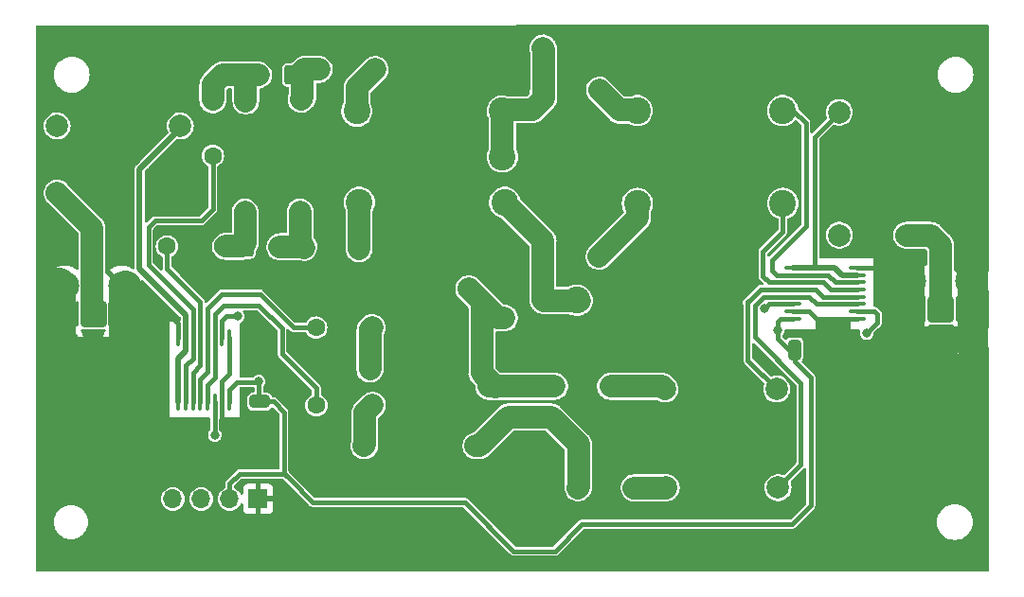
<source format=gbr>
%TF.GenerationSoftware,KiCad,Pcbnew,7.0.1*%
%TF.CreationDate,2023-11-04T13:43:07+00:00*%
%TF.ProjectId,Filter,46696c74-6572-42e6-9b69-6361645f7063,rev?*%
%TF.SameCoordinates,Original*%
%TF.FileFunction,Copper,L1,Top*%
%TF.FilePolarity,Positive*%
%FSLAX45Y45*%
G04 Gerber Fmt 4.5, Leading zero omitted, Abs format (unit mm)*
G04 Created by KiCad (PCBNEW 7.0.1) date 2023-11-04 13:43:07*
%MOMM*%
%LPD*%
G01*
G04 APERTURE LIST*
G04 Aperture macros list*
%AMRoundRect*
0 Rectangle with rounded corners*
0 $1 Rounding radius*
0 $2 $3 $4 $5 $6 $7 $8 $9 X,Y pos of 4 corners*
0 Add a 4 corners polygon primitive as box body*
4,1,4,$2,$3,$4,$5,$6,$7,$8,$9,$2,$3,0*
0 Add four circle primitives for the rounded corners*
1,1,$1+$1,$2,$3*
1,1,$1+$1,$4,$5*
1,1,$1+$1,$6,$7*
1,1,$1+$1,$8,$9*
0 Add four rect primitives between the rounded corners*
20,1,$1+$1,$2,$3,$4,$5,0*
20,1,$1+$1,$4,$5,$6,$7,0*
20,1,$1+$1,$6,$7,$8,$9,0*
20,1,$1+$1,$8,$9,$2,$3,0*%
G04 Aperture macros list end*
%TA.AperFunction,ComponentPad*%
%ADD10C,2.000000*%
%TD*%
%TA.AperFunction,SMDPad,CuDef*%
%ADD11RoundRect,0.250000X0.625000X-0.312500X0.625000X0.312500X-0.625000X0.312500X-0.625000X-0.312500X0*%
%TD*%
%TA.AperFunction,SMDPad,CuDef*%
%ADD12RoundRect,0.250000X-0.650000X0.325000X-0.650000X-0.325000X0.650000X-0.325000X0.650000X0.325000X0*%
%TD*%
%TA.AperFunction,ComponentPad*%
%ADD13C,1.600000*%
%TD*%
%TA.AperFunction,SMDPad,CuDef*%
%ADD14RoundRect,0.250000X-0.625000X0.312500X-0.625000X-0.312500X0.625000X-0.312500X0.625000X0.312500X0*%
%TD*%
%TA.AperFunction,ComponentPad*%
%ADD15RoundRect,0.200100X0.949900X-0.949900X0.949900X0.949900X-0.949900X0.949900X-0.949900X-0.949900X0*%
%TD*%
%TA.AperFunction,ComponentPad*%
%ADD16C,2.500000*%
%TD*%
%TA.AperFunction,SMDPad,CuDef*%
%ADD17RoundRect,0.250000X-0.325000X-0.650000X0.325000X-0.650000X0.325000X0.650000X-0.325000X0.650000X0*%
%TD*%
%TA.AperFunction,SMDPad,CuDef*%
%ADD18RoundRect,0.100000X0.637500X0.100000X-0.637500X0.100000X-0.637500X-0.100000X0.637500X-0.100000X0*%
%TD*%
%TA.AperFunction,SMDPad,CuDef*%
%ADD19RoundRect,0.250000X-0.312500X-0.625000X0.312500X-0.625000X0.312500X0.625000X-0.312500X0.625000X0*%
%TD*%
%TA.AperFunction,ComponentPad*%
%ADD20RoundRect,0.200100X-0.949900X0.949900X-0.949900X-0.949900X0.949900X-0.949900X0.949900X0.949900X0*%
%TD*%
%TA.AperFunction,ComponentPad*%
%ADD21C,2.400000*%
%TD*%
%TA.AperFunction,ComponentPad*%
%ADD22R,1.700000X1.700000*%
%TD*%
%TA.AperFunction,ComponentPad*%
%ADD23O,1.700000X1.700000*%
%TD*%
%TA.AperFunction,SMDPad,CuDef*%
%ADD24RoundRect,0.100000X-0.100000X0.637500X-0.100000X-0.637500X0.100000X-0.637500X0.100000X0.637500X0*%
%TD*%
%TA.AperFunction,ViaPad*%
%ADD25C,0.800000*%
%TD*%
%TA.AperFunction,Conductor*%
%ADD26C,2.000000*%
%TD*%
%TA.AperFunction,Conductor*%
%ADD27C,0.400000*%
%TD*%
%TA.AperFunction,Conductor*%
%ADD28C,3.000000*%
%TD*%
%TA.AperFunction,Conductor*%
%ADD29C,0.500000*%
%TD*%
G04 APERTURE END LIST*
D10*
%TO.P,L7,1,1*%
%TO.N,Net-(C9-Pad2)*%
X14641000Y-9243000D03*
%TO.P,L7,2,2*%
%TO.N,Net-(C10-Pad1)*%
X15641000Y-9243000D03*
%TD*%
%TO.P,L8,1,1*%
%TO.N,Net-(C10-Pad1)*%
X15523000Y-8546000D03*
%TO.P,L8,2,2*%
%TO.N,GND*%
X14523000Y-8546000D03*
%TD*%
D11*
%TO.P,R10,1*%
%TO.N,Net-(C6-Pad1)*%
X14016750Y-7858750D03*
%TO.P,R10,2*%
%TO.N,GND*%
X14016750Y-7566250D03*
%TD*%
D12*
%TO.P,C15,1*%
%TO.N,+5V*%
X13654375Y-9555000D03*
%TO.P,C15,2*%
%TO.N,GND*%
X13654375Y-9850000D03*
%TD*%
D13*
%TO.P,C7,1*%
%TO.N,Net-(C7-Pad1)*%
X16189000Y-8648000D03*
%TO.P,C7,2*%
%TO.N,GND*%
X16189000Y-9148000D03*
%TD*%
D14*
%TO.P,R7,1*%
%TO.N,Net-(C2-Pad1)*%
X14025000Y-6849750D03*
%TO.P,R7,2*%
%TO.N,GND*%
X14025000Y-7142250D03*
%TD*%
D15*
%TO.P,J1,1,In*%
%TO.N,Net-(J1-In)*%
X12168000Y-8770000D03*
D16*
%TO.P,J1,2,Ext*%
%TO.N,GND*%
X11914000Y-9024000D03*
X12422000Y-9024000D03*
X11914000Y-8516000D03*
X12422000Y-8516000D03*
%TD*%
D13*
%TO.P,C6,1*%
%TO.N,Net-(C6-Pad1)*%
X14051000Y-8176000D03*
%TO.P,C6,2*%
%TO.N,Net-(C6-Pad2)*%
X14551000Y-8176000D03*
%TD*%
%TO.P,C9,1*%
%TO.N,Net-(U1-1B3)*%
X14160000Y-8893000D03*
%TO.P,C9,2*%
%TO.N,Net-(C9-Pad2)*%
X14660000Y-8893000D03*
%TD*%
D17*
%TO.P,C17,1*%
%TO.N,+5V*%
X18436500Y-9091000D03*
%TO.P,C17,2*%
%TO.N,GND*%
X18731500Y-9091000D03*
%TD*%
D13*
%TO.P,C13,1*%
%TO.N,Net-(C13-Pad1)*%
X16504000Y-9949000D03*
%TO.P,C13,2*%
%TO.N,GND*%
X17004000Y-9949000D03*
%TD*%
D18*
%TO.P,U2,1,1~{OE}*%
%TO.N,GND*%
X18997000Y-8812000D03*
%TO.P,U2,2,S1*%
%TO.N,Net-(J3-Pin_4)*%
X18997000Y-8747000D03*
%TO.P,U2,3,1B4*%
%TO.N,Net-(U2-1B4)*%
X18997000Y-8682000D03*
%TO.P,U2,4,1B3*%
%TO.N,Net-(U2-1B3)*%
X18997000Y-8617000D03*
%TO.P,U2,5,1B2*%
%TO.N,Net-(U2-1B2)*%
X18997000Y-8552000D03*
%TO.P,U2,6,1B1*%
%TO.N,Net-(U2-1B1)*%
X18997000Y-8487000D03*
%TO.P,U2,7,1A*%
%TO.N,Net-(T2-AA)*%
X18997000Y-8422000D03*
%TO.P,U2,8,GND*%
%TO.N,GND*%
X18997000Y-8357000D03*
%TO.P,U2,9,2A*%
%TO.N,Net-(T2-AA)*%
X18424500Y-8357000D03*
%TO.P,U2,10,2B1*%
%TO.N,Net-(U2-1B1)*%
X18424500Y-8422000D03*
%TO.P,U2,11,2B2*%
%TO.N,Net-(U2-1B2)*%
X18424500Y-8487000D03*
%TO.P,U2,12,2B3*%
%TO.N,Net-(U2-1B3)*%
X18424500Y-8552000D03*
%TO.P,U2,13,2B4*%
%TO.N,Net-(U2-1B4)*%
X18424500Y-8617000D03*
%TO.P,U2,14,S0*%
%TO.N,Net-(J3-Pin_3)*%
X18424500Y-8682000D03*
%TO.P,U2,15,2~{OE}*%
%TO.N,GND*%
X18424500Y-8747000D03*
%TO.P,U2,16,VCC*%
%TO.N,+5V*%
X18424500Y-8812000D03*
%TD*%
D13*
%TO.P,C14,1*%
%TO.N,Net-(C13-Pad1)*%
X16501000Y-10327000D03*
%TO.P,C14,2*%
%TO.N,Net-(C14-Pad2)*%
X17001000Y-10327000D03*
%TD*%
D10*
%TO.P,T2,1,AA*%
%TO.N,Net-(T2-AA)*%
X18836000Y-6967000D03*
%TO.P,T2,2,AB*%
%TO.N,Net-(T2-AB)*%
X18836000Y-8067000D03*
%TO.P,T2,3,SA*%
%TO.N,GND*%
X19436000Y-6967000D03*
%TO.P,T2,4,SB*%
%TO.N,Net-(J4-In)*%
X19436000Y-8067000D03*
%TD*%
D13*
%TO.P,C2,1*%
%TO.N,Net-(C2-Pad1)*%
X14186000Y-6583000D03*
%TO.P,C2,2*%
%TO.N,Net-(C2-Pad2)*%
X14686000Y-6583000D03*
%TD*%
D19*
%TO.P,R5,1*%
%TO.N,Net-(C1-Pad2)*%
X13644000Y-6632750D03*
%TO.P,R5,2*%
%TO.N,Net-(C2-Pad1)*%
X13936500Y-6632750D03*
%TD*%
D20*
%TO.P,J4,1,In*%
%TO.N,Net-(J4-In)*%
X19745000Y-8727000D03*
D16*
%TO.P,J4,2,Ext*%
%TO.N,GND*%
X19999000Y-8473000D03*
X19491000Y-8473000D03*
X19999000Y-8981000D03*
X19491000Y-8981000D03*
%TD*%
D21*
%TO.P,L1,1,1*%
%TO.N,Net-(C2-Pad2)*%
X14524000Y-6956000D03*
%TO.P,L1,2,2*%
%TO.N,Net-(C3-Pad1)*%
X15824000Y-6956000D03*
%TD*%
%TO.P,L2,1,1*%
%TO.N,Net-(C3-Pad1)*%
X15823500Y-7366000D03*
%TO.P,L2,2,2*%
%TO.N,GND*%
X17123500Y-7366000D03*
%TD*%
D13*
%TO.P,C4,1*%
%TO.N,Net-(C3-Pad1)*%
X16191000Y-6769000D03*
%TO.P,C4,2*%
%TO.N,Net-(C4-Pad2)*%
X16691000Y-6769000D03*
%TD*%
D22*
%TO.P,J3,1,Pin_1*%
%TO.N,GND*%
X13640750Y-10426750D03*
D23*
%TO.P,J3,2,Pin_2*%
%TO.N,+5V*%
X13386750Y-10426750D03*
%TO.P,J3,3,Pin_3*%
%TO.N,Net-(J3-Pin_3)*%
X13132750Y-10426750D03*
%TO.P,J3,4,Pin_4*%
%TO.N,Net-(J3-Pin_4)*%
X12878750Y-10426750D03*
%TD*%
D13*
%TO.P,C5,1*%
%TO.N,Net-(U1-1B2)*%
X12827000Y-8167000D03*
%TO.P,C5,2*%
%TO.N,Net-(C5-Pad2)*%
X13327000Y-8167000D03*
%TD*%
%TO.P,C11,1*%
%TO.N,Net-(C10-Pad1)*%
X16291000Y-9419000D03*
%TO.P,C11,2*%
%TO.N,Net-(C11-Pad2)*%
X16791000Y-9419000D03*
%TD*%
D10*
%TO.P,T1,1,AA*%
%TO.N,Net-(T1-AA)*%
X12945000Y-7089000D03*
%TO.P,T1,2,AB*%
%TO.N,Net-(T1-AB)*%
X11845000Y-7089000D03*
%TO.P,T1,3,SA*%
%TO.N,GND*%
X12945000Y-7689000D03*
%TO.P,T1,4,SB*%
%TO.N,Net-(J1-In)*%
X11845000Y-7689000D03*
%TD*%
D21*
%TO.P,L4,1,1*%
%TO.N,Net-(C6-Pad2)*%
X14545000Y-7772000D03*
%TO.P,L4,2,2*%
%TO.N,Net-(C7-Pad1)*%
X15845000Y-7772000D03*
%TD*%
D13*
%TO.P,C1,1*%
%TO.N,Net-(U1-1B1)*%
X13236000Y-7355000D03*
%TO.P,C1,2*%
%TO.N,Net-(C1-Pad2)*%
X13236000Y-6855000D03*
%TD*%
%TO.P,C8,1*%
%TO.N,Net-(C7-Pad1)*%
X16188000Y-8256000D03*
%TO.P,C8,2*%
%TO.N,Net-(C8-Pad2)*%
X16688000Y-8256000D03*
%TD*%
%TO.P,C10,1*%
%TO.N,Net-(C10-Pad1)*%
X15841000Y-8807000D03*
%TO.P,C10,2*%
%TO.N,GND*%
X15841000Y-8307000D03*
%TD*%
D11*
%TO.P,R8,1*%
%TO.N,Net-(C5-Pad2)*%
X13524750Y-7859750D03*
%TO.P,R8,2*%
%TO.N,GND*%
X13524750Y-7567250D03*
%TD*%
D10*
%TO.P,L12,1,1*%
%TO.N,Net-(C14-Pad2)*%
X17289000Y-10325000D03*
%TO.P,L12,2,2*%
%TO.N,Net-(U2-1B4)*%
X18289000Y-10325000D03*
%TD*%
D21*
%TO.P,L3,1,1*%
%TO.N,Net-(C4-Pad2)*%
X17030000Y-6951000D03*
%TO.P,L3,2,2*%
%TO.N,Net-(U2-1B1)*%
X18330000Y-6951000D03*
%TD*%
D10*
%TO.P,L10,1,1*%
%TO.N,Net-(C12-Pad2)*%
X14588000Y-9952000D03*
%TO.P,L10,2,2*%
%TO.N,Net-(C13-Pad1)*%
X15588000Y-9952000D03*
%TD*%
D19*
%TO.P,R9,1*%
%TO.N,Net-(C5-Pad2)*%
X13542500Y-8170000D03*
%TO.P,R9,2*%
%TO.N,Net-(C6-Pad1)*%
X13835000Y-8170000D03*
%TD*%
D10*
%TO.P,L11,1,1*%
%TO.N,Net-(C13-Pad1)*%
X16084000Y-9692000D03*
%TO.P,L11,2,2*%
%TO.N,GND*%
X16084000Y-10692000D03*
%TD*%
D13*
%TO.P,C12,1*%
%TO.N,Net-(U1-1B4)*%
X14162000Y-9589000D03*
%TO.P,C12,2*%
%TO.N,Net-(C12-Pad2)*%
X14662000Y-9589000D03*
%TD*%
D14*
%TO.P,R6,1*%
%TO.N,Net-(C1-Pad2)*%
X13531000Y-6865750D03*
%TO.P,R6,2*%
%TO.N,GND*%
X13531000Y-7158250D03*
%TD*%
D13*
%TO.P,C3,1*%
%TO.N,Net-(C3-Pad1)*%
X16193000Y-6398000D03*
%TO.P,C3,2*%
%TO.N,GND*%
X16693000Y-6398000D03*
%TD*%
D21*
%TO.P,L5,1,1*%
%TO.N,Net-(C7-Pad1)*%
X16488000Y-8649000D03*
%TO.P,L5,2,2*%
%TO.N,GND*%
X17788000Y-8649000D03*
%TD*%
%TO.P,L6,1,1*%
%TO.N,Net-(C8-Pad2)*%
X17031000Y-7782000D03*
%TO.P,L6,2,2*%
%TO.N,Net-(U2-1B2)*%
X18331000Y-7782000D03*
%TD*%
D10*
%TO.P,L9,1,1*%
%TO.N,Net-(C11-Pad2)*%
X17276000Y-9443000D03*
%TO.P,L9,2,2*%
%TO.N,Net-(U2-1B3)*%
X18276000Y-9443000D03*
%TD*%
D24*
%TO.P,U1,1,1~{OE}*%
%TO.N,GND*%
X13383125Y-8986500D03*
%TO.P,U1,2,S1*%
%TO.N,Net-(J3-Pin_4)*%
X13318125Y-8986500D03*
%TO.P,U1,3,1B4*%
%TO.N,Net-(U1-1B4)*%
X13253125Y-8986500D03*
%TO.P,U1,4,1B3*%
%TO.N,Net-(U1-1B3)*%
X13188125Y-8986500D03*
%TO.P,U1,5,1B2*%
%TO.N,Net-(U1-1B2)*%
X13123125Y-8986500D03*
%TO.P,U1,6,1B1*%
%TO.N,Net-(U1-1B1)*%
X13058125Y-8986500D03*
%TO.P,U1,7,1A*%
%TO.N,Net-(T1-AA)*%
X12993125Y-8986500D03*
%TO.P,U1,8,GND*%
%TO.N,GND*%
X12928125Y-8986500D03*
%TO.P,U1,9,2A*%
%TO.N,Net-(T1-AA)*%
X12928125Y-9559000D03*
%TO.P,U1,10,2B1*%
%TO.N,Net-(U1-1B1)*%
X12993125Y-9559000D03*
%TO.P,U1,11,2B2*%
%TO.N,Net-(U1-1B2)*%
X13058125Y-9559000D03*
%TO.P,U1,12,2B3*%
%TO.N,Net-(U1-1B3)*%
X13123125Y-9559000D03*
%TO.P,U1,13,2B4*%
%TO.N,Net-(U1-1B4)*%
X13188125Y-9559000D03*
%TO.P,U1,14,S0*%
%TO.N,Net-(J3-Pin_3)*%
X13253125Y-9559000D03*
%TO.P,U1,15,2~{OE}*%
%TO.N,GND*%
X13318125Y-9559000D03*
%TO.P,U1,16,VCC*%
%TO.N,+5V*%
X13383125Y-9559000D03*
%TD*%
D25*
%TO.N,+5V*%
X18286500Y-8914000D03*
X13647375Y-9377000D03*
%TO.N,Net-(J3-Pin_4)*%
X19078500Y-8945000D03*
X13459125Y-8793250D03*
%TO.N,Net-(J3-Pin_3)*%
X18164500Y-8725000D03*
X13253125Y-9856250D03*
%TD*%
D26*
%TO.N,GND*%
X15707000Y-8117000D02*
X15953000Y-8363000D01*
D27*
X19396000Y-9076000D02*
X19491000Y-8981000D01*
D26*
X19270000Y-6848000D02*
X19516000Y-7094000D01*
X13545812Y-9959188D02*
X13722187Y-9782813D01*
X14294000Y-8486000D02*
X14802000Y-8486000D01*
D27*
X13383125Y-9310250D02*
X13383125Y-8986500D01*
D26*
X14309000Y-7231000D02*
X13801000Y-7231000D01*
X17872000Y-8408000D02*
X17872000Y-8916000D01*
D27*
X18989000Y-9076000D02*
X19396000Y-9076000D01*
D26*
X19491000Y-8473000D02*
X19491000Y-8981000D01*
D27*
X18731500Y-9091000D02*
X18731500Y-9061000D01*
D26*
X19372000Y-8593000D02*
X19372000Y-9101000D01*
D27*
X18760000Y-8818250D02*
X18760000Y-9187000D01*
X18673000Y-8811250D02*
X18673000Y-9161000D01*
X18424500Y-8747000D02*
X18566500Y-8747000D01*
X13318125Y-9559000D02*
X13318125Y-9375250D01*
D26*
X19999000Y-8473000D02*
X19999000Y-8981000D01*
D27*
X18731500Y-9061000D02*
X18716500Y-9046000D01*
X18695000Y-8813250D02*
X18695000Y-9078750D01*
D26*
X19993000Y-8585000D02*
X19993000Y-9093000D01*
D27*
X19375000Y-8357000D02*
X19491000Y-8473000D01*
D26*
X16068000Y-10247000D02*
X16068000Y-10755000D01*
D27*
X18718000Y-8812000D02*
X18729000Y-8823000D01*
D26*
X20067000Y-8585000D02*
X20067000Y-9093000D01*
D27*
X12928125Y-8859125D02*
X12790000Y-8721000D01*
X13398125Y-9857000D02*
X13318125Y-9777000D01*
X18911000Y-8813250D02*
X18911000Y-9239000D01*
D26*
X17709000Y-8404000D02*
X17709000Y-8912000D01*
X14273000Y-8637000D02*
X14781000Y-8637000D01*
X13954000Y-7118000D02*
X13446000Y-7118000D01*
X13524750Y-7567250D02*
X13524750Y-7164500D01*
D27*
X18871000Y-9199000D02*
X18911000Y-9239000D01*
D26*
X20066000Y-8077000D02*
X20066000Y-8585000D01*
X19197000Y-6884000D02*
X19443000Y-7130000D01*
X16003000Y-10753000D02*
X16096000Y-10753000D01*
X16147000Y-10244000D02*
X16147000Y-10752000D01*
D27*
X13318125Y-9375250D02*
X13383125Y-9310250D01*
D26*
X13946000Y-7222000D02*
X13438000Y-7222000D01*
D27*
X18795000Y-8812250D02*
X18795000Y-9167000D01*
X18911000Y-9239000D02*
X18914000Y-9242000D01*
X18871000Y-8812250D02*
X18871000Y-9199000D01*
D26*
X13478000Y-10045000D02*
X13654375Y-9868625D01*
X15998000Y-10243000D02*
X15998000Y-10751000D01*
X15664000Y-8256000D02*
X15910000Y-8502000D01*
D27*
X18718000Y-8812000D02*
X18768000Y-8812000D01*
D26*
X13027500Y-7721000D02*
X12874500Y-7721000D01*
D27*
X18729000Y-8823000D02*
X18729000Y-9173000D01*
D26*
X13018500Y-7773000D02*
X12865500Y-7773000D01*
X13928000Y-7606000D02*
X13420000Y-7606000D01*
D27*
X13694125Y-9857000D02*
X13398125Y-9857000D01*
D26*
X14016750Y-7150500D02*
X14025000Y-7142250D01*
D27*
X18833000Y-9161000D02*
X18911000Y-9239000D01*
D28*
X12452000Y-8526000D02*
X12452000Y-8726000D01*
D27*
X12928125Y-8986500D02*
X12928125Y-8859125D01*
X18631500Y-8812000D02*
X18718000Y-8812000D01*
D26*
X19993000Y-8083000D02*
X19993000Y-8591000D01*
X13546812Y-10040188D02*
X13723187Y-9863813D01*
X19493000Y-8309000D02*
X19493000Y-8817000D01*
D27*
X12790000Y-8721000D02*
X12457000Y-8721000D01*
X18857000Y-8812000D02*
X18997000Y-8812000D01*
D26*
X14016750Y-7566250D02*
X14016750Y-7150500D01*
X13407000Y-10022000D02*
X13653000Y-9776000D01*
D28*
X11905000Y-9122000D02*
X12360000Y-9122000D01*
D27*
X18760000Y-9187000D02*
X18941000Y-9368000D01*
X18768000Y-8812000D02*
X18857000Y-8812000D01*
D26*
X13015500Y-7604000D02*
X12862500Y-7604000D01*
X14204000Y-7592000D02*
X13696000Y-7592000D01*
X19374000Y-8311000D02*
X19374000Y-8819000D01*
X16884000Y-7444000D02*
X17392000Y-7444000D01*
D27*
X18831000Y-8811250D02*
X18833000Y-8813250D01*
D26*
X17274000Y-10040000D02*
X16766000Y-10040000D01*
X16453000Y-9060000D02*
X15945000Y-9060000D01*
D27*
X18795000Y-9167000D02*
X18921000Y-9293000D01*
D26*
X19373000Y-6752000D02*
X19619000Y-6998000D01*
X17004000Y-6464000D02*
X16496000Y-6464000D01*
D27*
X18643000Y-9182000D02*
X18893000Y-9432000D01*
D26*
X14210000Y-7103000D02*
X13702000Y-7103000D01*
D27*
X18566500Y-8747000D02*
X18631500Y-8812000D01*
D26*
X17019000Y-6322000D02*
X16511000Y-6322000D01*
D28*
X12452000Y-8726000D02*
X12452000Y-9122000D01*
D27*
X12457000Y-8721000D02*
X12452000Y-8726000D01*
D28*
X11863000Y-8499000D02*
X11863000Y-9095000D01*
D26*
X19491000Y-8981000D02*
X19999000Y-8981000D01*
D27*
X18729000Y-9173000D02*
X19013000Y-9457000D01*
X18857000Y-8944000D02*
X18989000Y-9076000D01*
D26*
X19493000Y-8600000D02*
X19493000Y-9108000D01*
X13524750Y-7164500D02*
X13531000Y-7158250D01*
D27*
X18888000Y-8852625D02*
X18888000Y-9239375D01*
D26*
X13654375Y-9868625D02*
X13654375Y-9850000D01*
D27*
X18833000Y-8813250D02*
X18833000Y-9161000D01*
X18673000Y-9161000D02*
X18951000Y-9439000D01*
X18997000Y-8357000D02*
X19375000Y-8357000D01*
D26*
X17270000Y-9876000D02*
X16762000Y-9876000D01*
X16477000Y-9198000D02*
X15969000Y-9198000D01*
X13427000Y-7515000D02*
X13935000Y-7515000D01*
X14274000Y-7471000D02*
X13766000Y-7471000D01*
D27*
X13318125Y-9777000D02*
X13318125Y-9559000D01*
X18857000Y-8812000D02*
X18857000Y-8944000D01*
X18643000Y-8813250D02*
X18643000Y-9182000D01*
D26*
X16882000Y-7286000D02*
X17390000Y-7286000D01*
D27*
%TO.N,+5V*%
X13386750Y-10290250D02*
X13474000Y-10203000D01*
X18286500Y-8989000D02*
X18388500Y-9091000D01*
X13386750Y-10426750D02*
X13386750Y-10290250D01*
X18388500Y-9091000D02*
X18436500Y-9091000D01*
X15489000Y-10457000D02*
X14130000Y-10457000D01*
X13871125Y-10198125D02*
X13871125Y-9649250D01*
X13647375Y-9377000D02*
X13643375Y-9381000D01*
X13643375Y-9381000D02*
X13449125Y-9381000D01*
X13647375Y-9515250D02*
X13694125Y-9562000D01*
X18311500Y-8812000D02*
X18424500Y-8812000D01*
X18580000Y-9339000D02*
X18580000Y-10486000D01*
X13449125Y-9381000D02*
X13383125Y-9447000D01*
X13647375Y-9377000D02*
X13647375Y-9515250D01*
X13383125Y-9447000D02*
X13383125Y-9559000D01*
X15926000Y-10894000D02*
X15489000Y-10457000D01*
X13871125Y-9649250D02*
X13776875Y-9555000D01*
X18286500Y-8837000D02*
X18311500Y-8812000D01*
X18580000Y-10486000D02*
X18413000Y-10653000D01*
X13474000Y-10203000D02*
X13876000Y-10203000D01*
X18436500Y-9091000D02*
X18436500Y-9195500D01*
X13776875Y-9555000D02*
X13689125Y-9555000D01*
X18286500Y-8914000D02*
X18286500Y-8837000D01*
X13876000Y-10203000D02*
X13922500Y-10249500D01*
X14130000Y-10457000D02*
X13922500Y-10249500D01*
X18436500Y-9195500D02*
X18580000Y-9339000D01*
X16294000Y-10894000D02*
X15926000Y-10894000D01*
X13922500Y-10249500D02*
X13871125Y-10198125D01*
X18286500Y-8914000D02*
X18286500Y-8989000D01*
X18413000Y-10653000D02*
X16535000Y-10653000D01*
X16535000Y-10653000D02*
X16294000Y-10894000D01*
%TO.N,Net-(U1-1B1)*%
X12993125Y-9559000D02*
X12993125Y-9232000D01*
X13058125Y-8986500D02*
X13058125Y-8728125D01*
X13058125Y-8728125D02*
X12660750Y-8330750D01*
X12660750Y-7995250D02*
X12719250Y-7936750D01*
X12660750Y-8330750D02*
X12660750Y-7995250D01*
X13133250Y-7936750D02*
X13236000Y-7834000D01*
X13058125Y-9167000D02*
X13058125Y-8986500D01*
X13236000Y-7834000D02*
X13236000Y-7355000D01*
X12993125Y-9232000D02*
X13058125Y-9167000D01*
X12719250Y-7936750D02*
X13133250Y-7936750D01*
D26*
%TO.N,Net-(C5-Pad2)*%
X13524750Y-8136750D02*
X13494750Y-8166750D01*
X13524750Y-7859750D02*
X13524750Y-8136750D01*
X13352750Y-8166750D02*
X13494750Y-8166750D01*
%TO.N,Net-(C6-Pad1)*%
X13836250Y-8168750D02*
X14014750Y-8168750D01*
X14016750Y-7858750D02*
X14016750Y-8141750D01*
X13835000Y-8170000D02*
X13836250Y-8168750D01*
X14016750Y-8141750D02*
X14051000Y-8176000D01*
D27*
%TO.N,Net-(U1-1B2)*%
X13058125Y-9294000D02*
X13123125Y-9229000D01*
X12827000Y-8365125D02*
X13021375Y-8559500D01*
X13123125Y-9229000D02*
X13123125Y-8986500D01*
X13123125Y-8661250D02*
X13021375Y-8559500D01*
X13058125Y-9559000D02*
X13058125Y-9294000D01*
X12827000Y-8167000D02*
X12827000Y-8365125D01*
X13123125Y-8986500D02*
X13123125Y-8661250D01*
D26*
%TO.N,Net-(C12-Pad2)*%
X14595000Y-9656000D02*
X14662000Y-9589000D01*
X14595000Y-9945000D02*
X14595000Y-9656000D01*
X14588000Y-9952000D02*
X14595000Y-9945000D01*
D27*
%TO.N,Net-(U1-1B3)*%
X13661125Y-8596250D02*
X13656937Y-8592063D01*
X13123125Y-9559000D02*
X13123125Y-9353000D01*
X13319312Y-8592063D02*
X13188125Y-8723250D01*
X13188125Y-9288000D02*
X13188125Y-8986500D01*
X13188125Y-8723250D02*
X13188125Y-8986500D01*
X13656937Y-8592063D02*
X13319312Y-8592063D01*
X13123125Y-9353000D02*
X13188125Y-9288000D01*
X14160000Y-8893000D02*
X13957875Y-8893000D01*
X13957875Y-8893000D02*
X13661125Y-8596250D01*
D26*
%TO.N,Net-(C1-Pad2)*%
X13531000Y-6865750D02*
X13531000Y-6638000D01*
X13236000Y-6717500D02*
X13320750Y-6632750D01*
X13525750Y-6632750D02*
X13644000Y-6632750D01*
X13531000Y-6638000D02*
X13525750Y-6632750D01*
X13320750Y-6632750D02*
X13525750Y-6632750D01*
X13236000Y-6855000D02*
X13236000Y-6717500D01*
%TO.N,Net-(C2-Pad1)*%
X14039000Y-6599000D02*
X14055000Y-6583000D01*
X14039000Y-6835750D02*
X14039000Y-6599000D01*
X14025000Y-6849750D02*
X14039000Y-6835750D01*
X14055000Y-6583000D02*
X14186000Y-6583000D01*
%TO.N,Net-(C2-Pad2)*%
X14524000Y-6745000D02*
X14686000Y-6583000D01*
X14524000Y-6956000D02*
X14524000Y-6745000D01*
D27*
%TO.N,Net-(U1-1B4)*%
X13878500Y-9150500D02*
X13853625Y-9125625D01*
X13853625Y-8901750D02*
X13648125Y-8696250D01*
X13853625Y-9125625D02*
X13853625Y-8901750D01*
X13253125Y-8771250D02*
X13253125Y-8986500D01*
X14162000Y-9434000D02*
X13853625Y-9125625D01*
X13188125Y-9409000D02*
X13253125Y-9344000D01*
X13253125Y-9344000D02*
X13253125Y-8986500D01*
X13328125Y-8696250D02*
X13253125Y-8771250D01*
X14162000Y-9589000D02*
X14162000Y-9434000D01*
X13188125Y-9559000D02*
X13188125Y-9409000D01*
X13648125Y-8696250D02*
X13328125Y-8696250D01*
D26*
%TO.N,Net-(C3-Pad1)*%
X15824000Y-6956000D02*
X15824000Y-7365500D01*
X16193000Y-6767000D02*
X16191000Y-6769000D01*
X15824000Y-7365500D02*
X15823500Y-7366000D01*
X16191000Y-6769000D02*
X16191000Y-6846000D01*
X16193000Y-6398000D02*
X16193000Y-6767000D01*
X16191000Y-6846000D02*
X16094000Y-6943000D01*
X16186000Y-6391000D02*
X16193000Y-6398000D01*
X15837000Y-6943000D02*
X15824000Y-6956000D01*
X16094000Y-6943000D02*
X15837000Y-6943000D01*
%TO.N,Net-(C4-Pad2)*%
X16870000Y-6948000D02*
X17027000Y-6948000D01*
X17027000Y-6948000D02*
X17030000Y-6951000D01*
X16691000Y-6769000D02*
X16870000Y-6948000D01*
%TO.N,Net-(C6-Pad2)*%
X14544000Y-8189500D02*
X14544000Y-7773000D01*
X14544000Y-7773000D02*
X14545000Y-7772000D01*
D29*
%TO.N,Net-(T1-AA)*%
X12624000Y-7433000D02*
X12581750Y-7475250D01*
X12945000Y-7112875D02*
X12624875Y-7433000D01*
X12928125Y-9559000D02*
X12928125Y-9169250D01*
X12581750Y-8369750D02*
X12993125Y-8781125D01*
X12945000Y-7089000D02*
X12945000Y-7112875D01*
X12624875Y-7433000D02*
X12624000Y-7433000D01*
X12993125Y-9104250D02*
X12993125Y-8986500D01*
X12581750Y-7475250D02*
X12581750Y-8369750D01*
X12928125Y-9169250D02*
X12993125Y-9104250D01*
X12993125Y-8781125D02*
X12993125Y-8986500D01*
D26*
%TO.N,Net-(J1-In)*%
X11845000Y-7689000D02*
X12156750Y-8000750D01*
X12156750Y-8000750D02*
X12156750Y-8753750D01*
D29*
%TO.N,Net-(T2-AA)*%
X18795500Y-8357000D02*
X18615500Y-8357000D01*
X18860500Y-8422000D02*
X18795500Y-8357000D01*
X18615500Y-8357000D02*
X18424500Y-8357000D01*
D27*
X18836000Y-6967000D02*
X18615000Y-7188000D01*
X18615000Y-7188000D02*
X18615000Y-8357000D01*
X18615000Y-8357000D02*
X18615500Y-8357000D01*
D29*
X18997000Y-8422000D02*
X18860500Y-8422000D01*
D27*
%TO.N,Net-(U2-1B1)*%
X18801500Y-8487000D02*
X18736500Y-8422000D01*
X18424000Y-6951000D02*
X18330000Y-6951000D01*
X18237500Y-8385000D02*
X18237500Y-8286500D01*
X18736500Y-8422000D02*
X18424500Y-8422000D01*
X18274500Y-8422000D02*
X18237500Y-8385000D01*
X18536000Y-7988000D02*
X18536000Y-7063000D01*
X18424500Y-8422000D02*
X18274500Y-8422000D01*
X18237500Y-8286500D02*
X18536000Y-7988000D01*
X18536000Y-7063000D02*
X18424000Y-6951000D01*
X18997000Y-8487000D02*
X18801500Y-8487000D01*
%TO.N,Net-(U2-1B2)*%
X18152500Y-8212500D02*
X18152500Y-8430000D01*
X18209500Y-8487000D02*
X18424500Y-8487000D01*
X18424500Y-8487000D02*
X18692500Y-8487000D01*
X18692500Y-8487000D02*
X18757500Y-8552000D01*
X18152500Y-8430000D02*
X18209500Y-8487000D01*
X18331000Y-7782000D02*
X18331000Y-8034000D01*
X18331000Y-8034000D02*
X18152500Y-8212500D01*
X18757500Y-8552000D02*
X18997000Y-8552000D01*
%TO.N,Net-(U2-1B3)*%
X18622500Y-8552000D02*
X18424500Y-8552000D01*
X18997000Y-8617000D02*
X18687500Y-8617000D01*
X18018000Y-9185000D02*
X18276000Y-9443000D01*
X18026500Y-8655500D02*
X18019000Y-8663000D01*
X18018000Y-8664000D02*
X18018000Y-9185000D01*
X18424500Y-8552000D02*
X18130000Y-8552000D01*
X18019000Y-8663000D02*
X18018000Y-8664000D01*
X18687500Y-8617000D02*
X18622500Y-8552000D01*
X18130000Y-8552000D02*
X18019000Y-8663000D01*
%TO.N,Net-(U2-1B4)*%
X18079000Y-8978000D02*
X18491000Y-9390000D01*
X18631500Y-8682000D02*
X18566500Y-8617000D01*
X18424500Y-8617000D02*
X18158000Y-8617000D01*
X18491000Y-10123000D02*
X18289000Y-10325000D01*
X18566500Y-8617000D02*
X18424500Y-8617000D01*
X18079000Y-8696000D02*
X18079000Y-8978000D01*
X18491000Y-9390000D02*
X18491000Y-10123000D01*
X18997000Y-8682000D02*
X18631500Y-8682000D01*
X18158000Y-8617000D02*
X18079000Y-8696000D01*
%TO.N,Net-(J3-Pin_4)*%
X13318125Y-8833250D02*
X13318125Y-8986500D01*
X13358125Y-8793250D02*
X13318125Y-8833250D01*
X13459125Y-8793250D02*
X13358125Y-8793250D01*
X19147500Y-8747000D02*
X19176000Y-8775500D01*
X19146500Y-8746000D02*
X19176000Y-8775500D01*
X19176000Y-8775500D02*
X19176000Y-8846500D01*
X19146500Y-8877000D02*
X19078500Y-8945000D01*
X19176000Y-8846500D02*
X19146500Y-8876000D01*
X18997000Y-8747000D02*
X19147500Y-8747000D01*
%TO.N,Net-(J3-Pin_3)*%
X13253125Y-9559000D02*
X13253125Y-9856250D01*
X18207500Y-8682000D02*
X18424500Y-8682000D01*
X18164500Y-8725000D02*
X18207500Y-8682000D01*
D26*
%TO.N,Net-(J4-In)*%
X19739000Y-8151500D02*
X19739000Y-8742500D01*
X19436000Y-8067000D02*
X19654500Y-8067000D01*
X19654500Y-8067000D02*
X19739000Y-8151500D01*
%TO.N,Net-(C8-Pad2)*%
X17031000Y-7913000D02*
X16688000Y-8256000D01*
X17031000Y-7782000D02*
X17031000Y-7913000D01*
%TO.N,Net-(C9-Pad2)*%
X14641000Y-9264500D02*
X14641000Y-8912000D01*
X14641000Y-8912000D02*
X14660000Y-8893000D01*
%TO.N,Net-(C10-Pad1)*%
X15523000Y-8546000D02*
X15784000Y-8807000D01*
X15641000Y-9299000D02*
X15641000Y-8664000D01*
X15765000Y-9423000D02*
X15641000Y-9299000D01*
X16291000Y-9419000D02*
X15702000Y-9419000D01*
X15784000Y-8807000D02*
X15841000Y-8807000D01*
X15641000Y-8664000D02*
X15631500Y-8654500D01*
%TO.N,Net-(C7-Pad1)*%
X16511000Y-8651000D02*
X16192000Y-8651000D01*
X16515000Y-8655000D02*
X16511000Y-8651000D01*
X16192000Y-8651000D02*
X16189000Y-8648000D01*
X16188000Y-8647000D02*
X16189000Y-8648000D01*
X16188000Y-8256000D02*
X16188000Y-8115000D01*
X16188000Y-8115000D02*
X15845000Y-7772000D01*
X16188000Y-8256000D02*
X16188000Y-8196000D01*
X16188000Y-8256000D02*
X16188000Y-8647000D01*
%TO.N,Net-(C11-Pad2)*%
X17252000Y-9419000D02*
X17276000Y-9443000D01*
X16791000Y-9419000D02*
X17252000Y-9419000D01*
%TO.N,Net-(C13-Pad1)*%
X16504000Y-10324000D02*
X16504000Y-9949000D01*
X16501000Y-10327000D02*
X16504000Y-10324000D01*
X15877000Y-9692000D02*
X15617000Y-9952000D01*
X15617000Y-9952000D02*
X15588000Y-9952000D01*
X16504000Y-9936000D02*
X16260000Y-9692000D01*
X16260000Y-9692000D02*
X15877000Y-9692000D01*
X16504000Y-9949000D02*
X16504000Y-9936000D01*
%TO.N,Net-(C14-Pad2)*%
X17287000Y-10327000D02*
X17289000Y-10325000D01*
X17001000Y-10327000D02*
X17287000Y-10327000D01*
%TD*%
%TA.AperFunction,Conductor*%
%TO.N,GND*%
G36*
X20166743Y-6185670D02*
G01*
X20171287Y-6190209D01*
X20172950Y-6196413D01*
X20172950Y-8378013D01*
X20171289Y-8384213D01*
X20166750Y-8388752D01*
X20160550Y-8390413D01*
X20154350Y-8388752D01*
X20149811Y-8384213D01*
X20143997Y-8374143D01*
X20139213Y-8368143D01*
X20034355Y-8473000D01*
X20034355Y-8473000D01*
X20139212Y-8577857D01*
X20143997Y-8571857D01*
X20149811Y-8561787D01*
X20154350Y-8557248D01*
X20160550Y-8555587D01*
X20166750Y-8557248D01*
X20171289Y-8561787D01*
X20172950Y-8567987D01*
X20172950Y-8886013D01*
X20171289Y-8892213D01*
X20166750Y-8896752D01*
X20160550Y-8898413D01*
X20154350Y-8896752D01*
X20149811Y-8892213D01*
X20143997Y-8882143D01*
X20139213Y-8876143D01*
X20034355Y-8981000D01*
X20034355Y-8981000D01*
X20139212Y-9085857D01*
X20143997Y-9079857D01*
X20149811Y-9069787D01*
X20154350Y-9065248D01*
X20160550Y-9063587D01*
X20166750Y-9065248D01*
X20171289Y-9069787D01*
X20172950Y-9075987D01*
X20172950Y-11064550D01*
X20171289Y-11070750D01*
X20166750Y-11075289D01*
X20160550Y-11076950D01*
X11664400Y-11076950D01*
X11658200Y-11075289D01*
X11653661Y-11070750D01*
X11652000Y-11064550D01*
X11652000Y-10634000D01*
X11814480Y-10634000D01*
X11816358Y-10657860D01*
X11821945Y-10681131D01*
X11826598Y-10692366D01*
X11831103Y-10703243D01*
X11839005Y-10716137D01*
X11843609Y-10723649D01*
X11859152Y-10741848D01*
X11877351Y-10757391D01*
X11877351Y-10757391D01*
X11877351Y-10757391D01*
X11897757Y-10769897D01*
X11913363Y-10776361D01*
X11919869Y-10779055D01*
X11927221Y-10780820D01*
X11943141Y-10784642D01*
X11967000Y-10786520D01*
X11990859Y-10784642D01*
X12014131Y-10779055D01*
X12036243Y-10769897D01*
X12056649Y-10757391D01*
X12074848Y-10741848D01*
X12090391Y-10723649D01*
X12102896Y-10703243D01*
X12112055Y-10681131D01*
X12117642Y-10657859D01*
X12119520Y-10634000D01*
X12117642Y-10610141D01*
X12112055Y-10586869D01*
X12102896Y-10564757D01*
X12090391Y-10544351D01*
X12090391Y-10544351D01*
X12090391Y-10544351D01*
X12074848Y-10526152D01*
X12056649Y-10510609D01*
X12041579Y-10501374D01*
X12036243Y-10498104D01*
X12025887Y-10493814D01*
X12014131Y-10488945D01*
X11990859Y-10483358D01*
X11967000Y-10481480D01*
X11943140Y-10483358D01*
X11919869Y-10488945D01*
X11897757Y-10498104D01*
X11877351Y-10510609D01*
X11859152Y-10526152D01*
X11843609Y-10544351D01*
X11831104Y-10564757D01*
X11821945Y-10586869D01*
X11816358Y-10610140D01*
X11814480Y-10634000D01*
X11652000Y-10634000D01*
X11652000Y-10426750D01*
X12773192Y-10426750D01*
X12775220Y-10447343D01*
X12776557Y-10451750D01*
X12781227Y-10467145D01*
X12790981Y-10485395D01*
X12794901Y-10490171D01*
X12804109Y-10501391D01*
X12807786Y-10504409D01*
X12820105Y-10514519D01*
X12838355Y-10524273D01*
X12858157Y-10530280D01*
X12878750Y-10532308D01*
X12899343Y-10530280D01*
X12919145Y-10524273D01*
X12937395Y-10514519D01*
X12953391Y-10501391D01*
X12966518Y-10485395D01*
X12976273Y-10467145D01*
X12982280Y-10447343D01*
X12984308Y-10426750D01*
X13027192Y-10426750D01*
X13029220Y-10447343D01*
X13030557Y-10451750D01*
X13035227Y-10467145D01*
X13044981Y-10485395D01*
X13048901Y-10490171D01*
X13058109Y-10501391D01*
X13061786Y-10504409D01*
X13074105Y-10514519D01*
X13092355Y-10524273D01*
X13112157Y-10530280D01*
X13132750Y-10532308D01*
X13153343Y-10530280D01*
X13173145Y-10524273D01*
X13191395Y-10514519D01*
X13207391Y-10501391D01*
X13220518Y-10485395D01*
X13230273Y-10467145D01*
X13236280Y-10447343D01*
X13238308Y-10426750D01*
X13236280Y-10406157D01*
X13230273Y-10386355D01*
X13220518Y-10368105D01*
X13207797Y-10352603D01*
X13207391Y-10352109D01*
X13191567Y-10339123D01*
X13191395Y-10338982D01*
X13173145Y-10329227D01*
X13163244Y-10326223D01*
X13153343Y-10323220D01*
X13132750Y-10321192D01*
X13112157Y-10323220D01*
X13092354Y-10329227D01*
X13074105Y-10338981D01*
X13058109Y-10352109D01*
X13044981Y-10368105D01*
X13035227Y-10386354D01*
X13029220Y-10406157D01*
X13027192Y-10426750D01*
X12984308Y-10426750D01*
X12982280Y-10406157D01*
X12976273Y-10386355D01*
X12966518Y-10368105D01*
X12953797Y-10352603D01*
X12953391Y-10352109D01*
X12937567Y-10339123D01*
X12937395Y-10338982D01*
X12919145Y-10329227D01*
X12909244Y-10326223D01*
X12899343Y-10323220D01*
X12878750Y-10321192D01*
X12858157Y-10323220D01*
X12838354Y-10329227D01*
X12820105Y-10338981D01*
X12804109Y-10352109D01*
X12790981Y-10368105D01*
X12781227Y-10386354D01*
X12775220Y-10406157D01*
X12773192Y-10426750D01*
X11652000Y-10426750D01*
X11652000Y-9200010D01*
X11717950Y-9200010D01*
X11717962Y-9200038D01*
X11717981Y-9200046D01*
X11718000Y-9200054D01*
X11718000Y-9200054D01*
X11718000Y-9200054D01*
X11718013Y-9200049D01*
X11718038Y-9200038D01*
X11718050Y-9200010D01*
X11718050Y-9164272D01*
X11809083Y-9164272D01*
X11826255Y-9175979D01*
X11849886Y-9187360D01*
X11874950Y-9195091D01*
X11900886Y-9199000D01*
X11927114Y-9199000D01*
X11953050Y-9195091D01*
X11978114Y-9187360D01*
X12001746Y-9175979D01*
X12018917Y-9164272D01*
X12317083Y-9164272D01*
X12334255Y-9175979D01*
X12357886Y-9187360D01*
X12382950Y-9195091D01*
X12408886Y-9199000D01*
X12435114Y-9199000D01*
X12461050Y-9195091D01*
X12486114Y-9187360D01*
X12509746Y-9175979D01*
X12526917Y-9164272D01*
X12422000Y-9059355D01*
X12422000Y-9059355D01*
X12317083Y-9164272D01*
X12018917Y-9164272D01*
X11914000Y-9059355D01*
X11914000Y-9059355D01*
X11809083Y-9164272D01*
X11718050Y-9164272D01*
X11718050Y-9061983D01*
X11719487Y-9056189D01*
X11723465Y-9051737D01*
X11729062Y-9049661D01*
X11734980Y-9050440D01*
X11739849Y-9053894D01*
X11742539Y-9059223D01*
X11746306Y-9075727D01*
X11755888Y-9100142D01*
X11769003Y-9122857D01*
X11773787Y-9128857D01*
X11878645Y-9024000D01*
X11773787Y-8919143D01*
X11769003Y-8925143D01*
X11755888Y-8947858D01*
X11746306Y-8972273D01*
X11742539Y-8988777D01*
X11739849Y-8994106D01*
X11734980Y-8997560D01*
X11729062Y-8998339D01*
X11723465Y-8996263D01*
X11719487Y-8991811D01*
X11718050Y-8986017D01*
X11718050Y-8553983D01*
X11719487Y-8548189D01*
X11723465Y-8543737D01*
X11729062Y-8541661D01*
X11734980Y-8542440D01*
X11739849Y-8545894D01*
X11742539Y-8551223D01*
X11746306Y-8567727D01*
X11755888Y-8592142D01*
X11769003Y-8614857D01*
X11773787Y-8620857D01*
X11773787Y-8620857D01*
X11878645Y-8516000D01*
X11878645Y-8516000D01*
X11773787Y-8411143D01*
X11769003Y-8417142D01*
X11755888Y-8439858D01*
X11746306Y-8464273D01*
X11742539Y-8480777D01*
X11739849Y-8486106D01*
X11734980Y-8489560D01*
X11729062Y-8490339D01*
X11723465Y-8488263D01*
X11719487Y-8483811D01*
X11718050Y-8478017D01*
X11718050Y-8339990D01*
X11718038Y-8339962D01*
X11718038Y-8339962D01*
X11718038Y-8339962D01*
X11718000Y-8339946D01*
X11718000Y-8339946D01*
X11717962Y-8339962D01*
X11717962Y-8339962D01*
X11717950Y-8339990D01*
X11717950Y-8339990D01*
X11717950Y-9200010D01*
X11652000Y-9200010D01*
X11652000Y-7689000D01*
X11724436Y-7689000D01*
X11724614Y-7690923D01*
X11724653Y-7692639D01*
X11724564Y-7694568D01*
X11725678Y-7702553D01*
X11725744Y-7703122D01*
X11726488Y-7711154D01*
X11727017Y-7713012D01*
X11727371Y-7714691D01*
X11727638Y-7716603D01*
X11727638Y-7716603D01*
X11730042Y-7723775D01*
X11730200Y-7724248D01*
X11730370Y-7724795D01*
X11732577Y-7732552D01*
X11733437Y-7734281D01*
X11734094Y-7735867D01*
X11734708Y-7737698D01*
X11734708Y-7737698D01*
X11736284Y-7740527D01*
X11738633Y-7744744D01*
X11738900Y-7745251D01*
X11742494Y-7752469D01*
X11743658Y-7754010D01*
X11744595Y-7755448D01*
X11745535Y-7757135D01*
X11745535Y-7757135D01*
X11750687Y-7763339D01*
X11751042Y-7763788D01*
X11755902Y-7770223D01*
X11761861Y-7775656D01*
X11762276Y-7776052D01*
X12033068Y-8046844D01*
X12035756Y-8050867D01*
X12036700Y-8055612D01*
X12036700Y-8364390D01*
X12034921Y-8370790D01*
X12030094Y-8375353D01*
X12023605Y-8376771D01*
X12017315Y-8374636D01*
X12001745Y-8364020D01*
X11978114Y-8352640D01*
X11953050Y-8344909D01*
X11927114Y-8341000D01*
X11900886Y-8341000D01*
X11874950Y-8344909D01*
X11849886Y-8352640D01*
X11826254Y-8364021D01*
X11809083Y-8375728D01*
X11940587Y-8507232D01*
X11943796Y-8512791D01*
X11943796Y-8519209D01*
X11940587Y-8524768D01*
X11809083Y-8656272D01*
X11826255Y-8667979D01*
X11849886Y-8679360D01*
X11874950Y-8687091D01*
X11900886Y-8691000D01*
X11927114Y-8691000D01*
X11953050Y-8687091D01*
X11978114Y-8679360D01*
X12001746Y-8667979D01*
X12013692Y-8659835D01*
X12019030Y-8657790D01*
X12024719Y-8658357D01*
X12029549Y-8661417D01*
X12032492Y-8666318D01*
X12032838Y-8670881D01*
X12032950Y-8670881D01*
X12032950Y-8869119D01*
X12032838Y-8869119D01*
X12032493Y-8873681D01*
X12029549Y-8878583D01*
X12024720Y-8881643D01*
X12019031Y-8882210D01*
X12013692Y-8880166D01*
X12001745Y-8872021D01*
X11978114Y-8860640D01*
X11953050Y-8852909D01*
X11927114Y-8849000D01*
X11900886Y-8849000D01*
X11874950Y-8852909D01*
X11849886Y-8860640D01*
X11826254Y-8872021D01*
X11809083Y-8883728D01*
X12054212Y-9128857D01*
X12058997Y-9122857D01*
X12072112Y-9100142D01*
X12081694Y-9075727D01*
X12087531Y-9050155D01*
X12089491Y-9024000D01*
X12087531Y-8997845D01*
X12081694Y-8972273D01*
X12072112Y-8947858D01*
X12058533Y-8924338D01*
X12058608Y-8924294D01*
X12056530Y-8919799D01*
X12056808Y-8913908D01*
X12059776Y-8908812D01*
X12064763Y-8905663D01*
X12068881Y-8905320D01*
X12068881Y-8905050D01*
X12069857Y-8905050D01*
X12069857Y-8905050D01*
X12168005Y-8905050D01*
X12267119Y-8905050D01*
X12267119Y-8905321D01*
X12271233Y-8905661D01*
X12276221Y-8908809D01*
X12279191Y-8913905D01*
X12279470Y-8919797D01*
X12277392Y-8924294D01*
X12277467Y-8924338D01*
X12263888Y-8947858D01*
X12254306Y-8972273D01*
X12248469Y-8997845D01*
X12246509Y-9024000D01*
X12248469Y-9050155D01*
X12254306Y-9075727D01*
X12263888Y-9100142D01*
X12277003Y-9122857D01*
X12281787Y-9128857D01*
X12386645Y-9024000D01*
X12457355Y-9024000D01*
X12562212Y-9128857D01*
X12566997Y-9122857D01*
X12580112Y-9100142D01*
X12589694Y-9075727D01*
X12595531Y-9050155D01*
X12597491Y-9024000D01*
X12595531Y-8997845D01*
X12589694Y-8972273D01*
X12580112Y-8947858D01*
X12566997Y-8925143D01*
X12562212Y-8919143D01*
X12457355Y-9024000D01*
X12386645Y-9024000D01*
X12422000Y-8988645D01*
X12526917Y-8883728D01*
X12509745Y-8872021D01*
X12486114Y-8860640D01*
X12461050Y-8852909D01*
X12435114Y-8849000D01*
X12408886Y-8849000D01*
X12382950Y-8852909D01*
X12357886Y-8860640D01*
X12334254Y-8872021D01*
X12322308Y-8880166D01*
X12316969Y-8882210D01*
X12311280Y-8881643D01*
X12306450Y-8878583D01*
X12303507Y-8873681D01*
X12303162Y-8869119D01*
X12303050Y-8869119D01*
X12303050Y-8670881D01*
X12303162Y-8670881D01*
X12303507Y-8666319D01*
X12306450Y-8661418D01*
X12311280Y-8658357D01*
X12316969Y-8657789D01*
X12322308Y-8659834D01*
X12334255Y-8667980D01*
X12357886Y-8679360D01*
X12382950Y-8687091D01*
X12408886Y-8691000D01*
X12435114Y-8691000D01*
X12461050Y-8687091D01*
X12486114Y-8679360D01*
X12509746Y-8667979D01*
X12526917Y-8656272D01*
X12422000Y-8551355D01*
X12280432Y-8409787D01*
X12277744Y-8405765D01*
X12276800Y-8401019D01*
X12276800Y-8375728D01*
X12317083Y-8375728D01*
X12562212Y-8620857D01*
X12566997Y-8614857D01*
X12580112Y-8592142D01*
X12589694Y-8567727D01*
X12595531Y-8542155D01*
X12597491Y-8516000D01*
X12595531Y-8489845D01*
X12592508Y-8476603D01*
X12592721Y-8470278D01*
X12596028Y-8464881D01*
X12601567Y-8461820D01*
X12607896Y-8461891D01*
X12613365Y-8465076D01*
X12944443Y-8796153D01*
X12947131Y-8800176D01*
X12948075Y-8804922D01*
X12948075Y-8827742D01*
X12946410Y-8833948D01*
X12941864Y-8838487D01*
X12935655Y-8840142D01*
X12846000Y-8840000D01*
X12846000Y-9697000D01*
X13200695Y-9697561D01*
X13206886Y-9699229D01*
X13211417Y-9703767D01*
X13213075Y-9709961D01*
X13213075Y-9805592D01*
X13212417Y-9809578D01*
X13210513Y-9813141D01*
X13200671Y-9825966D01*
X13194621Y-9840574D01*
X13192557Y-9856250D01*
X13194621Y-9871926D01*
X13200671Y-9886534D01*
X13210297Y-9899078D01*
X13222841Y-9908704D01*
X13222841Y-9908704D01*
X13237449Y-9914754D01*
X13253125Y-9916818D01*
X13268801Y-9914754D01*
X13283409Y-9908704D01*
X13295953Y-9899078D01*
X13305579Y-9886534D01*
X13310356Y-9875000D01*
X13514375Y-9875000D01*
X13514375Y-9887498D01*
X13515424Y-9897770D01*
X13520939Y-9914412D01*
X13530143Y-9929335D01*
X13542540Y-9941732D01*
X13557463Y-9950936D01*
X13574105Y-9956451D01*
X13584377Y-9957500D01*
X13629375Y-9957500D01*
X13629375Y-9875000D01*
X13679375Y-9875000D01*
X13679375Y-9957500D01*
X13724373Y-9957500D01*
X13734644Y-9956451D01*
X13751287Y-9950936D01*
X13766209Y-9941732D01*
X13778607Y-9929335D01*
X13787811Y-9914412D01*
X13793326Y-9897770D01*
X13794375Y-9887498D01*
X13794375Y-9875000D01*
X13679375Y-9875000D01*
X13629375Y-9875000D01*
X13514375Y-9875000D01*
X13310356Y-9875000D01*
X13311629Y-9871926D01*
X13313693Y-9856250D01*
X13311629Y-9840574D01*
X13305579Y-9825966D01*
X13304837Y-9825000D01*
X13514375Y-9825000D01*
X13629375Y-9825000D01*
X13629375Y-9742500D01*
X13584377Y-9742500D01*
X13574105Y-9743549D01*
X13557463Y-9749064D01*
X13542540Y-9758268D01*
X13530143Y-9770665D01*
X13520939Y-9785588D01*
X13515424Y-9802230D01*
X13514375Y-9812502D01*
X13514375Y-9825000D01*
X13304837Y-9825000D01*
X13299852Y-9818503D01*
X13295737Y-9813141D01*
X13293833Y-9809578D01*
X13293175Y-9805592D01*
X13293175Y-9742500D01*
X13679375Y-9742500D01*
X13679375Y-9825000D01*
X13794375Y-9825000D01*
X13794375Y-9812502D01*
X13793326Y-9802230D01*
X13787811Y-9785588D01*
X13778607Y-9770665D01*
X13766209Y-9758268D01*
X13751287Y-9749064D01*
X13734645Y-9743549D01*
X13724373Y-9742500D01*
X13679375Y-9742500D01*
X13293175Y-9742500D01*
X13293175Y-9710127D01*
X13294840Y-9703922D01*
X13299386Y-9699382D01*
X13305594Y-9697727D01*
X13478000Y-9698000D01*
X13478000Y-9433450D01*
X13479661Y-9427250D01*
X13484200Y-9422711D01*
X13490400Y-9421050D01*
X13594925Y-9421050D01*
X13601125Y-9422711D01*
X13605664Y-9427250D01*
X13607325Y-9433450D01*
X13607325Y-9465050D01*
X13605664Y-9471250D01*
X13601125Y-9475789D01*
X13594925Y-9477450D01*
X13583948Y-9477450D01*
X13580905Y-9477735D01*
X13568086Y-9482221D01*
X13557160Y-9490285D01*
X13549096Y-9501212D01*
X13544610Y-9514030D01*
X13544325Y-9517073D01*
X13544325Y-9592927D01*
X13544610Y-9595970D01*
X13549096Y-9608788D01*
X13557160Y-9619715D01*
X13568086Y-9627779D01*
X13568087Y-9627779D01*
X13580905Y-9632265D01*
X13582122Y-9632379D01*
X13583948Y-9632550D01*
X13583948Y-9632550D01*
X13724802Y-9632550D01*
X13724802Y-9632550D01*
X13726323Y-9632407D01*
X13727845Y-9632265D01*
X13740663Y-9627779D01*
X13740663Y-9627779D01*
X13740663Y-9627779D01*
X13751590Y-9619715D01*
X13751590Y-9619715D01*
X13751590Y-9619715D01*
X13757200Y-9612114D01*
X13761179Y-9608625D01*
X13766250Y-9607112D01*
X13771490Y-9607852D01*
X13775945Y-9610709D01*
X13827443Y-9662207D01*
X13830131Y-9666230D01*
X13831075Y-9670975D01*
X13831075Y-10150550D01*
X13829414Y-10156750D01*
X13824875Y-10161289D01*
X13818675Y-10162950D01*
X13469822Y-10162950D01*
X13469821Y-10162950D01*
X13467657Y-10162950D01*
X13465550Y-10163635D01*
X13463658Y-10164089D01*
X13461469Y-10164435D01*
X13459495Y-10165441D01*
X13457698Y-10166186D01*
X13455591Y-10166870D01*
X13453798Y-10168173D01*
X13452140Y-10169189D01*
X13450166Y-10170195D01*
X13447909Y-10172452D01*
X13356202Y-10264159D01*
X13356201Y-10264160D01*
X13353945Y-10266416D01*
X13352939Y-10268390D01*
X13351923Y-10270048D01*
X13350620Y-10271841D01*
X13349935Y-10273949D01*
X13349191Y-10275745D01*
X13348185Y-10277720D01*
X13347839Y-10279908D01*
X13347385Y-10281799D01*
X13346700Y-10283907D01*
X13346700Y-10321610D01*
X13344936Y-10327985D01*
X13340145Y-10332546D01*
X13335343Y-10335113D01*
X13328105Y-10338981D01*
X13312109Y-10352109D01*
X13298981Y-10368105D01*
X13289227Y-10386354D01*
X13283220Y-10406157D01*
X13281192Y-10426750D01*
X13283220Y-10447343D01*
X13284557Y-10451750D01*
X13289227Y-10467145D01*
X13298981Y-10485395D01*
X13302901Y-10490171D01*
X13312109Y-10501391D01*
X13315786Y-10504409D01*
X13328105Y-10514519D01*
X13346355Y-10524273D01*
X13366157Y-10530280D01*
X13386750Y-10532308D01*
X13407343Y-10530280D01*
X13427145Y-10524273D01*
X13445395Y-10514519D01*
X13461391Y-10501391D01*
X13474518Y-10485395D01*
X13482414Y-10470623D01*
X13486871Y-10465896D01*
X13493107Y-10464071D01*
X13499409Y-10465650D01*
X13504048Y-10470199D01*
X13505750Y-10476469D01*
X13505750Y-10516532D01*
X13506390Y-10522488D01*
X13511415Y-10535959D01*
X13520031Y-10547469D01*
X13531541Y-10556085D01*
X13545012Y-10561110D01*
X13550968Y-10561750D01*
X13615750Y-10561750D01*
X13615750Y-10451750D01*
X13665750Y-10451750D01*
X13665750Y-10561750D01*
X13730532Y-10561750D01*
X13736487Y-10561110D01*
X13749959Y-10556085D01*
X13761469Y-10547469D01*
X13770085Y-10535959D01*
X13775110Y-10522488D01*
X13775750Y-10516532D01*
X13775750Y-10451750D01*
X13665750Y-10451750D01*
X13615750Y-10451750D01*
X13615750Y-10291750D01*
X13665750Y-10291750D01*
X13665750Y-10401750D01*
X13775750Y-10401750D01*
X13775750Y-10336968D01*
X13775110Y-10331012D01*
X13770085Y-10317541D01*
X13761469Y-10306031D01*
X13749959Y-10297415D01*
X13736487Y-10292390D01*
X13730532Y-10291750D01*
X13665750Y-10291750D01*
X13615750Y-10291750D01*
X13550968Y-10291750D01*
X13545012Y-10292390D01*
X13531541Y-10297415D01*
X13520031Y-10306031D01*
X13511415Y-10317541D01*
X13506390Y-10331012D01*
X13505750Y-10336968D01*
X13505750Y-10377031D01*
X13504048Y-10383302D01*
X13499409Y-10387850D01*
X13493107Y-10389429D01*
X13486871Y-10387604D01*
X13482414Y-10382877D01*
X13481272Y-10380740D01*
X13474518Y-10368105D01*
X13461797Y-10352603D01*
X13461391Y-10352109D01*
X13445567Y-10339123D01*
X13445395Y-10338982D01*
X13433355Y-10332546D01*
X13428564Y-10327985D01*
X13426800Y-10321610D01*
X13426800Y-10311976D01*
X13427744Y-10307230D01*
X13430432Y-10303207D01*
X13486957Y-10246682D01*
X13490980Y-10243994D01*
X13495725Y-10243050D01*
X13854274Y-10243050D01*
X13859020Y-10243994D01*
X13863043Y-10246682D01*
X13891328Y-10274967D01*
X13891329Y-10274969D01*
X14097195Y-10480834D01*
X14106166Y-10489805D01*
X14108139Y-10490811D01*
X14109799Y-10491828D01*
X14111591Y-10493130D01*
X14113698Y-10493814D01*
X14115496Y-10494559D01*
X14117470Y-10495565D01*
X14119658Y-10495911D01*
X14121549Y-10496365D01*
X14123657Y-10497050D01*
X14126848Y-10497050D01*
X14136343Y-10497050D01*
X15467274Y-10497050D01*
X15472020Y-10497994D01*
X15476043Y-10500682D01*
X15893195Y-10917834D01*
X15902166Y-10926805D01*
X15904139Y-10927811D01*
X15905799Y-10928828D01*
X15907591Y-10930130D01*
X15907591Y-10930130D01*
X15907591Y-10930130D01*
X15909698Y-10930814D01*
X15911495Y-10931558D01*
X15913470Y-10932565D01*
X15915658Y-10932911D01*
X15917550Y-10933365D01*
X15919657Y-10934050D01*
X15921821Y-10934050D01*
X15921822Y-10934050D01*
X15922848Y-10934050D01*
X16287657Y-10934050D01*
X16297152Y-10934050D01*
X16300343Y-10934050D01*
X16302450Y-10933366D01*
X16304341Y-10932911D01*
X16306530Y-10932565D01*
X16308504Y-10931559D01*
X16310302Y-10930814D01*
X16312409Y-10930130D01*
X16314202Y-10928827D01*
X16315860Y-10927811D01*
X16317834Y-10926805D01*
X16318667Y-10925972D01*
X16318668Y-10925971D01*
X16547957Y-10696682D01*
X16551980Y-10693994D01*
X16556725Y-10693050D01*
X18419343Y-10693050D01*
X18421450Y-10692366D01*
X18423341Y-10691911D01*
X18425530Y-10691565D01*
X18427504Y-10690559D01*
X18429302Y-10689814D01*
X18431409Y-10689130D01*
X18433202Y-10687827D01*
X18434860Y-10686811D01*
X18436834Y-10685805D01*
X18437667Y-10684972D01*
X18437668Y-10684971D01*
X18489639Y-10633000D01*
X19707103Y-10633000D01*
X19709084Y-10658170D01*
X19714978Y-10682720D01*
X19724639Y-10706046D01*
X19735676Y-10724056D01*
X19737831Y-10727573D01*
X19754229Y-10746772D01*
X19773427Y-10763169D01*
X19774191Y-10763637D01*
X19794954Y-10776361D01*
X19818280Y-10786022D01*
X19818280Y-10786022D01*
X19818280Y-10786022D01*
X19842830Y-10791916D01*
X19868000Y-10793897D01*
X19893170Y-10791916D01*
X19917720Y-10786022D01*
X19917720Y-10786022D01*
X19917720Y-10786022D01*
X19941046Y-10776361D01*
X19946214Y-10773193D01*
X19962573Y-10763169D01*
X19981772Y-10746772D01*
X19998169Y-10727573D01*
X20011361Y-10706046D01*
X20011361Y-10706046D01*
X20021022Y-10682720D01*
X20021067Y-10682536D01*
X20026916Y-10658170D01*
X20028897Y-10633000D01*
X20026916Y-10607830D01*
X20021022Y-10583280D01*
X20021022Y-10583280D01*
X20021022Y-10583280D01*
X20011361Y-10559954D01*
X20002866Y-10546092D01*
X19998169Y-10538427D01*
X19981772Y-10519229D01*
X19962573Y-10502831D01*
X19956519Y-10499122D01*
X19941046Y-10489639D01*
X19917720Y-10479978D01*
X19893170Y-10474084D01*
X19868000Y-10472103D01*
X19842830Y-10474084D01*
X19818280Y-10479978D01*
X19794954Y-10489639D01*
X19773427Y-10502831D01*
X19754229Y-10519229D01*
X19737831Y-10538427D01*
X19724639Y-10559954D01*
X19714978Y-10583280D01*
X19709084Y-10607830D01*
X19707103Y-10633000D01*
X18489639Y-10633000D01*
X18611971Y-10510668D01*
X18611972Y-10510667D01*
X18612805Y-10509834D01*
X18613811Y-10507860D01*
X18614827Y-10506202D01*
X18616130Y-10504409D01*
X18616814Y-10502301D01*
X18617558Y-10500505D01*
X18618565Y-10498530D01*
X18618911Y-10496341D01*
X18619365Y-10494450D01*
X18620050Y-10492343D01*
X18620050Y-10479657D01*
X18620050Y-9335848D01*
X18620050Y-9334822D01*
X18620050Y-9334821D01*
X18620050Y-9332657D01*
X18619618Y-9331328D01*
X18619365Y-9330550D01*
X18618911Y-9328658D01*
X18618565Y-9326470D01*
X18618565Y-9326470D01*
X18617558Y-9324495D01*
X18616814Y-9322698D01*
X18616130Y-9320591D01*
X18614828Y-9318799D01*
X18613810Y-9317139D01*
X18613482Y-9316494D01*
X18612805Y-9315166D01*
X18603834Y-9306195D01*
X18502238Y-9204599D01*
X18499203Y-9199633D01*
X18498768Y-9193830D01*
X18501029Y-9188467D01*
X18501215Y-9188215D01*
X18509279Y-9177288D01*
X18513765Y-9164470D01*
X18514050Y-9161427D01*
X18514050Y-9116000D01*
X18624000Y-9116000D01*
X18624000Y-9160998D01*
X18625049Y-9171270D01*
X18630564Y-9187912D01*
X18639768Y-9202835D01*
X18652165Y-9215232D01*
X18667088Y-9224436D01*
X18683730Y-9229951D01*
X18694002Y-9231000D01*
X18706500Y-9231000D01*
X18706500Y-9116000D01*
X18756500Y-9116000D01*
X18756500Y-9231000D01*
X18768998Y-9231000D01*
X18779270Y-9229951D01*
X18795912Y-9224436D01*
X18810835Y-9215232D01*
X18823232Y-9202835D01*
X18832436Y-9187912D01*
X18837951Y-9171270D01*
X18839000Y-9160998D01*
X18839000Y-9121272D01*
X19386083Y-9121272D01*
X19403255Y-9132979D01*
X19426886Y-9144360D01*
X19451950Y-9152091D01*
X19477886Y-9156000D01*
X19504114Y-9156000D01*
X19530050Y-9152091D01*
X19555114Y-9144360D01*
X19578746Y-9132979D01*
X19595917Y-9121272D01*
X19894083Y-9121272D01*
X19911255Y-9132979D01*
X19934886Y-9144360D01*
X19959950Y-9152091D01*
X19985886Y-9156000D01*
X20012114Y-9156000D01*
X20038050Y-9152091D01*
X20063114Y-9144360D01*
X20086746Y-9132979D01*
X20103917Y-9121272D01*
X19999000Y-9016355D01*
X19999000Y-9016355D01*
X19894083Y-9121272D01*
X19595917Y-9121272D01*
X19491000Y-9016355D01*
X19491000Y-9016355D01*
X19386083Y-9121272D01*
X18839000Y-9121272D01*
X18839000Y-9116000D01*
X18756500Y-9116000D01*
X18706500Y-9116000D01*
X18624000Y-9116000D01*
X18514050Y-9116000D01*
X18514050Y-9066000D01*
X18624000Y-9066000D01*
X18706500Y-9066000D01*
X18706500Y-8951000D01*
X18694002Y-8951000D01*
X18683730Y-8952049D01*
X18667088Y-8957564D01*
X18652165Y-8966768D01*
X18639768Y-8979165D01*
X18630564Y-8994088D01*
X18625049Y-9010730D01*
X18624000Y-9021002D01*
X18624000Y-9066000D01*
X18514050Y-9066000D01*
X18514050Y-9020573D01*
X18513765Y-9017530D01*
X18509279Y-9004712D01*
X18509279Y-9004712D01*
X18501215Y-8993785D01*
X18490288Y-8985721D01*
X18477470Y-8981235D01*
X18474427Y-8980950D01*
X18474427Y-8980950D01*
X18398573Y-8980950D01*
X18398573Y-8980950D01*
X18395530Y-8981235D01*
X18382712Y-8985721D01*
X18371785Y-8993785D01*
X18370209Y-8995920D01*
X18366230Y-8999409D01*
X18361159Y-9000922D01*
X18355919Y-9000182D01*
X18351464Y-8997325D01*
X18330182Y-8976043D01*
X18327494Y-8972020D01*
X18326550Y-8967275D01*
X18326550Y-8964658D01*
X18327208Y-8960672D01*
X18329112Y-8957110D01*
X18333800Y-8951000D01*
X18756500Y-8951000D01*
X18756500Y-9066000D01*
X18839000Y-9066000D01*
X18839000Y-9021002D01*
X18837951Y-9010730D01*
X18832436Y-8994088D01*
X18823232Y-8979165D01*
X18810835Y-8966768D01*
X18795912Y-8957564D01*
X18779270Y-8952049D01*
X18768998Y-8951000D01*
X18756500Y-8951000D01*
X18333800Y-8951000D01*
X18338954Y-8944284D01*
X18345004Y-8929676D01*
X18346305Y-8919799D01*
X18346307Y-8919781D01*
X18348444Y-8914288D01*
X18352875Y-8910401D01*
X18358601Y-8909000D01*
X19009856Y-8909000D01*
X19015701Y-8910464D01*
X19020166Y-8914511D01*
X19022196Y-8920185D01*
X19021312Y-8926145D01*
X19019996Y-8929324D01*
X19017932Y-8945000D01*
X19019996Y-8960676D01*
X19026046Y-8975284D01*
X19035672Y-8987828D01*
X19046217Y-8995920D01*
X19048216Y-8997454D01*
X19062824Y-9003504D01*
X19078500Y-9005568D01*
X19094176Y-9003504D01*
X19108784Y-8997454D01*
X19121328Y-8987828D01*
X19126568Y-8981000D01*
X19315509Y-8981000D01*
X19317469Y-9007155D01*
X19323306Y-9032727D01*
X19332888Y-9057142D01*
X19346003Y-9079857D01*
X19350787Y-9085857D01*
X19350787Y-9085857D01*
X19455645Y-8981000D01*
X19455645Y-8981000D01*
X19350787Y-8876143D01*
X19346003Y-8882142D01*
X19332888Y-8904858D01*
X19323306Y-8929273D01*
X19317469Y-8954845D01*
X19315509Y-8981000D01*
X19126568Y-8981000D01*
X19130954Y-8975284D01*
X19137004Y-8960676D01*
X19139068Y-8945000D01*
X19139068Y-8945000D01*
X19139114Y-8944649D01*
X19140287Y-8940783D01*
X19142640Y-8937499D01*
X19177048Y-8903091D01*
X19179132Y-8900223D01*
X19180395Y-8898744D01*
X19206548Y-8872591D01*
X19206548Y-8872591D01*
X19207971Y-8871168D01*
X19207972Y-8871167D01*
X19208805Y-8870334D01*
X19209811Y-8868360D01*
X19210827Y-8866702D01*
X19212130Y-8864909D01*
X19212814Y-8862802D01*
X19213559Y-8861004D01*
X19214565Y-8859030D01*
X19214911Y-8856841D01*
X19215366Y-8854950D01*
X19216050Y-8852843D01*
X19216050Y-8769157D01*
X19215365Y-8767049D01*
X19214911Y-8765158D01*
X19214565Y-8762970D01*
X19213559Y-8760996D01*
X19212814Y-8759198D01*
X19212749Y-8758996D01*
X19212130Y-8757091D01*
X19210827Y-8755298D01*
X19209811Y-8753639D01*
X19209150Y-8752343D01*
X19208805Y-8751666D01*
X19207417Y-8750278D01*
X19207417Y-8750277D01*
X19171969Y-8714829D01*
X19171967Y-8714828D01*
X19171334Y-8714195D01*
X19170620Y-8713831D01*
X19168961Y-8712815D01*
X19164909Y-8709870D01*
X19152843Y-8705950D01*
X19151737Y-8705950D01*
X19145532Y-8704286D01*
X19140992Y-8699739D01*
X19139337Y-8693531D01*
X19139682Y-8473000D01*
X19315509Y-8473000D01*
X19317469Y-8499155D01*
X19323306Y-8524727D01*
X19332888Y-8549142D01*
X19346003Y-8571857D01*
X19350787Y-8577857D01*
X19350787Y-8577857D01*
X19455645Y-8473000D01*
X19455645Y-8473000D01*
X19350787Y-8368143D01*
X19346003Y-8374142D01*
X19332888Y-8396858D01*
X19323306Y-8421273D01*
X19317469Y-8446845D01*
X19315509Y-8473000D01*
X19139682Y-8473000D01*
X19140000Y-8270000D01*
X18667450Y-8270000D01*
X18661250Y-8268339D01*
X18656711Y-8263800D01*
X18655050Y-8257600D01*
X18655050Y-8067000D01*
X18715436Y-8067000D01*
X18715647Y-8069284D01*
X18717489Y-8089154D01*
X18723577Y-8110553D01*
X18733494Y-8130469D01*
X18746902Y-8148224D01*
X18763344Y-8163212D01*
X18782260Y-8174924D01*
X18782260Y-8174924D01*
X18782260Y-8174925D01*
X18803006Y-8182962D01*
X18824876Y-8187050D01*
X18847124Y-8187050D01*
X18847124Y-8187050D01*
X18868994Y-8182962D01*
X18889740Y-8174925D01*
X18908656Y-8163212D01*
X18918776Y-8153987D01*
X18925098Y-8148224D01*
X18925730Y-8147387D01*
X18938506Y-8130469D01*
X18948423Y-8110553D01*
X18948423Y-8110553D01*
X18948423Y-8110553D01*
X18951959Y-8098125D01*
X18954512Y-8089154D01*
X18956564Y-8067000D01*
X19315436Y-8067000D01*
X19315897Y-8071979D01*
X19315950Y-8073123D01*
X19315950Y-8078124D01*
X19316869Y-8083040D01*
X19317027Y-8084174D01*
X19317488Y-8089153D01*
X19318857Y-8093965D01*
X19319119Y-8095079D01*
X19320038Y-8099994D01*
X19321845Y-8104657D01*
X19322208Y-8105742D01*
X19323577Y-8110553D01*
X19325806Y-8115029D01*
X19326269Y-8116077D01*
X19328075Y-8120740D01*
X19330708Y-8124992D01*
X19331265Y-8125992D01*
X19333494Y-8130469D01*
X19336508Y-8134460D01*
X19337155Y-8135404D01*
X19339788Y-8139656D01*
X19343157Y-8143352D01*
X19343888Y-8144232D01*
X19346902Y-8148224D01*
X19348399Y-8149589D01*
X19350598Y-8151593D01*
X19351407Y-8152402D01*
X19354776Y-8156098D01*
X19354777Y-8156098D01*
X19358767Y-8159112D01*
X19359647Y-8159842D01*
X19363344Y-8163212D01*
X19363344Y-8163212D01*
X19363344Y-8163213D01*
X19367595Y-8165845D01*
X19368540Y-8166492D01*
X19372531Y-8169506D01*
X19377008Y-8171735D01*
X19378008Y-8172292D01*
X19382260Y-8174925D01*
X19386924Y-8176731D01*
X19387969Y-8177193D01*
X19392447Y-8179423D01*
X19397259Y-8180792D01*
X19398342Y-8181155D01*
X19403006Y-8182962D01*
X19407923Y-8183881D01*
X19409034Y-8184142D01*
X19413846Y-8185511D01*
X19418826Y-8185973D01*
X19419958Y-8186131D01*
X19424876Y-8187050D01*
X19430450Y-8187050D01*
X19447124Y-8187050D01*
X19599638Y-8187050D01*
X19604383Y-8187994D01*
X19608406Y-8190682D01*
X19615318Y-8197594D01*
X19618006Y-8201617D01*
X19618950Y-8206362D01*
X19618950Y-8324970D01*
X19617171Y-8331369D01*
X19612344Y-8335933D01*
X19605855Y-8337350D01*
X19599565Y-8335215D01*
X19578745Y-8321020D01*
X19555114Y-8309640D01*
X19530050Y-8301909D01*
X19504114Y-8298000D01*
X19477886Y-8298000D01*
X19451950Y-8301909D01*
X19426886Y-8309640D01*
X19403255Y-8321021D01*
X19386083Y-8332728D01*
X19517587Y-8464232D01*
X19520797Y-8469791D01*
X19520797Y-8476209D01*
X19517587Y-8481768D01*
X19386083Y-8613272D01*
X19403255Y-8624979D01*
X19426886Y-8636360D01*
X19451950Y-8644091D01*
X19477886Y-8648000D01*
X19504114Y-8648000D01*
X19530050Y-8644091D01*
X19555114Y-8636360D01*
X19578746Y-8624979D01*
X19590692Y-8616835D01*
X19596030Y-8614790D01*
X19601719Y-8615357D01*
X19606549Y-8618417D01*
X19609492Y-8623318D01*
X19609838Y-8627881D01*
X19609950Y-8627881D01*
X19609950Y-8826119D01*
X19609838Y-8826119D01*
X19609493Y-8830681D01*
X19606549Y-8835583D01*
X19601720Y-8838643D01*
X19596031Y-8839210D01*
X19590692Y-8837166D01*
X19578746Y-8829021D01*
X19555114Y-8817640D01*
X19530050Y-8809909D01*
X19504114Y-8806000D01*
X19477886Y-8806000D01*
X19451950Y-8809909D01*
X19426886Y-8817640D01*
X19403255Y-8829021D01*
X19386083Y-8840728D01*
X19631212Y-9085857D01*
X19635997Y-9079857D01*
X19649112Y-9057142D01*
X19658694Y-9032727D01*
X19664531Y-9007155D01*
X19666491Y-8981000D01*
X19664531Y-8954845D01*
X19658694Y-8929273D01*
X19649112Y-8904858D01*
X19635533Y-8881338D01*
X19635608Y-8881294D01*
X19633530Y-8876799D01*
X19633808Y-8870908D01*
X19636776Y-8865812D01*
X19641763Y-8862663D01*
X19645881Y-8862320D01*
X19645881Y-8862050D01*
X19646857Y-8862050D01*
X19646857Y-8862050D01*
X19724052Y-8862050D01*
X19726330Y-8862261D01*
X19727876Y-8862550D01*
X19727876Y-8862550D01*
X19750124Y-8862550D01*
X19750124Y-8862550D01*
X19751670Y-8862261D01*
X19753948Y-8862050D01*
X19844119Y-8862050D01*
X19844119Y-8862321D01*
X19848233Y-8862661D01*
X19853221Y-8865809D01*
X19856191Y-8870905D01*
X19856470Y-8876797D01*
X19854392Y-8881294D01*
X19854467Y-8881338D01*
X19840888Y-8904858D01*
X19831306Y-8929273D01*
X19825469Y-8954845D01*
X19823509Y-8981000D01*
X19825469Y-9007155D01*
X19831306Y-9032727D01*
X19840888Y-9057142D01*
X19854003Y-9079857D01*
X19858787Y-9085857D01*
X19999000Y-8945645D01*
X20103917Y-8840728D01*
X20086745Y-8829021D01*
X20063114Y-8817640D01*
X20038050Y-8809909D01*
X20012114Y-8806000D01*
X19985886Y-8806000D01*
X19959950Y-8809909D01*
X19934886Y-8817640D01*
X19911255Y-8829021D01*
X19899308Y-8837166D01*
X19893969Y-8839210D01*
X19888280Y-8838643D01*
X19883451Y-8835583D01*
X19880507Y-8830681D01*
X19880162Y-8826119D01*
X19880050Y-8826119D01*
X19880050Y-8627881D01*
X19880162Y-8627881D01*
X19880507Y-8623319D01*
X19883450Y-8618418D01*
X19888280Y-8615357D01*
X19893969Y-8614789D01*
X19899308Y-8616834D01*
X19911255Y-8624980D01*
X19934886Y-8636360D01*
X19959950Y-8644091D01*
X19985886Y-8648000D01*
X20012114Y-8648000D01*
X20038050Y-8644091D01*
X20063114Y-8636360D01*
X20086746Y-8624979D01*
X20103917Y-8613272D01*
X19999000Y-8508355D01*
X19862682Y-8372037D01*
X19859994Y-8368014D01*
X19859050Y-8363269D01*
X19859050Y-8332728D01*
X19894083Y-8332728D01*
X19999000Y-8437645D01*
X19999000Y-8437645D01*
X20103917Y-8332728D01*
X20086745Y-8321020D01*
X20063114Y-8309640D01*
X20038050Y-8301909D01*
X20012114Y-8298000D01*
X19985886Y-8298000D01*
X19959950Y-8301909D01*
X19934886Y-8309640D01*
X19911255Y-8321021D01*
X19894083Y-8332728D01*
X19859050Y-8332728D01*
X19859050Y-8154559D01*
X19859063Y-8153987D01*
X19859156Y-8151979D01*
X19859436Y-8145932D01*
X19858321Y-8137942D01*
X19858256Y-8137380D01*
X19857512Y-8129346D01*
X19856983Y-8127489D01*
X19856628Y-8125809D01*
X19856362Y-8123897D01*
X19853800Y-8116252D01*
X19853630Y-8115705D01*
X19853584Y-8115543D01*
X19851423Y-8107947D01*
X19850562Y-8106218D01*
X19849905Y-8104632D01*
X19849291Y-8102801D01*
X19845367Y-8095756D01*
X19845100Y-8095249D01*
X19844525Y-8094094D01*
X19841506Y-8088031D01*
X19840342Y-8086490D01*
X19839405Y-8085051D01*
X19838465Y-8083365D01*
X19838465Y-8083365D01*
X19833311Y-8077157D01*
X19832957Y-8076711D01*
X19829815Y-8072550D01*
X19828098Y-8070276D01*
X19822138Y-8064843D01*
X19821724Y-8064448D01*
X19741552Y-7984276D01*
X19741157Y-7983861D01*
X19735724Y-7977902D01*
X19729289Y-7973042D01*
X19728839Y-7972687D01*
X19722635Y-7967535D01*
X19722635Y-7967535D01*
X19720948Y-7966595D01*
X19719510Y-7965658D01*
X19717969Y-7964494D01*
X19710751Y-7960900D01*
X19710244Y-7960633D01*
X19707448Y-7959075D01*
X19703199Y-7956708D01*
X19703198Y-7956708D01*
X19703198Y-7956708D01*
X19701367Y-7956094D01*
X19699781Y-7955437D01*
X19698053Y-7954577D01*
X19690295Y-7952370D01*
X19689748Y-7952200D01*
X19689275Y-7952042D01*
X19682103Y-7949638D01*
X19682103Y-7949638D01*
X19682103Y-7949638D01*
X19680191Y-7949371D01*
X19678512Y-7949017D01*
X19676654Y-7948488D01*
X19668622Y-7947744D01*
X19668053Y-7947678D01*
X19660068Y-7946564D01*
X19660068Y-7946564D01*
X19653066Y-7946888D01*
X19652013Y-7946937D01*
X19651441Y-7946950D01*
X19424876Y-7946950D01*
X19419960Y-7947869D01*
X19418826Y-7948027D01*
X19413846Y-7948488D01*
X19409035Y-7949857D01*
X19407921Y-7950119D01*
X19403006Y-7951038D01*
X19398343Y-7952844D01*
X19397258Y-7953208D01*
X19392447Y-7954577D01*
X19387970Y-7956806D01*
X19386923Y-7957269D01*
X19382260Y-7959075D01*
X19378008Y-7961708D01*
X19377008Y-7962265D01*
X19372531Y-7964494D01*
X19368540Y-7967508D01*
X19367595Y-7968155D01*
X19363344Y-7970787D01*
X19359648Y-7974157D01*
X19358767Y-7974888D01*
X19354777Y-7977902D01*
X19354776Y-7977902D01*
X19351407Y-7981598D01*
X19350598Y-7982407D01*
X19346902Y-7985776D01*
X19343888Y-7989767D01*
X19343157Y-7990648D01*
X19339787Y-7994344D01*
X19337155Y-7998595D01*
X19336508Y-7999540D01*
X19333494Y-8003531D01*
X19331265Y-8008008D01*
X19330708Y-8009008D01*
X19328075Y-8013260D01*
X19326269Y-8017923D01*
X19325806Y-8018970D01*
X19323577Y-8023447D01*
X19322208Y-8028258D01*
X19321844Y-8029343D01*
X19320038Y-8034006D01*
X19319119Y-8038920D01*
X19318857Y-8040035D01*
X19317488Y-8044846D01*
X19317027Y-8049826D01*
X19316869Y-8050960D01*
X19315950Y-8055875D01*
X19315950Y-8060876D01*
X19315897Y-8062021D01*
X19315436Y-8067000D01*
X18956564Y-8067000D01*
X18954512Y-8044846D01*
X18951511Y-8034300D01*
X18948423Y-8023447D01*
X18938506Y-8003531D01*
X18925098Y-7985776D01*
X18908656Y-7970787D01*
X18889740Y-7959075D01*
X18881341Y-7955821D01*
X18868994Y-7951038D01*
X18847124Y-7946950D01*
X18824876Y-7946950D01*
X18807921Y-7950119D01*
X18803006Y-7951038D01*
X18782260Y-7959075D01*
X18763344Y-7970787D01*
X18746902Y-7985776D01*
X18733494Y-8003531D01*
X18723577Y-8023447D01*
X18717489Y-8044846D01*
X18715672Y-8064448D01*
X18715436Y-8067000D01*
X18655050Y-8067000D01*
X18655050Y-7209725D01*
X18655994Y-7204980D01*
X18658682Y-7200957D01*
X18687013Y-7172626D01*
X18770278Y-7089361D01*
X19348994Y-7089361D01*
X19353677Y-7093005D01*
X19375539Y-7104837D01*
X19399051Y-7112908D01*
X19423571Y-7117000D01*
X19448429Y-7117000D01*
X19472949Y-7112908D01*
X19496461Y-7104837D01*
X19518323Y-7093005D01*
X19523006Y-7089361D01*
X19436000Y-7002355D01*
X19348994Y-7089361D01*
X19348994Y-7089361D01*
X18770278Y-7089361D01*
X18778316Y-7081323D01*
X18782250Y-7078672D01*
X18786893Y-7077693D01*
X18791563Y-7078529D01*
X18803006Y-7082962D01*
X18824876Y-7087050D01*
X18847124Y-7087050D01*
X18847124Y-7087050D01*
X18868994Y-7082962D01*
X18889740Y-7074925D01*
X18908656Y-7063212D01*
X18912848Y-7059391D01*
X18925098Y-7048224D01*
X18927151Y-7045506D01*
X18938506Y-7030469D01*
X18948423Y-7010553D01*
X18954512Y-6989154D01*
X18956564Y-6967000D01*
X18956564Y-6967000D01*
X19285486Y-6967000D01*
X19287539Y-6991773D01*
X19293641Y-7015872D01*
X19303627Y-7038637D01*
X19313656Y-7053988D01*
X19313656Y-7053988D01*
X19400645Y-6967000D01*
X19471355Y-6967000D01*
X19558343Y-7053988D01*
X19568373Y-7038637D01*
X19578359Y-7015872D01*
X19584461Y-6991773D01*
X19586514Y-6967000D01*
X19584461Y-6942227D01*
X19578359Y-6918128D01*
X19568373Y-6895363D01*
X19558343Y-6880012D01*
X19471355Y-6967000D01*
X19471355Y-6967000D01*
X19400645Y-6967000D01*
X19400645Y-6967000D01*
X19313656Y-6880012D01*
X19303627Y-6895363D01*
X19293641Y-6918128D01*
X19287539Y-6942227D01*
X19285486Y-6967000D01*
X18956564Y-6967000D01*
X18954512Y-6944846D01*
X18951837Y-6935447D01*
X18948423Y-6923447D01*
X18938506Y-6903531D01*
X18925098Y-6885776D01*
X18908656Y-6870787D01*
X18889740Y-6859075D01*
X18883617Y-6856703D01*
X18868994Y-6851038D01*
X18847124Y-6846950D01*
X18824876Y-6846950D01*
X18808755Y-6849963D01*
X18803006Y-6851038D01*
X18782260Y-6859075D01*
X18763344Y-6870787D01*
X18746902Y-6885776D01*
X18733494Y-6903531D01*
X18723577Y-6923447D01*
X18717489Y-6944846D01*
X18715436Y-6967000D01*
X18717489Y-6989154D01*
X18723577Y-7010553D01*
X18723666Y-7010731D01*
X18724953Y-7015686D01*
X18724129Y-7020738D01*
X18721334Y-7025026D01*
X18597218Y-7149143D01*
X18592282Y-7152168D01*
X18586510Y-7152622D01*
X18581162Y-7150406D01*
X18577402Y-7146004D01*
X18576050Y-7140374D01*
X18576050Y-7058822D01*
X18576050Y-7058821D01*
X18576050Y-7056657D01*
X18576050Y-7056657D01*
X18575365Y-7054550D01*
X18574911Y-7052658D01*
X18574565Y-7050470D01*
X18573558Y-7048495D01*
X18572814Y-7046698D01*
X18572130Y-7044591D01*
X18571572Y-7043824D01*
X18570828Y-7042799D01*
X18569810Y-7041139D01*
X18569317Y-7040170D01*
X18568805Y-7039166D01*
X18559834Y-7030195D01*
X18518793Y-6989154D01*
X18472831Y-6943191D01*
X18470349Y-6939638D01*
X18469241Y-6935448D01*
X18468613Y-6927869D01*
X18462916Y-6905370D01*
X18453592Y-6884115D01*
X18440898Y-6864685D01*
X18425178Y-6847609D01*
X18421363Y-6844639D01*
X19348994Y-6844639D01*
X19436000Y-6931645D01*
X19436000Y-6931645D01*
X19523006Y-6844639D01*
X19523006Y-6844639D01*
X19518324Y-6840995D01*
X19496461Y-6829163D01*
X19472949Y-6821092D01*
X19448429Y-6817000D01*
X19423571Y-6817000D01*
X19399051Y-6821092D01*
X19375539Y-6829163D01*
X19353676Y-6840995D01*
X19348994Y-6844639D01*
X19348994Y-6844639D01*
X18421363Y-6844639D01*
X18406863Y-6833353D01*
X18386450Y-6822306D01*
X18386450Y-6822306D01*
X18386450Y-6822306D01*
X18364498Y-6814770D01*
X18347328Y-6811905D01*
X18341605Y-6810950D01*
X18318395Y-6810950D01*
X18313816Y-6811714D01*
X18295502Y-6814770D01*
X18273550Y-6822306D01*
X18273550Y-6822306D01*
X18273550Y-6822306D01*
X18264865Y-6827006D01*
X18253137Y-6833353D01*
X18234822Y-6847609D01*
X18219102Y-6864685D01*
X18206408Y-6884115D01*
X18197084Y-6905370D01*
X18197084Y-6905370D01*
X18197084Y-6905370D01*
X18191387Y-6927869D01*
X18191387Y-6927870D01*
X18189470Y-6951000D01*
X18191387Y-6974130D01*
X18191387Y-6974130D01*
X18191387Y-6974130D01*
X18196111Y-6992788D01*
X18197084Y-6996630D01*
X18201974Y-7007776D01*
X18206408Y-7017885D01*
X18219102Y-7037315D01*
X18234822Y-7054391D01*
X18253137Y-7068647D01*
X18273550Y-7079694D01*
X18284526Y-7083462D01*
X18295502Y-7087230D01*
X18295502Y-7087230D01*
X18295502Y-7087230D01*
X18318395Y-7091050D01*
X18341605Y-7091050D01*
X18341605Y-7091050D01*
X18364498Y-7087230D01*
X18386450Y-7079694D01*
X18406863Y-7068647D01*
X18425178Y-7054391D01*
X18438270Y-7040170D01*
X18443855Y-7036684D01*
X18450437Y-7036548D01*
X18456161Y-7039800D01*
X18492318Y-7075957D01*
X18495006Y-7079980D01*
X18495950Y-7084725D01*
X18495950Y-7776901D01*
X18494621Y-7782000D01*
X18495950Y-7787099D01*
X18495950Y-7966275D01*
X18495006Y-7971020D01*
X18492318Y-7975043D01*
X18213718Y-8253643D01*
X18208782Y-8256668D01*
X18203010Y-8257122D01*
X18197662Y-8254906D01*
X18193902Y-8250504D01*
X18192550Y-8244874D01*
X18192550Y-8234225D01*
X18193494Y-8229480D01*
X18196182Y-8225457D01*
X18363459Y-8058180D01*
X18363459Y-8058180D01*
X18363805Y-8057834D01*
X18363805Y-8057834D01*
X18364356Y-8057284D01*
X18364639Y-8056198D01*
X18364809Y-8055863D01*
X18365827Y-8054201D01*
X18367130Y-8052409D01*
X18367814Y-8050302D01*
X18368558Y-8048505D01*
X18369565Y-8046530D01*
X18369911Y-8044341D01*
X18370365Y-8042450D01*
X18371050Y-8040343D01*
X18371050Y-8038179D01*
X18371050Y-8038178D01*
X18371050Y-7925177D01*
X18372094Y-7920196D01*
X18375052Y-7916054D01*
X18379423Y-7913449D01*
X18387450Y-7910694D01*
X18407863Y-7899647D01*
X18426178Y-7885391D01*
X18441898Y-7868315D01*
X18454592Y-7848885D01*
X18463916Y-7827630D01*
X18469613Y-7805130D01*
X18471192Y-7786075D01*
X18472623Y-7782000D01*
X18471192Y-7777925D01*
X18469917Y-7762537D01*
X18469613Y-7758869D01*
X18463916Y-7736370D01*
X18454592Y-7715115D01*
X18441898Y-7695685D01*
X18426178Y-7678609D01*
X18407863Y-7664353D01*
X18387450Y-7653306D01*
X18387450Y-7653306D01*
X18387450Y-7653306D01*
X18365498Y-7645770D01*
X18348328Y-7642905D01*
X18342605Y-7641950D01*
X18319395Y-7641950D01*
X18314816Y-7642714D01*
X18296502Y-7645770D01*
X18274550Y-7653306D01*
X18254137Y-7664353D01*
X18235822Y-7678609D01*
X18220102Y-7695685D01*
X18207408Y-7715115D01*
X18198084Y-7736370D01*
X18198084Y-7736370D01*
X18198084Y-7736370D01*
X18192826Y-7757135D01*
X18192387Y-7758870D01*
X18190470Y-7782000D01*
X18192387Y-7805130D01*
X18192387Y-7805130D01*
X18192387Y-7805130D01*
X18198084Y-7827630D01*
X18198084Y-7827630D01*
X18206071Y-7845838D01*
X18207408Y-7848885D01*
X18220102Y-7868315D01*
X18235822Y-7885391D01*
X18254137Y-7899647D01*
X18274550Y-7910694D01*
X18282577Y-7913449D01*
X18286948Y-7916054D01*
X18289906Y-7920196D01*
X18290950Y-7925177D01*
X18290950Y-8012275D01*
X18290006Y-8017020D01*
X18287318Y-8021043D01*
X18203729Y-8104632D01*
X18121952Y-8186409D01*
X18121951Y-8186409D01*
X18119695Y-8188666D01*
X18118689Y-8190640D01*
X18117673Y-8192298D01*
X18116370Y-8194091D01*
X18116370Y-8194091D01*
X18115685Y-8196199D01*
X18114941Y-8197995D01*
X18113935Y-8199970D01*
X18113589Y-8202158D01*
X18113135Y-8204049D01*
X18112450Y-8206157D01*
X18112450Y-8436344D01*
X18113135Y-8438451D01*
X18113589Y-8440342D01*
X18113935Y-8442530D01*
X18114941Y-8444504D01*
X18115686Y-8446302D01*
X18116370Y-8448409D01*
X18117673Y-8450201D01*
X18118689Y-8451860D01*
X18119695Y-8453834D01*
X18119695Y-8453834D01*
X18119695Y-8453834D01*
X18121328Y-8455468D01*
X18121330Y-8455469D01*
X18156643Y-8490782D01*
X18159668Y-8495718D01*
X18160122Y-8501490D01*
X18157906Y-8506839D01*
X18153504Y-8510599D01*
X18147875Y-8511950D01*
X18123657Y-8511950D01*
X18121549Y-8512635D01*
X18119658Y-8513089D01*
X18117470Y-8513435D01*
X18115495Y-8514441D01*
X18113699Y-8515185D01*
X18111591Y-8515870D01*
X18111591Y-8515870D01*
X18111591Y-8515870D01*
X18111413Y-8516000D01*
X18109798Y-8517173D01*
X18108140Y-8518189D01*
X18106166Y-8519195D01*
X18103910Y-8521451D01*
X18103909Y-8521452D01*
X17994551Y-8630810D01*
X17994550Y-8630810D01*
X17989952Y-8635409D01*
X17987451Y-8637910D01*
X17985195Y-8640166D01*
X17984189Y-8642140D01*
X17983173Y-8643798D01*
X17981870Y-8645591D01*
X17981870Y-8645591D01*
X17980716Y-8647180D01*
X17980609Y-8647102D01*
X17978360Y-8650466D01*
X17972235Y-8653280D01*
X17965543Y-8652475D01*
X17960261Y-8648288D01*
X17957949Y-8641957D01*
X17956573Y-8623592D01*
X17950903Y-8598751D01*
X17941594Y-8575033D01*
X17928855Y-8552967D01*
X17924655Y-8547701D01*
X17823355Y-8649000D01*
X17924655Y-8750299D01*
X17924655Y-8750299D01*
X17928855Y-8745033D01*
X17941594Y-8722967D01*
X17950903Y-8699249D01*
X17953461Y-8688042D01*
X17956151Y-8682712D01*
X17961020Y-8679258D01*
X17966938Y-8678479D01*
X17972535Y-8680555D01*
X17976513Y-8685007D01*
X17977950Y-8690801D01*
X17977950Y-9191344D01*
X17978635Y-9193451D01*
X17979089Y-9195342D01*
X17979435Y-9197530D01*
X17980441Y-9199504D01*
X17981186Y-9201302D01*
X17981870Y-9203409D01*
X17983173Y-9205201D01*
X17984189Y-9206860D01*
X17985195Y-9208834D01*
X17985195Y-9208834D01*
X17985195Y-9208834D01*
X17986828Y-9210468D01*
X17986830Y-9210469D01*
X18161334Y-9384973D01*
X18164128Y-9389262D01*
X18164953Y-9394313D01*
X18163666Y-9399268D01*
X18163577Y-9399447D01*
X18157489Y-9420846D01*
X18155436Y-9443000D01*
X18157489Y-9465154D01*
X18163577Y-9486553D01*
X18173494Y-9506469D01*
X18186902Y-9524224D01*
X18203344Y-9539212D01*
X18222260Y-9550925D01*
X18222260Y-9550925D01*
X18222260Y-9550925D01*
X18243006Y-9558962D01*
X18264876Y-9563050D01*
X18287124Y-9563050D01*
X18287124Y-9563050D01*
X18308994Y-9558962D01*
X18329740Y-9550925D01*
X18348656Y-9539212D01*
X18355311Y-9533146D01*
X18365098Y-9524224D01*
X18365396Y-9523830D01*
X18378506Y-9506469D01*
X18388423Y-9486553D01*
X18388423Y-9486553D01*
X18388423Y-9486553D01*
X18391013Y-9477450D01*
X18394512Y-9465154D01*
X18396564Y-9443000D01*
X18394512Y-9420846D01*
X18391348Y-9409726D01*
X18388423Y-9399447D01*
X18378506Y-9379531D01*
X18365098Y-9361776D01*
X18348656Y-9346788D01*
X18329740Y-9335075D01*
X18323497Y-9332657D01*
X18308994Y-9327038D01*
X18287124Y-9322950D01*
X18264876Y-9322950D01*
X18255586Y-9324687D01*
X18243006Y-9327038D01*
X18231563Y-9331471D01*
X18226893Y-9332307D01*
X18222251Y-9331328D01*
X18218316Y-9328677D01*
X18061682Y-9172043D01*
X18058994Y-9168020D01*
X18058050Y-9163275D01*
X18058050Y-9043626D01*
X18059402Y-9037996D01*
X18063162Y-9033594D01*
X18068510Y-9031378D01*
X18074282Y-9031832D01*
X18079218Y-9034857D01*
X18447318Y-9402957D01*
X18450006Y-9406980D01*
X18450950Y-9411726D01*
X18450950Y-10101275D01*
X18450006Y-10106020D01*
X18447318Y-10110043D01*
X18346684Y-10210676D01*
X18342749Y-10213328D01*
X18338107Y-10214307D01*
X18333437Y-10213471D01*
X18321994Y-10209038D01*
X18310823Y-10206950D01*
X18300124Y-10204950D01*
X18277876Y-10204950D01*
X18258947Y-10208489D01*
X18256006Y-10209038D01*
X18235260Y-10217075D01*
X18216344Y-10228788D01*
X18199902Y-10243776D01*
X18186494Y-10261531D01*
X18176577Y-10281447D01*
X18170489Y-10302846D01*
X18168436Y-10325000D01*
X18170489Y-10347154D01*
X18176577Y-10368553D01*
X18186494Y-10388469D01*
X18199902Y-10406224D01*
X18216344Y-10421212D01*
X18235260Y-10432925D01*
X18235260Y-10432925D01*
X18235260Y-10432925D01*
X18256006Y-10440962D01*
X18277876Y-10445050D01*
X18300124Y-10445050D01*
X18300124Y-10445050D01*
X18321994Y-10440962D01*
X18342740Y-10432925D01*
X18361656Y-10421212D01*
X18372933Y-10410933D01*
X18378098Y-10406224D01*
X18378149Y-10406157D01*
X18391506Y-10388469D01*
X18401423Y-10368553D01*
X18401550Y-10368105D01*
X18405961Y-10352603D01*
X18407512Y-10347154D01*
X18409564Y-10325000D01*
X18407512Y-10302846D01*
X18404354Y-10291750D01*
X18401423Y-10281448D01*
X18401423Y-10281447D01*
X18401334Y-10281269D01*
X18400047Y-10276315D01*
X18400871Y-10271262D01*
X18403666Y-10266974D01*
X18489494Y-10181145D01*
X18518782Y-10151857D01*
X18523718Y-10148832D01*
X18529490Y-10148378D01*
X18534839Y-10150594D01*
X18538599Y-10154996D01*
X18539950Y-10160626D01*
X18539950Y-10464275D01*
X18539006Y-10469020D01*
X18536318Y-10473043D01*
X18400043Y-10609318D01*
X18396020Y-10612006D01*
X18391275Y-10612950D01*
X16528657Y-10612950D01*
X16526549Y-10613635D01*
X16524658Y-10614089D01*
X16522469Y-10614435D01*
X16520495Y-10615441D01*
X16518699Y-10616185D01*
X16516591Y-10616870D01*
X16514798Y-10618173D01*
X16513140Y-10619189D01*
X16511166Y-10620195D01*
X16508909Y-10622451D01*
X16281043Y-10850318D01*
X16277020Y-10853006D01*
X16272274Y-10853950D01*
X16148531Y-10853950D01*
X16141921Y-10852042D01*
X16137346Y-10846904D01*
X16136214Y-10840118D01*
X16138872Y-10833773D01*
X16143620Y-10830442D01*
X16143557Y-10830326D01*
X16166323Y-10818005D01*
X16171006Y-10814361D01*
X16084000Y-10727355D01*
X15996994Y-10814361D01*
X15996994Y-10814361D01*
X16001677Y-10818006D01*
X16024443Y-10830326D01*
X16024380Y-10830442D01*
X16029128Y-10833773D01*
X16031786Y-10840118D01*
X16030654Y-10846904D01*
X16026079Y-10852042D01*
X16019469Y-10853950D01*
X15947725Y-10853950D01*
X15942980Y-10853006D01*
X15938957Y-10850318D01*
X15780639Y-10692000D01*
X15933486Y-10692000D01*
X15935539Y-10716773D01*
X15941641Y-10740872D01*
X15951627Y-10763637D01*
X15961656Y-10778988D01*
X15961656Y-10778988D01*
X16048645Y-10692000D01*
X16119355Y-10692000D01*
X16206343Y-10778988D01*
X16216373Y-10763637D01*
X16226359Y-10740872D01*
X16232461Y-10716773D01*
X16234514Y-10692000D01*
X16232461Y-10667227D01*
X16226359Y-10643128D01*
X16216373Y-10620363D01*
X16206343Y-10605012D01*
X16119355Y-10692000D01*
X16119355Y-10692000D01*
X16048645Y-10692000D01*
X16048645Y-10692000D01*
X15961656Y-10605012D01*
X15951627Y-10620363D01*
X15941641Y-10643128D01*
X15935539Y-10667227D01*
X15933486Y-10692000D01*
X15780639Y-10692000D01*
X15658278Y-10569639D01*
X15996994Y-10569639D01*
X16084000Y-10656645D01*
X16084000Y-10656645D01*
X16171006Y-10569639D01*
X16171006Y-10569639D01*
X16166323Y-10565995D01*
X16144461Y-10554163D01*
X16120949Y-10546092D01*
X16096429Y-10542000D01*
X16071571Y-10542000D01*
X16047051Y-10546092D01*
X16023539Y-10554163D01*
X16001676Y-10565995D01*
X15996994Y-10569639D01*
X15996994Y-10569639D01*
X15658278Y-10569639D01*
X15514469Y-10425830D01*
X15514467Y-10425828D01*
X15512834Y-10424195D01*
X15512834Y-10424195D01*
X15512834Y-10424195D01*
X15510860Y-10423189D01*
X15509201Y-10422173D01*
X15507409Y-10420870D01*
X15505302Y-10420186D01*
X15503504Y-10419441D01*
X15501530Y-10418435D01*
X15499342Y-10418089D01*
X15497451Y-10417635D01*
X15495343Y-10416950D01*
X15495343Y-10416950D01*
X15492152Y-10416950D01*
X14151725Y-10416950D01*
X14146980Y-10416006D01*
X14142957Y-10413318D01*
X13947968Y-10218329D01*
X13947967Y-10218328D01*
X13914807Y-10185168D01*
X13912119Y-10181145D01*
X13911175Y-10176400D01*
X13911175Y-9952000D01*
X14467436Y-9952000D01*
X14468180Y-9960030D01*
X14468219Y-9960601D01*
X14468592Y-9968657D01*
X14469034Y-9970536D01*
X14469310Y-9972229D01*
X14469488Y-9974153D01*
X14471696Y-9981911D01*
X14471839Y-9982462D01*
X14472434Y-9984994D01*
X14473686Y-9990315D01*
X14474465Y-9992080D01*
X14475048Y-9993695D01*
X14475369Y-9994821D01*
X14475577Y-9995553D01*
X14479171Y-10002771D01*
X14479415Y-10003289D01*
X14482672Y-10010667D01*
X14483764Y-10012261D01*
X14484633Y-10013739D01*
X14485494Y-10015469D01*
X14485494Y-10015469D01*
X14487382Y-10017969D01*
X14490355Y-10021906D01*
X14490688Y-10022369D01*
X14495246Y-10029022D01*
X14496611Y-10030387D01*
X14497737Y-10031682D01*
X14498902Y-10033224D01*
X14504862Y-10038657D01*
X14505276Y-10039052D01*
X14510978Y-10044754D01*
X14512571Y-10045846D01*
X14513916Y-10046911D01*
X14515174Y-10048058D01*
X14515344Y-10048212D01*
X14520597Y-10051465D01*
X14522199Y-10052457D01*
X14522679Y-10052769D01*
X14524851Y-10054257D01*
X14529333Y-10057328D01*
X14531099Y-10058108D01*
X14532618Y-10058908D01*
X14534259Y-10059924D01*
X14534260Y-10059925D01*
X14541780Y-10062838D01*
X14542305Y-10063055D01*
X14549686Y-10066314D01*
X14551565Y-10066756D01*
X14553205Y-10067264D01*
X14555006Y-10067962D01*
X14562938Y-10069445D01*
X14563491Y-10069561D01*
X14571343Y-10071408D01*
X14573272Y-10071497D01*
X14574977Y-10071695D01*
X14576876Y-10072050D01*
X14584940Y-10072050D01*
X14585513Y-10072063D01*
X14593568Y-10072436D01*
X14595242Y-10072202D01*
X14595480Y-10072169D01*
X14597193Y-10072050D01*
X14599125Y-10072050D01*
X14607053Y-10070568D01*
X14607616Y-10070476D01*
X14615603Y-10069362D01*
X14617434Y-10068748D01*
X14619095Y-10068317D01*
X14620994Y-10067962D01*
X14628518Y-10065047D01*
X14629048Y-10064856D01*
X14636698Y-10062292D01*
X14638386Y-10061352D01*
X14639939Y-10060622D01*
X14641740Y-10059925D01*
X14648599Y-10055678D01*
X14649087Y-10055391D01*
X14656135Y-10051465D01*
X14657620Y-10050232D01*
X14659013Y-10049229D01*
X14660656Y-10048212D01*
X14666618Y-10042777D01*
X14667045Y-10042406D01*
X14668963Y-10040813D01*
X14670725Y-10039051D01*
X14671137Y-10038657D01*
X14671138Y-10038656D01*
X14677098Y-10033224D01*
X14677905Y-10032155D01*
X14679446Y-10030464D01*
X14679531Y-10030387D01*
X14684098Y-10026224D01*
X14688959Y-10019786D01*
X14689311Y-10019343D01*
X14694465Y-10013135D01*
X14695405Y-10011447D01*
X14696341Y-10010011D01*
X14697506Y-10008469D01*
X14698865Y-10005740D01*
X14701101Y-10001249D01*
X14701367Y-10000745D01*
X14705291Y-9993699D01*
X14705905Y-9991868D01*
X14706562Y-9990281D01*
X14706623Y-9990158D01*
X14707423Y-9988553D01*
X14709630Y-9980794D01*
X14709799Y-9980250D01*
X14712362Y-9972603D01*
X14712628Y-9970691D01*
X14712983Y-9969012D01*
X14713511Y-9967154D01*
X14714256Y-9959119D01*
X14714321Y-9958559D01*
X14715236Y-9952000D01*
X15467436Y-9952000D01*
X15467897Y-9956979D01*
X15467950Y-9958124D01*
X15467950Y-9963125D01*
X15468869Y-9968040D01*
X15469027Y-9969174D01*
X15469488Y-9974154D01*
X15470857Y-9978965D01*
X15471119Y-9980079D01*
X15472038Y-9984994D01*
X15473844Y-9989657D01*
X15474208Y-9990743D01*
X15475577Y-9995553D01*
X15477806Y-10000029D01*
X15478269Y-10001077D01*
X15480075Y-10005740D01*
X15482708Y-10009992D01*
X15483265Y-10010992D01*
X15485494Y-10015469D01*
X15488508Y-10019460D01*
X15489155Y-10020404D01*
X15491788Y-10024656D01*
X15495157Y-10028353D01*
X15495888Y-10029233D01*
X15498902Y-10033224D01*
X15500399Y-10034589D01*
X15502598Y-10036593D01*
X15503407Y-10037402D01*
X15506776Y-10041098D01*
X15506777Y-10041098D01*
X15510767Y-10044112D01*
X15511647Y-10044842D01*
X15515344Y-10048212D01*
X15515344Y-10048213D01*
X15515344Y-10048213D01*
X15519595Y-10050845D01*
X15520540Y-10051492D01*
X15524531Y-10054506D01*
X15529008Y-10056735D01*
X15530008Y-10057292D01*
X15534260Y-10059925D01*
X15538924Y-10061732D01*
X15539969Y-10062193D01*
X15544447Y-10064423D01*
X15549259Y-10065792D01*
X15550342Y-10066155D01*
X15555006Y-10067962D01*
X15559923Y-10068881D01*
X15561034Y-10069142D01*
X15565846Y-10070512D01*
X15570826Y-10070973D01*
X15571958Y-10071131D01*
X15576876Y-10072050D01*
X15582450Y-10072050D01*
X15599124Y-10072050D01*
X15613940Y-10072050D01*
X15614513Y-10072063D01*
X15622568Y-10072436D01*
X15630559Y-10071321D01*
X15631119Y-10071256D01*
X15639154Y-10070512D01*
X15641012Y-10069983D01*
X15642691Y-10069629D01*
X15644603Y-10069362D01*
X15652250Y-10066799D01*
X15652794Y-10066630D01*
X15660553Y-10064423D01*
X15662281Y-10063562D01*
X15663868Y-10062905D01*
X15664069Y-10062838D01*
X15665698Y-10062292D01*
X15672745Y-10058367D01*
X15673249Y-10058101D01*
X15680468Y-10054506D01*
X15680468Y-10054506D01*
X15680469Y-10054506D01*
X15682010Y-10053342D01*
X15683447Y-10052406D01*
X15685135Y-10051465D01*
X15691342Y-10046311D01*
X15691786Y-10045959D01*
X15698224Y-10041098D01*
X15703658Y-10035137D01*
X15704051Y-10034725D01*
X15923094Y-9815682D01*
X15927117Y-9812994D01*
X15931862Y-9812050D01*
X16072876Y-9812050D01*
X16205137Y-9812050D01*
X16209883Y-9812994D01*
X16213906Y-9815682D01*
X16380318Y-9982094D01*
X16383006Y-9986117D01*
X16383950Y-9990863D01*
X16383950Y-10296444D01*
X16383657Y-10298239D01*
X16383797Y-10298259D01*
X16383638Y-10299396D01*
X16383638Y-10299397D01*
X16382390Y-10308343D01*
X16380564Y-10321432D01*
X16381592Y-10343657D01*
X16386686Y-10365314D01*
X16393609Y-10380994D01*
X16395672Y-10385667D01*
X16408246Y-10404022D01*
X16423978Y-10419754D01*
X16442333Y-10432328D01*
X16451788Y-10436503D01*
X16462685Y-10441314D01*
X16478284Y-10444983D01*
X16484343Y-10446408D01*
X16506568Y-10447436D01*
X16528603Y-10444362D01*
X16549698Y-10437292D01*
X16569135Y-10426465D01*
X16581963Y-10415813D01*
X16586727Y-10411049D01*
X16587137Y-10410657D01*
X16587259Y-10410546D01*
X16593098Y-10405224D01*
X16597958Y-10398787D01*
X16598310Y-10398343D01*
X16603465Y-10392135D01*
X16604089Y-10391015D01*
X16604405Y-10390448D01*
X16605343Y-10389009D01*
X16606506Y-10387469D01*
X16610102Y-10380246D01*
X16610364Y-10379750D01*
X16614291Y-10372699D01*
X16614905Y-10370867D01*
X16615562Y-10369281D01*
X16616423Y-10367553D01*
X16617060Y-10365314D01*
X16618630Y-10359794D01*
X16618800Y-10359247D01*
X16621362Y-10351604D01*
X16621362Y-10351604D01*
X16621362Y-10351603D01*
X16621628Y-10349691D01*
X16621983Y-10348012D01*
X16622511Y-10346154D01*
X16623255Y-10338124D01*
X16880950Y-10338124D01*
X16885038Y-10359994D01*
X16887967Y-10367553D01*
X16893075Y-10380740D01*
X16904788Y-10399656D01*
X16919776Y-10416098D01*
X16937531Y-10429506D01*
X16957447Y-10439423D01*
X16978846Y-10445512D01*
X16995450Y-10447050D01*
X16995450Y-10447050D01*
X17283941Y-10447050D01*
X17284513Y-10447063D01*
X17292568Y-10447436D01*
X17300559Y-10446321D01*
X17301119Y-10446256D01*
X17309154Y-10445512D01*
X17311012Y-10444983D01*
X17312691Y-10444629D01*
X17314603Y-10444362D01*
X17322250Y-10441799D01*
X17322794Y-10441630D01*
X17330553Y-10439423D01*
X17332281Y-10438562D01*
X17333868Y-10437905D01*
X17333972Y-10437870D01*
X17335699Y-10437292D01*
X17342745Y-10433367D01*
X17343249Y-10433101D01*
X17347578Y-10430945D01*
X17350469Y-10429506D01*
X17352011Y-10428342D01*
X17353448Y-10427405D01*
X17355135Y-10426465D01*
X17360227Y-10422237D01*
X17361621Y-10421234D01*
X17361656Y-10421212D01*
X17362223Y-10420696D01*
X17363102Y-10419965D01*
X17368224Y-10416098D01*
X17372546Y-10411356D01*
X17373356Y-10410546D01*
X17374562Y-10409447D01*
X17378098Y-10406224D01*
X17381965Y-10401102D01*
X17382696Y-10400223D01*
X17383212Y-10399656D01*
X17383234Y-10399621D01*
X17384237Y-10398227D01*
X17388465Y-10393135D01*
X17389405Y-10391448D01*
X17390342Y-10390011D01*
X17391506Y-10388469D01*
X17392945Y-10385578D01*
X17395101Y-10381249D01*
X17395367Y-10380745D01*
X17399292Y-10373699D01*
X17399905Y-10371868D01*
X17400562Y-10370281D01*
X17400676Y-10370052D01*
X17401423Y-10368553D01*
X17403630Y-10360794D01*
X17403799Y-10360250D01*
X17406362Y-10352603D01*
X17406629Y-10350691D01*
X17406983Y-10349012D01*
X17407512Y-10347154D01*
X17408256Y-10339120D01*
X17408321Y-10338559D01*
X17409436Y-10330568D01*
X17409346Y-10328640D01*
X17409386Y-10326923D01*
X17409564Y-10325000D01*
X17408820Y-10316966D01*
X17408781Y-10316401D01*
X17408408Y-10308343D01*
X17407966Y-10306464D01*
X17407690Y-10304770D01*
X17407678Y-10304643D01*
X17407512Y-10302846D01*
X17405303Y-10295086D01*
X17405160Y-10294535D01*
X17404656Y-10292390D01*
X17403314Y-10286686D01*
X17402534Y-10284918D01*
X17401952Y-10283306D01*
X17401423Y-10281447D01*
X17397828Y-10274227D01*
X17397584Y-10273709D01*
X17397386Y-10273260D01*
X17394328Y-10266333D01*
X17393237Y-10264740D01*
X17392366Y-10263259D01*
X17391506Y-10261531D01*
X17391506Y-10261531D01*
X17391506Y-10261531D01*
X17386644Y-10255094D01*
X17386312Y-10254632D01*
X17381754Y-10247978D01*
X17380389Y-10246613D01*
X17379262Y-10245317D01*
X17378098Y-10243776D01*
X17372138Y-10238343D01*
X17371724Y-10237948D01*
X17366022Y-10232246D01*
X17366022Y-10232246D01*
X17366022Y-10232246D01*
X17364429Y-10231154D01*
X17363084Y-10230089D01*
X17361656Y-10228788D01*
X17354798Y-10224541D01*
X17354319Y-10224229D01*
X17347667Y-10219673D01*
X17347667Y-10219673D01*
X17347667Y-10219672D01*
X17345900Y-10218892D01*
X17344382Y-10218092D01*
X17342740Y-10217075D01*
X17335217Y-10214161D01*
X17334694Y-10213944D01*
X17327314Y-10210686D01*
X17327314Y-10210686D01*
X17327314Y-10210686D01*
X17325434Y-10210243D01*
X17323795Y-10209736D01*
X17321994Y-10209038D01*
X17314068Y-10207557D01*
X17313508Y-10207438D01*
X17305657Y-10205592D01*
X17305426Y-10205581D01*
X17303728Y-10205503D01*
X17302023Y-10205305D01*
X17300125Y-10204950D01*
X17300124Y-10204950D01*
X17292060Y-10204950D01*
X17291487Y-10204937D01*
X17291102Y-10204919D01*
X17283432Y-10204564D01*
X17283432Y-10204564D01*
X17281520Y-10204831D01*
X17279807Y-10204950D01*
X17277876Y-10204950D01*
X17269948Y-10206432D01*
X17269383Y-10206524D01*
X17267183Y-10206831D01*
X17265469Y-10206950D01*
X16995450Y-10206950D01*
X16978846Y-10208488D01*
X16957447Y-10214577D01*
X16937531Y-10224494D01*
X16919776Y-10237902D01*
X16904788Y-10254344D01*
X16893075Y-10273260D01*
X16887714Y-10287098D01*
X16885038Y-10294006D01*
X16880950Y-10315876D01*
X16880950Y-10338124D01*
X16623255Y-10338124D01*
X16623256Y-10338119D01*
X16623321Y-10337559D01*
X16624436Y-10329568D01*
X16624063Y-10321513D01*
X16624050Y-10320941D01*
X16624050Y-10056903D01*
X16931453Y-10056903D01*
X16938752Y-10062013D01*
X16959367Y-10071627D01*
X16981340Y-10077514D01*
X17004000Y-10079497D01*
X17026660Y-10077514D01*
X17048633Y-10071627D01*
X17069248Y-10062013D01*
X17076547Y-10056903D01*
X17004000Y-9984355D01*
X17004000Y-9984355D01*
X16931453Y-10056903D01*
X16931453Y-10056903D01*
X16624050Y-10056903D01*
X16624050Y-9949000D01*
X16873503Y-9949000D01*
X16875486Y-9971660D01*
X16881373Y-9993633D01*
X16890987Y-10014248D01*
X16896097Y-10021547D01*
X16896097Y-10021547D01*
X16968645Y-9949000D01*
X16968645Y-9949000D01*
X16968645Y-9949000D01*
X17039355Y-9949000D01*
X17111903Y-10021547D01*
X17117013Y-10014248D01*
X17126627Y-9993633D01*
X17132514Y-9971660D01*
X17134497Y-9949000D01*
X17132514Y-9926340D01*
X17126627Y-9904367D01*
X17117013Y-9883752D01*
X17111903Y-9876453D01*
X17039355Y-9949000D01*
X17039355Y-9949000D01*
X16968645Y-9949000D01*
X16896097Y-9876453D01*
X16896097Y-9876453D01*
X16890987Y-9883752D01*
X16881373Y-9904367D01*
X16875486Y-9926340D01*
X16873503Y-9949000D01*
X16624050Y-9949000D01*
X16624050Y-9939060D01*
X16624063Y-9938487D01*
X16624078Y-9938163D01*
X16624436Y-9930432D01*
X16623321Y-9922442D01*
X16623256Y-9921880D01*
X16622511Y-9913846D01*
X16622501Y-9913809D01*
X16621983Y-9911989D01*
X16621628Y-9910309D01*
X16621362Y-9908397D01*
X16618799Y-9900750D01*
X16618630Y-9900206D01*
X16616423Y-9892447D01*
X16615562Y-9890719D01*
X16614905Y-9889132D01*
X16614291Y-9887301D01*
X16610366Y-9880254D01*
X16610100Y-9879750D01*
X16606506Y-9872531D01*
X16605342Y-9870990D01*
X16604405Y-9869551D01*
X16603465Y-9867865D01*
X16598313Y-9861660D01*
X16597957Y-9861211D01*
X16596958Y-9859888D01*
X16593098Y-9854776D01*
X16593098Y-9854776D01*
X16587138Y-9849343D01*
X16586724Y-9848948D01*
X16578874Y-9841097D01*
X16931453Y-9841097D01*
X17004000Y-9913645D01*
X17004000Y-9913645D01*
X17076547Y-9841097D01*
X17076547Y-9841097D01*
X17069248Y-9835987D01*
X17048633Y-9826373D01*
X17026660Y-9820486D01*
X17004000Y-9818503D01*
X16981340Y-9820486D01*
X16959367Y-9826373D01*
X16938752Y-9835987D01*
X16931453Y-9841097D01*
X16931453Y-9841097D01*
X16578874Y-9841097D01*
X16347052Y-9609276D01*
X16346656Y-9608862D01*
X16341223Y-9602902D01*
X16334788Y-9598042D01*
X16334339Y-9597687D01*
X16328135Y-9592535D01*
X16328135Y-9592535D01*
X16326448Y-9591595D01*
X16325010Y-9590658D01*
X16323469Y-9589494D01*
X16316251Y-9585900D01*
X16315744Y-9585633D01*
X16313903Y-9584608D01*
X16308698Y-9581709D01*
X16308698Y-9581708D01*
X16308698Y-9581708D01*
X16306867Y-9581094D01*
X16305281Y-9580438D01*
X16303552Y-9579577D01*
X16295795Y-9577370D01*
X16295248Y-9577200D01*
X16294775Y-9577042D01*
X16287603Y-9574638D01*
X16287603Y-9574638D01*
X16287603Y-9574638D01*
X16285691Y-9574371D01*
X16284012Y-9574017D01*
X16282154Y-9573489D01*
X16274122Y-9572744D01*
X16273553Y-9572678D01*
X16265568Y-9571564D01*
X16265568Y-9571564D01*
X16258566Y-9571888D01*
X16257513Y-9571937D01*
X16256940Y-9571950D01*
X15880059Y-9571950D01*
X15879487Y-9571937D01*
X15879102Y-9571919D01*
X15871432Y-9571564D01*
X15871432Y-9571564D01*
X15863447Y-9572678D01*
X15862878Y-9572744D01*
X15854846Y-9573488D01*
X15852988Y-9574017D01*
X15851309Y-9574371D01*
X15849397Y-9574638D01*
X15841752Y-9577200D01*
X15841205Y-9577370D01*
X15833447Y-9579577D01*
X15831718Y-9580438D01*
X15830132Y-9581095D01*
X15828302Y-9581708D01*
X15821258Y-9585632D01*
X15820751Y-9585899D01*
X15813531Y-9589494D01*
X15811990Y-9590658D01*
X15810552Y-9591595D01*
X15808865Y-9592535D01*
X15802660Y-9597687D01*
X15802211Y-9598043D01*
X15795776Y-9602902D01*
X15790343Y-9608861D01*
X15789948Y-9609276D01*
X15567968Y-9831255D01*
X15562594Y-9834414D01*
X15561035Y-9834857D01*
X15559920Y-9835120D01*
X15555006Y-9836038D01*
X15550343Y-9837844D01*
X15549258Y-9838208D01*
X15544447Y-9839577D01*
X15539970Y-9841806D01*
X15538923Y-9842269D01*
X15534260Y-9844075D01*
X15530008Y-9846708D01*
X15529008Y-9847265D01*
X15524531Y-9849494D01*
X15520540Y-9852508D01*
X15519595Y-9853155D01*
X15515344Y-9855787D01*
X15511648Y-9859157D01*
X15510767Y-9859888D01*
X15506776Y-9862902D01*
X15503407Y-9866598D01*
X15502598Y-9867407D01*
X15498902Y-9870777D01*
X15495888Y-9874767D01*
X15495157Y-9875648D01*
X15491787Y-9879344D01*
X15489155Y-9883595D01*
X15488508Y-9884540D01*
X15485494Y-9888531D01*
X15483265Y-9893008D01*
X15482708Y-9894008D01*
X15480075Y-9898260D01*
X15478269Y-9902923D01*
X15477806Y-9903970D01*
X15475577Y-9908447D01*
X15474208Y-9913258D01*
X15473844Y-9914343D01*
X15472038Y-9919006D01*
X15471119Y-9923921D01*
X15470857Y-9925035D01*
X15469488Y-9929846D01*
X15469027Y-9934826D01*
X15468869Y-9935960D01*
X15467950Y-9940876D01*
X15467950Y-9945877D01*
X15467897Y-9947021D01*
X15467436Y-9952000D01*
X14715236Y-9952000D01*
X14715436Y-9950568D01*
X14715063Y-9942513D01*
X14715050Y-9941940D01*
X14715050Y-9710863D01*
X14715994Y-9706117D01*
X14718682Y-9702094D01*
X14733174Y-9687602D01*
X14750813Y-9669964D01*
X14761465Y-9657135D01*
X14772291Y-9637699D01*
X14779362Y-9616603D01*
X14782436Y-9594568D01*
X14781408Y-9572343D01*
X14780609Y-9568948D01*
X14776314Y-9550686D01*
X14768570Y-9533146D01*
X14767328Y-9530333D01*
X14754754Y-9511978D01*
X14739022Y-9496246D01*
X14720667Y-9483672D01*
X14717379Y-9482221D01*
X14700314Y-9474686D01*
X14678657Y-9469592D01*
X14661988Y-9468821D01*
X14656432Y-9468564D01*
X14656432Y-9468564D01*
X14634397Y-9471638D01*
X14613301Y-9478709D01*
X14593865Y-9489535D01*
X14581036Y-9500187D01*
X14512276Y-9568948D01*
X14511861Y-9569343D01*
X14505902Y-9574776D01*
X14501043Y-9581211D01*
X14500687Y-9581660D01*
X14495535Y-9587865D01*
X14494595Y-9589552D01*
X14493658Y-9590990D01*
X14492494Y-9592531D01*
X14488899Y-9599751D01*
X14488632Y-9600258D01*
X14484708Y-9607302D01*
X14484095Y-9609132D01*
X14483438Y-9610718D01*
X14482577Y-9612447D01*
X14480370Y-9620205D01*
X14480200Y-9620752D01*
X14477638Y-9628397D01*
X14477371Y-9630309D01*
X14477017Y-9631988D01*
X14476488Y-9633846D01*
X14475744Y-9641878D01*
X14475678Y-9642447D01*
X14474564Y-9650432D01*
X14474937Y-9658487D01*
X14474950Y-9659060D01*
X14474950Y-9908922D01*
X14474476Y-9912315D01*
X14473370Y-9916205D01*
X14473200Y-9916752D01*
X14470638Y-9924397D01*
X14470371Y-9926309D01*
X14470017Y-9927988D01*
X14469488Y-9929846D01*
X14468744Y-9937878D01*
X14468678Y-9938447D01*
X14467564Y-9946432D01*
X14467653Y-9948361D01*
X14467614Y-9950077D01*
X14467436Y-9952000D01*
X13911175Y-9952000D01*
X13911175Y-9645072D01*
X13911175Y-9645071D01*
X13911175Y-9642907D01*
X13911025Y-9642447D01*
X13910490Y-9640800D01*
X13910036Y-9638908D01*
X13909690Y-9636720D01*
X13909690Y-9636720D01*
X13908683Y-9634745D01*
X13907939Y-9632948D01*
X13907255Y-9630841D01*
X13906868Y-9630309D01*
X13905953Y-9629049D01*
X13904935Y-9627389D01*
X13903930Y-9625416D01*
X13894959Y-9616445D01*
X13873082Y-9594568D01*
X13802344Y-9523830D01*
X13802342Y-9523828D01*
X13800709Y-9522195D01*
X13800709Y-9522195D01*
X13800709Y-9522195D01*
X13798735Y-9521189D01*
X13797076Y-9520173D01*
X13795284Y-9518870D01*
X13793177Y-9518186D01*
X13791379Y-9517441D01*
X13789405Y-9516435D01*
X13787217Y-9516089D01*
X13785326Y-9515635D01*
X13783218Y-9514950D01*
X13783218Y-9514950D01*
X13780027Y-9514950D01*
X13773260Y-9514950D01*
X13768301Y-9513915D01*
X13764170Y-9510984D01*
X13761556Y-9506645D01*
X13759654Y-9501212D01*
X13751590Y-9490285D01*
X13740663Y-9482221D01*
X13727845Y-9477735D01*
X13724802Y-9477450D01*
X13724802Y-9477450D01*
X13699825Y-9477450D01*
X13693625Y-9475789D01*
X13689086Y-9471250D01*
X13687425Y-9465050D01*
X13687425Y-9427658D01*
X13688083Y-9423672D01*
X13689987Y-9420110D01*
X13697617Y-9410166D01*
X13699829Y-9407284D01*
X13705879Y-9392676D01*
X13707943Y-9377000D01*
X13707884Y-9376551D01*
X13707461Y-9373339D01*
X13705879Y-9361324D01*
X13699829Y-9346716D01*
X13697960Y-9344281D01*
X13690203Y-9334172D01*
X13677659Y-9324546D01*
X13663051Y-9318496D01*
X13647375Y-9316432D01*
X13631699Y-9318496D01*
X13617091Y-9324546D01*
X13604547Y-9334172D01*
X13603068Y-9336099D01*
X13598715Y-9339671D01*
X13593231Y-9340950D01*
X13490400Y-9340950D01*
X13484200Y-9339289D01*
X13479661Y-9334750D01*
X13478000Y-9328550D01*
X13478000Y-8858715D01*
X13478944Y-8853970D01*
X13481632Y-8849947D01*
X13485655Y-8847259D01*
X13487961Y-8846304D01*
X13489409Y-8845704D01*
X13501953Y-8836078D01*
X13511579Y-8823534D01*
X13517629Y-8808926D01*
X13519693Y-8793250D01*
X13517629Y-8777574D01*
X13511579Y-8762966D01*
X13510294Y-8761291D01*
X13506424Y-8756249D01*
X13503922Y-8749915D01*
X13505141Y-8743216D01*
X13509714Y-8738170D01*
X13516262Y-8736300D01*
X13626399Y-8736300D01*
X13631145Y-8737244D01*
X13635168Y-8739932D01*
X13809943Y-8914707D01*
X13812631Y-8918730D01*
X13813575Y-8923476D01*
X13813575Y-9131969D01*
X13814260Y-9134076D01*
X13814714Y-9135967D01*
X13815060Y-9138155D01*
X13816066Y-9140129D01*
X13816811Y-9141927D01*
X13817495Y-9144034D01*
X13818798Y-9145826D01*
X13819814Y-9147485D01*
X13820820Y-9149459D01*
X13820820Y-9149459D01*
X13820820Y-9149459D01*
X13822453Y-9151093D01*
X13822455Y-9151094D01*
X14118318Y-9446957D01*
X14121006Y-9450980D01*
X14121950Y-9455726D01*
X14121950Y-9489529D01*
X14120186Y-9495904D01*
X14115395Y-9500465D01*
X14106146Y-9505409D01*
X14090912Y-9517912D01*
X14078409Y-9533146D01*
X14069118Y-9550527D01*
X14063398Y-9569387D01*
X14062184Y-9581708D01*
X14061466Y-9589000D01*
X14061721Y-9591595D01*
X14063398Y-9608613D01*
X14069118Y-9627473D01*
X14075231Y-9638908D01*
X14078409Y-9644854D01*
X14090912Y-9660088D01*
X14106146Y-9672591D01*
X14123527Y-9681881D01*
X14142387Y-9687602D01*
X14162000Y-9689534D01*
X14181613Y-9687602D01*
X14200473Y-9681881D01*
X14217854Y-9672591D01*
X14233088Y-9660088D01*
X14245591Y-9644854D01*
X14254881Y-9627473D01*
X14260602Y-9608613D01*
X14262534Y-9589000D01*
X14260602Y-9569387D01*
X14254881Y-9550527D01*
X14245591Y-9533146D01*
X14233088Y-9517912D01*
X14217854Y-9505409D01*
X14216603Y-9504741D01*
X14208605Y-9500465D01*
X14203814Y-9495904D01*
X14202050Y-9489529D01*
X14202050Y-9427657D01*
X14201365Y-9425549D01*
X14200911Y-9423658D01*
X14200565Y-9421470D01*
X14199559Y-9419496D01*
X14198814Y-9417698D01*
X14198687Y-9417308D01*
X14198130Y-9415591D01*
X14196827Y-9413798D01*
X14195811Y-9412139D01*
X14194805Y-9410166D01*
X14193417Y-9408778D01*
X14193417Y-9408777D01*
X14027639Y-9243000D01*
X14520436Y-9243000D01*
X14520897Y-9247979D01*
X14520950Y-9249124D01*
X14520950Y-9270050D01*
X14522488Y-9286654D01*
X14528577Y-9308053D01*
X14538494Y-9327969D01*
X14551902Y-9345724D01*
X14568344Y-9360712D01*
X14587259Y-9372425D01*
X14587260Y-9372425D01*
X14587260Y-9372425D01*
X14608006Y-9380462D01*
X14629876Y-9384550D01*
X14652124Y-9384550D01*
X14652124Y-9384550D01*
X14673994Y-9380462D01*
X14694740Y-9372425D01*
X14713656Y-9360712D01*
X14720203Y-9354744D01*
X14730098Y-9345724D01*
X14731188Y-9344281D01*
X14743506Y-9327969D01*
X14753423Y-9308053D01*
X14753843Y-9306577D01*
X14759511Y-9286654D01*
X14761050Y-9270050D01*
X14761050Y-9249124D01*
X14761103Y-9247979D01*
X14761564Y-9243000D01*
X14761103Y-9238021D01*
X14761050Y-9236877D01*
X14761050Y-8961511D01*
X14762617Y-8955477D01*
X14762969Y-8954845D01*
X14770291Y-8941699D01*
X14777362Y-8920603D01*
X14780436Y-8898568D01*
X14779408Y-8876343D01*
X14777995Y-8870334D01*
X14774314Y-8854686D01*
X14769536Y-8843865D01*
X14765328Y-8834333D01*
X14752754Y-8815978D01*
X14737022Y-8800246D01*
X14718667Y-8787672D01*
X14714141Y-8785674D01*
X14698314Y-8778686D01*
X14676657Y-8773592D01*
X14654432Y-8772564D01*
X14632397Y-8775638D01*
X14611301Y-8782709D01*
X14591865Y-8793535D01*
X14579037Y-8804187D01*
X14558276Y-8824947D01*
X14557862Y-8825342D01*
X14551902Y-8830776D01*
X14547043Y-8837211D01*
X14546687Y-8837660D01*
X14541535Y-8843865D01*
X14540595Y-8845552D01*
X14539658Y-8846990D01*
X14538494Y-8848531D01*
X14534899Y-8855751D01*
X14534632Y-8856258D01*
X14530708Y-8863302D01*
X14530095Y-8865132D01*
X14529438Y-8866718D01*
X14528577Y-8868447D01*
X14526370Y-8876205D01*
X14526200Y-8876752D01*
X14523638Y-8884397D01*
X14523371Y-8886309D01*
X14523017Y-8887988D01*
X14522488Y-8889846D01*
X14521744Y-8897878D01*
X14521678Y-8898447D01*
X14520564Y-8906432D01*
X14520937Y-8914487D01*
X14520950Y-8915060D01*
X14520950Y-9236877D01*
X14520897Y-9238021D01*
X14520436Y-9243000D01*
X14027639Y-9243000D01*
X13897307Y-9112668D01*
X13894619Y-9108645D01*
X13893675Y-9103900D01*
X13893675Y-8915376D01*
X13895026Y-8909746D01*
X13898786Y-8905344D01*
X13904135Y-8903128D01*
X13909907Y-8903582D01*
X13914843Y-8906607D01*
X13932652Y-8924416D01*
X13932653Y-8924417D01*
X13934041Y-8925805D01*
X13934708Y-8926145D01*
X13936015Y-8926811D01*
X13937674Y-8927827D01*
X13939466Y-8929130D01*
X13941574Y-8929814D01*
X13943369Y-8930558D01*
X13945345Y-8931565D01*
X13946327Y-8931720D01*
X13947533Y-8931911D01*
X13949425Y-8932365D01*
X13951532Y-8933050D01*
X13954723Y-8933050D01*
X13964218Y-8933050D01*
X14060529Y-8933050D01*
X14066904Y-8934814D01*
X14071465Y-8939605D01*
X14073966Y-8944284D01*
X14076409Y-8948854D01*
X14088912Y-8964088D01*
X14104146Y-8976591D01*
X14121527Y-8985881D01*
X14140387Y-8991602D01*
X14160000Y-8993534D01*
X14179613Y-8991602D01*
X14198473Y-8985881D01*
X14215854Y-8976591D01*
X14231088Y-8964088D01*
X14243591Y-8948854D01*
X14252881Y-8931473D01*
X14258602Y-8912613D01*
X14260534Y-8893000D01*
X14258602Y-8873387D01*
X14252881Y-8854527D01*
X14243591Y-8837146D01*
X14231088Y-8821912D01*
X14215854Y-8809409D01*
X14207458Y-8804922D01*
X14198473Y-8800119D01*
X14179613Y-8794398D01*
X14160000Y-8792466D01*
X14140387Y-8794398D01*
X14121527Y-8800119D01*
X14104146Y-8809409D01*
X14088912Y-8821912D01*
X14076409Y-8837146D01*
X14071465Y-8846395D01*
X14066904Y-8851186D01*
X14060529Y-8852950D01*
X13979600Y-8852950D01*
X13974855Y-8852006D01*
X13970832Y-8849318D01*
X13789875Y-8668361D01*
X14435994Y-8668361D01*
X14440677Y-8672006D01*
X14462539Y-8683837D01*
X14486051Y-8691908D01*
X14510571Y-8696000D01*
X14535429Y-8696000D01*
X14559949Y-8691908D01*
X14583461Y-8683837D01*
X14605323Y-8672005D01*
X14610006Y-8668361D01*
X14523000Y-8581355D01*
X14435994Y-8668361D01*
X14435994Y-8668361D01*
X13789875Y-8668361D01*
X13687216Y-8565701D01*
X13682406Y-8560892D01*
X13682405Y-8560891D01*
X13680772Y-8559258D01*
X13680772Y-8559257D01*
X13680771Y-8559257D01*
X13678797Y-8558251D01*
X13677139Y-8557235D01*
X13675346Y-8555933D01*
X13673239Y-8555248D01*
X13671442Y-8554504D01*
X13669468Y-8553498D01*
X13667279Y-8553151D01*
X13665388Y-8552697D01*
X13663281Y-8552013D01*
X13663281Y-8552013D01*
X13660089Y-8552013D01*
X13316161Y-8552013D01*
X13315135Y-8552013D01*
X13315134Y-8552013D01*
X13312969Y-8552013D01*
X13310862Y-8552697D01*
X13308971Y-8553151D01*
X13306782Y-8553498D01*
X13304808Y-8554504D01*
X13303011Y-8555248D01*
X13300903Y-8555933D01*
X13299111Y-8557235D01*
X13297452Y-8558252D01*
X13295478Y-8559257D01*
X13293222Y-8561514D01*
X13184343Y-8670393D01*
X13179407Y-8673418D01*
X13173635Y-8673872D01*
X13168286Y-8671656D01*
X13164526Y-8667254D01*
X13163175Y-8661625D01*
X13163175Y-8657072D01*
X13163175Y-8657071D01*
X13163175Y-8654907D01*
X13162646Y-8653280D01*
X13162490Y-8652800D01*
X13162036Y-8650908D01*
X13161690Y-8648720D01*
X13161690Y-8648720D01*
X13160683Y-8646745D01*
X13159939Y-8644948D01*
X13159255Y-8642841D01*
X13158786Y-8642197D01*
X13157953Y-8641049D01*
X13156935Y-8639389D01*
X13156181Y-8637910D01*
X13155930Y-8637416D01*
X13146959Y-8628445D01*
X13064514Y-8546000D01*
X14372486Y-8546000D01*
X14374539Y-8570773D01*
X14380641Y-8594872D01*
X14390627Y-8617637D01*
X14400656Y-8632988D01*
X14400656Y-8632988D01*
X14487645Y-8546000D01*
X14558355Y-8546000D01*
X14645343Y-8632988D01*
X14655373Y-8617637D01*
X14665359Y-8594872D01*
X14671461Y-8570773D01*
X14673514Y-8546000D01*
X15402436Y-8546000D01*
X15402614Y-8547923D01*
X15402653Y-8549639D01*
X15402564Y-8551568D01*
X15403678Y-8559553D01*
X15403744Y-8560122D01*
X15404488Y-8568154D01*
X15405017Y-8570012D01*
X15405371Y-8571691D01*
X15405395Y-8571857D01*
X15405638Y-8573603D01*
X15406759Y-8576948D01*
X15408200Y-8581248D01*
X15408370Y-8581795D01*
X15410577Y-8589553D01*
X15411437Y-8591281D01*
X15412094Y-8592867D01*
X15412708Y-8594698D01*
X15412708Y-8594699D01*
X15415607Y-8599903D01*
X15416633Y-8601744D01*
X15416900Y-8602251D01*
X15420494Y-8609469D01*
X15421658Y-8611010D01*
X15422595Y-8612448D01*
X15423535Y-8614135D01*
X15424436Y-8615221D01*
X15428687Y-8620339D01*
X15429042Y-8620789D01*
X15433902Y-8627224D01*
X15439861Y-8632657D01*
X15440276Y-8633052D01*
X15517318Y-8710094D01*
X15520006Y-8714117D01*
X15520950Y-8718863D01*
X15520950Y-9236877D01*
X15520897Y-9238021D01*
X15520436Y-9243000D01*
X15520897Y-9247979D01*
X15520950Y-9249124D01*
X15520950Y-9295941D01*
X15520937Y-9296513D01*
X15520564Y-9304568D01*
X15521678Y-9312553D01*
X15521744Y-9313122D01*
X15522488Y-9321154D01*
X15523017Y-9323012D01*
X15523371Y-9324691D01*
X15523638Y-9326603D01*
X15523638Y-9326603D01*
X15524961Y-9330551D01*
X15526200Y-9334248D01*
X15526370Y-9334795D01*
X15528577Y-9342553D01*
X15529437Y-9344281D01*
X15530094Y-9345867D01*
X15530708Y-9347698D01*
X15530708Y-9347699D01*
X15533607Y-9352903D01*
X15534633Y-9354744D01*
X15534900Y-9355251D01*
X15538494Y-9362469D01*
X15539658Y-9364010D01*
X15540595Y-9365448D01*
X15540995Y-9366166D01*
X15541535Y-9367135D01*
X15546687Y-9373339D01*
X15547042Y-9373789D01*
X15551902Y-9380224D01*
X15557861Y-9385657D01*
X15558276Y-9386052D01*
X15578318Y-9406094D01*
X15581006Y-9410117D01*
X15581950Y-9414863D01*
X15581950Y-9430124D01*
X15586038Y-9451994D01*
X15590391Y-9463231D01*
X15594075Y-9472740D01*
X15605787Y-9491656D01*
X15620776Y-9508098D01*
X15638531Y-9521506D01*
X15658447Y-9531423D01*
X15679846Y-9537512D01*
X15696450Y-9539050D01*
X15696450Y-9539050D01*
X15731460Y-9539050D01*
X15735400Y-9539693D01*
X15737397Y-9540362D01*
X15759432Y-9543436D01*
X15781657Y-9542408D01*
X15794534Y-9539379D01*
X15797373Y-9539050D01*
X16296550Y-9539050D01*
X16313154Y-9537512D01*
X16334553Y-9531423D01*
X16338098Y-9529658D01*
X16354469Y-9521506D01*
X16372224Y-9508098D01*
X16374675Y-9505409D01*
X16387212Y-9491656D01*
X16395229Y-9478709D01*
X16398925Y-9472740D01*
X16406962Y-9451994D01*
X16411050Y-9430124D01*
X16670950Y-9430124D01*
X16675038Y-9451994D01*
X16679391Y-9463231D01*
X16683075Y-9472740D01*
X16694787Y-9491656D01*
X16709776Y-9508098D01*
X16727531Y-9521506D01*
X16747447Y-9531423D01*
X16768846Y-9537512D01*
X16785450Y-9539050D01*
X16785450Y-9539050D01*
X17199275Y-9539050D01*
X17203486Y-9539787D01*
X17207197Y-9541911D01*
X17207865Y-9542465D01*
X17214911Y-9546390D01*
X17215403Y-9546679D01*
X17219324Y-9549107D01*
X17222260Y-9550925D01*
X17224061Y-9551622D01*
X17225614Y-9552352D01*
X17227302Y-9553292D01*
X17234950Y-9555855D01*
X17235487Y-9556049D01*
X17243006Y-9558962D01*
X17243006Y-9558962D01*
X17243006Y-9558962D01*
X17244905Y-9559317D01*
X17246566Y-9559748D01*
X17248397Y-9560362D01*
X17256384Y-9561476D01*
X17256944Y-9561567D01*
X17264876Y-9563050D01*
X17266807Y-9563050D01*
X17268520Y-9563169D01*
X17268807Y-9563209D01*
X17270432Y-9563436D01*
X17278487Y-9563063D01*
X17279060Y-9563050D01*
X17287125Y-9563050D01*
X17289023Y-9562695D01*
X17290728Y-9562497D01*
X17292657Y-9562408D01*
X17300511Y-9560561D01*
X17301062Y-9560445D01*
X17308994Y-9558962D01*
X17310795Y-9558264D01*
X17312435Y-9557756D01*
X17314314Y-9557314D01*
X17321693Y-9554056D01*
X17322218Y-9553839D01*
X17329740Y-9550925D01*
X17331382Y-9549908D01*
X17332901Y-9549108D01*
X17334667Y-9548328D01*
X17341321Y-9543770D01*
X17341796Y-9543460D01*
X17348656Y-9539212D01*
X17350083Y-9537912D01*
X17351429Y-9536846D01*
X17353022Y-9535754D01*
X17358727Y-9530049D01*
X17359137Y-9529658D01*
X17365098Y-9524224D01*
X17366262Y-9522682D01*
X17367389Y-9521388D01*
X17368754Y-9520022D01*
X17373313Y-9513367D01*
X17373646Y-9512905D01*
X17374346Y-9511978D01*
X17378506Y-9506469D01*
X17379367Y-9504740D01*
X17380236Y-9503260D01*
X17381328Y-9501667D01*
X17384585Y-9494289D01*
X17384825Y-9493777D01*
X17388423Y-9486553D01*
X17388952Y-9484694D01*
X17389534Y-9483081D01*
X17390314Y-9481314D01*
X17392161Y-9473464D01*
X17392304Y-9472911D01*
X17394512Y-9465154D01*
X17394690Y-9463231D01*
X17394966Y-9461535D01*
X17395408Y-9459657D01*
X17395781Y-9451599D01*
X17395820Y-9451034D01*
X17396564Y-9443000D01*
X17396386Y-9441076D01*
X17396346Y-9439359D01*
X17396436Y-9437432D01*
X17395322Y-9429446D01*
X17395256Y-9428877D01*
X17394512Y-9420846D01*
X17393983Y-9418989D01*
X17393629Y-9417309D01*
X17393362Y-9415397D01*
X17390799Y-9407750D01*
X17390631Y-9407206D01*
X17388423Y-9399447D01*
X17387563Y-9397719D01*
X17386905Y-9396132D01*
X17386291Y-9394301D01*
X17382366Y-9387254D01*
X17382100Y-9386750D01*
X17378506Y-9379531D01*
X17377342Y-9377990D01*
X17376405Y-9376551D01*
X17375465Y-9374865D01*
X17370313Y-9368660D01*
X17369957Y-9368211D01*
X17369145Y-9367135D01*
X17366709Y-9363909D01*
X17365098Y-9361776D01*
X17359138Y-9356343D01*
X17358724Y-9355948D01*
X17339052Y-9336276D01*
X17338657Y-9335862D01*
X17333224Y-9329902D01*
X17326789Y-9325042D01*
X17326339Y-9324687D01*
X17320135Y-9319535D01*
X17320135Y-9319535D01*
X17318448Y-9318595D01*
X17317010Y-9317658D01*
X17315469Y-9316494D01*
X17308251Y-9312900D01*
X17307744Y-9312633D01*
X17305903Y-9311608D01*
X17300699Y-9308709D01*
X17300698Y-9308708D01*
X17300698Y-9308708D01*
X17298867Y-9308094D01*
X17297281Y-9307438D01*
X17295553Y-9306577D01*
X17287795Y-9304370D01*
X17287248Y-9304200D01*
X17286775Y-9304042D01*
X17279603Y-9301638D01*
X17279603Y-9301638D01*
X17279603Y-9301638D01*
X17277691Y-9301371D01*
X17276012Y-9301017D01*
X17274154Y-9300489D01*
X17266122Y-9299744D01*
X17265553Y-9299678D01*
X17257568Y-9298564D01*
X17257568Y-9298564D01*
X17250566Y-9298888D01*
X17249513Y-9298937D01*
X17248941Y-9298950D01*
X16785450Y-9298950D01*
X16768846Y-9300488D01*
X16747447Y-9306577D01*
X16727531Y-9316494D01*
X16709776Y-9329902D01*
X16694787Y-9346344D01*
X16683075Y-9365260D01*
X16677278Y-9380224D01*
X16675038Y-9386006D01*
X16670950Y-9407876D01*
X16670950Y-9430124D01*
X16411050Y-9430124D01*
X16411050Y-9407876D01*
X16406962Y-9386006D01*
X16398925Y-9365260D01*
X16398576Y-9364696D01*
X16387212Y-9346344D01*
X16372224Y-9329902D01*
X16354469Y-9316494D01*
X16334553Y-9306577D01*
X16313154Y-9300488D01*
X16296550Y-9298950D01*
X16296550Y-9298950D01*
X16222116Y-9298950D01*
X16216390Y-9297549D01*
X16211958Y-9293662D01*
X16209822Y-9288169D01*
X16210464Y-9282309D01*
X16213739Y-9277408D01*
X16218907Y-9274573D01*
X16233633Y-9270627D01*
X16254248Y-9261013D01*
X16261547Y-9255903D01*
X16189000Y-9183355D01*
X16189000Y-9183355D01*
X16116453Y-9255903D01*
X16116453Y-9255903D01*
X16123751Y-9261013D01*
X16144367Y-9270627D01*
X16159093Y-9274573D01*
X16164261Y-9277408D01*
X16167536Y-9282309D01*
X16168178Y-9288169D01*
X16166041Y-9293662D01*
X16161610Y-9297549D01*
X16155884Y-9298950D01*
X15815862Y-9298950D01*
X15811117Y-9298006D01*
X15807094Y-9295318D01*
X15765105Y-9253328D01*
X15762210Y-9248771D01*
X15761526Y-9243416D01*
X15761564Y-9243000D01*
X15761103Y-9238021D01*
X15761050Y-9236877D01*
X15761050Y-9148000D01*
X16058503Y-9148000D01*
X16060486Y-9170660D01*
X16066373Y-9192633D01*
X16075987Y-9213248D01*
X16081097Y-9220547D01*
X16081097Y-9220547D01*
X16153645Y-9148000D01*
X16153645Y-9148000D01*
X16224355Y-9148000D01*
X16296902Y-9220547D01*
X16302013Y-9213248D01*
X16311627Y-9192633D01*
X16317514Y-9170660D01*
X16319497Y-9148000D01*
X16317514Y-9125340D01*
X16311627Y-9103367D01*
X16302013Y-9082752D01*
X16296902Y-9075453D01*
X16224355Y-9148000D01*
X16224355Y-9148000D01*
X16153645Y-9148000D01*
X16153645Y-9148000D01*
X16081097Y-9075453D01*
X16075986Y-9082752D01*
X16066373Y-9103367D01*
X16060486Y-9125340D01*
X16058503Y-9148000D01*
X15761050Y-9148000D01*
X15761050Y-9040097D01*
X16116453Y-9040097D01*
X16189000Y-9112645D01*
X16189000Y-9112645D01*
X16261547Y-9040097D01*
X16261547Y-9040097D01*
X16254248Y-9034987D01*
X16233633Y-9025373D01*
X16211660Y-9019486D01*
X16189000Y-9017503D01*
X16166340Y-9019486D01*
X16144367Y-9025373D01*
X16123752Y-9034987D01*
X16116453Y-9040097D01*
X16116453Y-9040097D01*
X15761050Y-9040097D01*
X15761050Y-8939261D01*
X15763009Y-8932571D01*
X15768267Y-8927996D01*
X15775163Y-8926980D01*
X15778432Y-8927436D01*
X15786487Y-8927063D01*
X15787059Y-8927050D01*
X15846550Y-8927050D01*
X15863154Y-8925512D01*
X15884553Y-8919423D01*
X15893892Y-8914772D01*
X15904469Y-8909506D01*
X15922224Y-8896098D01*
X15937212Y-8879656D01*
X15948925Y-8860740D01*
X15956962Y-8839994D01*
X15961050Y-8818124D01*
X15961050Y-8795876D01*
X15956962Y-8774006D01*
X15948925Y-8753260D01*
X15948888Y-8753200D01*
X15937212Y-8734344D01*
X15922224Y-8717902D01*
X15904469Y-8704494D01*
X15884553Y-8694577D01*
X15863154Y-8688488D01*
X15846550Y-8686950D01*
X15846550Y-8686950D01*
X15838862Y-8686950D01*
X15834117Y-8686006D01*
X15830094Y-8683318D01*
X15732389Y-8585613D01*
X15731262Y-8584317D01*
X15730098Y-8582776D01*
X15724138Y-8577343D01*
X15723724Y-8576948D01*
X15614389Y-8467613D01*
X15613262Y-8466317D01*
X15612098Y-8464776D01*
X15606138Y-8459343D01*
X15605724Y-8458948D01*
X15603964Y-8457188D01*
X15603963Y-8457187D01*
X15602045Y-8455594D01*
X15601617Y-8455222D01*
X15595656Y-8449788D01*
X15594014Y-8448771D01*
X15592621Y-8447768D01*
X15591135Y-8446534D01*
X15584090Y-8442611D01*
X15583597Y-8442321D01*
X15576740Y-8438076D01*
X15576740Y-8438075D01*
X15576740Y-8438075D01*
X15574939Y-8437378D01*
X15573386Y-8436648D01*
X15571698Y-8435708D01*
X15564052Y-8433146D01*
X15563514Y-8432951D01*
X15555994Y-8430038D01*
X15554095Y-8429683D01*
X15552434Y-8429252D01*
X15550603Y-8428638D01*
X15542617Y-8427524D01*
X15542052Y-8427432D01*
X15534124Y-8425950D01*
X15534124Y-8425950D01*
X15532193Y-8425950D01*
X15530480Y-8425831D01*
X15528568Y-8425564D01*
X15528568Y-8425564D01*
X15522799Y-8425831D01*
X15520513Y-8425937D01*
X15519940Y-8425950D01*
X15511876Y-8425950D01*
X15509977Y-8426305D01*
X15508272Y-8426503D01*
X15507041Y-8426560D01*
X15506343Y-8426592D01*
X15498491Y-8428438D01*
X15497931Y-8428557D01*
X15490006Y-8430038D01*
X15488205Y-8430736D01*
X15486566Y-8431243D01*
X15484686Y-8431686D01*
X15484685Y-8431686D01*
X15477308Y-8434943D01*
X15476779Y-8435162D01*
X15469260Y-8438075D01*
X15467618Y-8439092D01*
X15466100Y-8439892D01*
X15464333Y-8440672D01*
X15457679Y-8445230D01*
X15457199Y-8445543D01*
X15450344Y-8449788D01*
X15448916Y-8451089D01*
X15447571Y-8452154D01*
X15445978Y-8453246D01*
X15445978Y-8453246D01*
X15440276Y-8458948D01*
X15439861Y-8459343D01*
X15433902Y-8464776D01*
X15432738Y-8466317D01*
X15431611Y-8467612D01*
X15430246Y-8468978D01*
X15425688Y-8475631D01*
X15425354Y-8476095D01*
X15420494Y-8482531D01*
X15419633Y-8484260D01*
X15418764Y-8485739D01*
X15417672Y-8487333D01*
X15414415Y-8494709D01*
X15414172Y-8495227D01*
X15410577Y-8502447D01*
X15410049Y-8504305D01*
X15409466Y-8505919D01*
X15408686Y-8507686D01*
X15406840Y-8515535D01*
X15406696Y-8516086D01*
X15404488Y-8523846D01*
X15404488Y-8523847D01*
X15404488Y-8523847D01*
X15404310Y-8525771D01*
X15404034Y-8527464D01*
X15403592Y-8529343D01*
X15403219Y-8537399D01*
X15403180Y-8537970D01*
X15402436Y-8546000D01*
X14673514Y-8546000D01*
X14671461Y-8521227D01*
X14665359Y-8497128D01*
X14655373Y-8474363D01*
X14645343Y-8459012D01*
X14558355Y-8546000D01*
X14558355Y-8546000D01*
X14487645Y-8546000D01*
X14487645Y-8546000D01*
X14400656Y-8459012D01*
X14390627Y-8474363D01*
X14380641Y-8497128D01*
X14374539Y-8521227D01*
X14372486Y-8546000D01*
X13064514Y-8546000D01*
X13047466Y-8528952D01*
X12942153Y-8423639D01*
X14435994Y-8423639D01*
X14523000Y-8510645D01*
X14523000Y-8510645D01*
X14610006Y-8423639D01*
X14610006Y-8423639D01*
X14605323Y-8419995D01*
X14595914Y-8414903D01*
X15768453Y-8414903D01*
X15775751Y-8420013D01*
X15796367Y-8429627D01*
X15818340Y-8435514D01*
X15841000Y-8437497D01*
X15863660Y-8435514D01*
X15885633Y-8429627D01*
X15906248Y-8420013D01*
X15913547Y-8414903D01*
X15841000Y-8342355D01*
X15841000Y-8342355D01*
X15768453Y-8414903D01*
X15768453Y-8414903D01*
X14595914Y-8414903D01*
X14583461Y-8408163D01*
X14559949Y-8400092D01*
X14535429Y-8396000D01*
X14510571Y-8396000D01*
X14486051Y-8400092D01*
X14462539Y-8408163D01*
X14440676Y-8419995D01*
X14435994Y-8423639D01*
X14435994Y-8423639D01*
X12942153Y-8423639D01*
X12870682Y-8352168D01*
X12867994Y-8348145D01*
X12867050Y-8343399D01*
X12867050Y-8266471D01*
X12868814Y-8260096D01*
X12873605Y-8255535D01*
X12876910Y-8253768D01*
X12882854Y-8250591D01*
X12898088Y-8238088D01*
X12910591Y-8222854D01*
X12919881Y-8205473D01*
X12925602Y-8186613D01*
X12927534Y-8167000D01*
X12927534Y-8167000D01*
X13226466Y-8167000D01*
X13228398Y-8186613D01*
X13234118Y-8205473D01*
X13243409Y-8222854D01*
X13243409Y-8222854D01*
X13251779Y-8233053D01*
X13254614Y-8236507D01*
X13255571Y-8237845D01*
X13256538Y-8239406D01*
X13271526Y-8255848D01*
X13289281Y-8269256D01*
X13309197Y-8279173D01*
X13330596Y-8285261D01*
X13347200Y-8286800D01*
X13347200Y-8286800D01*
X13491690Y-8286800D01*
X13492263Y-8286813D01*
X13500318Y-8287186D01*
X13508309Y-8286071D01*
X13508869Y-8286006D01*
X13516904Y-8285261D01*
X13518762Y-8284733D01*
X13520441Y-8284378D01*
X13522353Y-8284112D01*
X13530000Y-8281549D01*
X13530544Y-8281380D01*
X13538303Y-8279173D01*
X13538665Y-8278993D01*
X13538951Y-8278850D01*
X13544478Y-8277550D01*
X13579177Y-8277550D01*
X13580698Y-8277407D01*
X13582220Y-8277265D01*
X13595038Y-8272779D01*
X13595038Y-8272779D01*
X13595038Y-8272779D01*
X13605965Y-8264715D01*
X13614029Y-8253788D01*
X13614297Y-8253022D01*
X13618515Y-8240970D01*
X13618661Y-8239406D01*
X13618800Y-8237927D01*
X13618800Y-8215884D01*
X13619537Y-8211672D01*
X13621660Y-8207962D01*
X13624215Y-8204885D01*
X13625155Y-8203197D01*
X13626091Y-8201760D01*
X13627256Y-8200219D01*
X13628363Y-8197995D01*
X13630851Y-8192999D01*
X13631117Y-8192495D01*
X13635041Y-8185448D01*
X13635655Y-8183618D01*
X13636312Y-8182031D01*
X13636748Y-8181156D01*
X13637173Y-8180303D01*
X13639380Y-8172544D01*
X13639549Y-8172000D01*
X13642085Y-8164432D01*
X13714564Y-8164432D01*
X13714683Y-8167000D01*
X13715592Y-8186657D01*
X13720686Y-8208314D01*
X13727105Y-8222854D01*
X13729672Y-8228667D01*
X13742246Y-8247022D01*
X13757978Y-8262754D01*
X13776333Y-8275328D01*
X13784310Y-8278850D01*
X13796685Y-8284314D01*
X13815758Y-8288800D01*
X13818343Y-8289408D01*
X13840568Y-8290436D01*
X13851441Y-8288919D01*
X13853154Y-8288800D01*
X14007763Y-8288800D01*
X14011704Y-8289443D01*
X14014040Y-8290226D01*
X14023397Y-8293362D01*
X14045432Y-8296436D01*
X14067657Y-8295408D01*
X14089314Y-8290314D01*
X14109667Y-8281328D01*
X14128022Y-8268754D01*
X14143754Y-8253022D01*
X14156328Y-8234667D01*
X14165314Y-8214314D01*
X14170408Y-8192657D01*
X14171436Y-8170432D01*
X14168362Y-8148397D01*
X14161291Y-8127301D01*
X14150465Y-8107865D01*
X14142599Y-8098391D01*
X14139660Y-8094853D01*
X14137537Y-8091142D01*
X14136800Y-8086931D01*
X14136800Y-7853200D01*
X14135261Y-7836596D01*
X14129173Y-7815197D01*
X14119256Y-7795281D01*
X14105848Y-7777526D01*
X14099786Y-7772000D01*
X14404470Y-7772000D01*
X14406386Y-7795130D01*
X14406386Y-7795130D01*
X14406387Y-7795130D01*
X14411468Y-7815197D01*
X14412084Y-7817630D01*
X14415442Y-7825284D01*
X14421408Y-7838885D01*
X14421408Y-7838885D01*
X14421931Y-7839686D01*
X14423434Y-7842930D01*
X14423950Y-7846468D01*
X14423950Y-8195050D01*
X14425488Y-8211654D01*
X14431577Y-8233053D01*
X14441494Y-8252969D01*
X14454902Y-8270724D01*
X14471344Y-8285712D01*
X14490259Y-8297424D01*
X14490260Y-8297424D01*
X14490260Y-8297425D01*
X14511006Y-8305462D01*
X14532876Y-8309550D01*
X14555124Y-8309550D01*
X14555124Y-8309550D01*
X14568765Y-8307000D01*
X15710503Y-8307000D01*
X15712486Y-8329660D01*
X15718373Y-8351633D01*
X15727987Y-8372248D01*
X15733097Y-8379547D01*
X15733097Y-8379547D01*
X15805645Y-8307000D01*
X15805645Y-8307000D01*
X15876355Y-8307000D01*
X15948902Y-8379547D01*
X15954013Y-8372248D01*
X15963627Y-8351633D01*
X15969514Y-8329660D01*
X15971497Y-8307000D01*
X15969514Y-8284340D01*
X15963627Y-8262367D01*
X15954013Y-8241751D01*
X15948902Y-8234453D01*
X15876355Y-8307000D01*
X15805645Y-8307000D01*
X15805645Y-8307000D01*
X15733097Y-8234453D01*
X15727986Y-8241752D01*
X15718373Y-8262367D01*
X15712486Y-8284340D01*
X15710503Y-8307000D01*
X14568765Y-8307000D01*
X14576994Y-8305462D01*
X14597740Y-8297425D01*
X14616656Y-8285712D01*
X14633098Y-8270724D01*
X14646506Y-8252969D01*
X14656423Y-8233053D01*
X14657551Y-8229089D01*
X14662511Y-8211654D01*
X14663675Y-8199097D01*
X15768453Y-8199097D01*
X15841000Y-8271645D01*
X15841000Y-8271645D01*
X15913547Y-8199097D01*
X15913547Y-8199097D01*
X15906248Y-8193987D01*
X15885633Y-8184373D01*
X15863660Y-8178486D01*
X15841000Y-8176503D01*
X15818340Y-8178486D01*
X15796367Y-8184373D01*
X15775752Y-8193986D01*
X15768453Y-8199097D01*
X15768453Y-8199097D01*
X14663675Y-8199097D01*
X14664050Y-8195050D01*
X14664050Y-7849529D01*
X14664565Y-7845991D01*
X14666069Y-7842747D01*
X14666264Y-7842449D01*
X14668592Y-7838885D01*
X14677916Y-7817630D01*
X14683613Y-7795130D01*
X14685530Y-7772000D01*
X15704470Y-7772000D01*
X15706386Y-7795130D01*
X15706386Y-7795130D01*
X15706387Y-7795130D01*
X15711468Y-7815197D01*
X15712084Y-7817630D01*
X15719663Y-7834908D01*
X15721408Y-7838885D01*
X15734102Y-7858315D01*
X15749822Y-7875391D01*
X15768137Y-7889647D01*
X15788550Y-7900694D01*
X15788550Y-7900694D01*
X15809238Y-7907796D01*
X15813979Y-7910756D01*
X16064318Y-8161094D01*
X16067006Y-8165117D01*
X16067950Y-8169863D01*
X16067950Y-8643941D01*
X16067937Y-8644513D01*
X16067629Y-8651170D01*
X16067564Y-8652568D01*
X16068678Y-8660553D01*
X16068744Y-8661122D01*
X16069488Y-8669154D01*
X16070017Y-8671012D01*
X16070371Y-8672691D01*
X16070638Y-8674603D01*
X16070638Y-8674603D01*
X16071937Y-8678479D01*
X16073200Y-8682248D01*
X16073370Y-8682795D01*
X16075577Y-8690553D01*
X16076437Y-8692281D01*
X16077094Y-8693867D01*
X16077582Y-8695320D01*
X16077708Y-8695699D01*
X16080607Y-8700903D01*
X16081633Y-8702744D01*
X16081900Y-8703251D01*
X16085494Y-8710469D01*
X16086658Y-8712010D01*
X16087595Y-8713448D01*
X16088535Y-8715135D01*
X16088535Y-8715135D01*
X16093687Y-8721339D01*
X16094042Y-8721789D01*
X16098233Y-8727338D01*
X16098902Y-8728224D01*
X16104691Y-8733501D01*
X16105498Y-8734308D01*
X16110776Y-8740098D01*
X16117211Y-8744957D01*
X16117657Y-8745311D01*
X16123865Y-8750465D01*
X16123865Y-8750465D01*
X16125551Y-8751405D01*
X16126990Y-8752342D01*
X16128531Y-8753506D01*
X16135750Y-8757101D01*
X16136256Y-8757367D01*
X16142827Y-8761027D01*
X16143301Y-8761291D01*
X16145132Y-8761905D01*
X16146718Y-8762562D01*
X16148447Y-8763423D01*
X16156206Y-8765630D01*
X16156752Y-8765800D01*
X16164397Y-8768362D01*
X16166309Y-8768628D01*
X16167989Y-8768983D01*
X16169846Y-8769512D01*
X16170665Y-8769587D01*
X16177880Y-8770256D01*
X16178442Y-8770321D01*
X16186432Y-8771436D01*
X16194487Y-8771063D01*
X16195059Y-8771050D01*
X16416133Y-8771050D01*
X16422035Y-8772544D01*
X16431550Y-8777694D01*
X16436577Y-8779419D01*
X16453501Y-8785230D01*
X16453502Y-8785230D01*
X16453502Y-8785230D01*
X16476395Y-8789050D01*
X16499605Y-8789050D01*
X16499605Y-8789050D01*
X16519838Y-8785674D01*
X17686681Y-8785674D01*
X17702762Y-8796637D01*
X17725718Y-8807692D01*
X17750065Y-8815203D01*
X17775260Y-8819000D01*
X17800740Y-8819000D01*
X17825935Y-8815203D01*
X17850282Y-8807692D01*
X17873238Y-8796637D01*
X17889319Y-8785674D01*
X17788000Y-8684355D01*
X17686681Y-8785674D01*
X16519838Y-8785674D01*
X16522498Y-8785230D01*
X16544450Y-8777694D01*
X16564863Y-8766647D01*
X16570876Y-8761967D01*
X16573483Y-8760409D01*
X16573667Y-8760328D01*
X16592022Y-8747754D01*
X16607754Y-8732022D01*
X16620328Y-8713667D01*
X16629314Y-8693314D01*
X16634408Y-8671657D01*
X16635436Y-8649432D01*
X16635375Y-8649000D01*
X17617523Y-8649000D01*
X17619427Y-8674408D01*
X17625097Y-8699249D01*
X17634406Y-8722967D01*
X17647146Y-8745033D01*
X17651345Y-8750299D01*
X17651345Y-8750299D01*
X17752645Y-8649000D01*
X17752645Y-8649000D01*
X17651345Y-8547701D01*
X17647145Y-8552967D01*
X17634406Y-8575033D01*
X17625097Y-8598751D01*
X17619427Y-8623592D01*
X17617523Y-8649000D01*
X16635375Y-8649000D01*
X16632362Y-8627397D01*
X16625291Y-8606302D01*
X16619977Y-8596761D01*
X16614465Y-8586865D01*
X16613906Y-8586192D01*
X16612091Y-8583251D01*
X16611593Y-8582116D01*
X16611592Y-8582115D01*
X16598898Y-8562685D01*
X16583178Y-8545609D01*
X16564863Y-8531353D01*
X16544450Y-8520306D01*
X16544450Y-8520306D01*
X16544450Y-8520306D01*
X16522498Y-8512770D01*
X16519837Y-8512326D01*
X17686681Y-8512326D01*
X17788000Y-8613645D01*
X17788000Y-8613645D01*
X17889319Y-8512326D01*
X17873238Y-8501363D01*
X17850282Y-8490308D01*
X17825935Y-8482797D01*
X17800740Y-8479000D01*
X17775260Y-8479000D01*
X17750065Y-8482797D01*
X17725718Y-8490308D01*
X17702762Y-8501363D01*
X17686681Y-8512326D01*
X16519837Y-8512326D01*
X16505328Y-8509905D01*
X16499605Y-8508950D01*
X16476395Y-8508950D01*
X16471816Y-8509714D01*
X16453501Y-8512770D01*
X16431550Y-8520306D01*
X16414644Y-8529456D01*
X16408742Y-8530950D01*
X16320450Y-8530950D01*
X16314250Y-8529289D01*
X16309711Y-8524750D01*
X16308050Y-8518550D01*
X16308050Y-8250432D01*
X16567564Y-8250432D01*
X16568592Y-8272657D01*
X16573686Y-8294314D01*
X16581540Y-8312103D01*
X16582672Y-8314667D01*
X16595246Y-8333022D01*
X16610978Y-8348754D01*
X16629333Y-8361328D01*
X16635432Y-8364021D01*
X16649685Y-8370314D01*
X16665963Y-8374143D01*
X16671343Y-8375408D01*
X16693568Y-8376436D01*
X16715603Y-8373362D01*
X16736698Y-8366291D01*
X16756135Y-8355465D01*
X16768963Y-8344813D01*
X17113726Y-8000050D01*
X17114138Y-7999656D01*
X17115849Y-7998097D01*
X17120098Y-7994224D01*
X17124957Y-7987789D01*
X17125312Y-7987341D01*
X17126611Y-7985776D01*
X17130465Y-7981135D01*
X17131405Y-7979448D01*
X17132342Y-7978009D01*
X17133506Y-7976469D01*
X17137100Y-7969250D01*
X17137367Y-7968744D01*
X17139734Y-7964494D01*
X17141292Y-7961698D01*
X17141905Y-7959867D01*
X17142562Y-7958281D01*
X17143423Y-7956553D01*
X17145631Y-7948793D01*
X17145798Y-7948252D01*
X17148362Y-7940603D01*
X17148629Y-7938690D01*
X17148983Y-7937011D01*
X17149512Y-7935154D01*
X17150256Y-7927121D01*
X17150321Y-7926561D01*
X17151436Y-7918568D01*
X17151063Y-7910511D01*
X17151050Y-7909938D01*
X17151050Y-7857999D01*
X17151566Y-7854460D01*
X17153069Y-7851217D01*
X17154592Y-7848885D01*
X17158339Y-7840343D01*
X17163916Y-7827630D01*
X17169613Y-7805130D01*
X17171530Y-7782000D01*
X17169613Y-7758869D01*
X17163916Y-7736370D01*
X17154592Y-7715115D01*
X17141898Y-7695685D01*
X17126178Y-7678609D01*
X17107863Y-7664353D01*
X17087450Y-7653306D01*
X17087450Y-7653306D01*
X17087450Y-7653306D01*
X17065498Y-7645770D01*
X17048328Y-7642905D01*
X17042605Y-7641950D01*
X17019395Y-7641950D01*
X17014816Y-7642714D01*
X16996502Y-7645770D01*
X16974550Y-7653306D01*
X16954137Y-7664353D01*
X16935822Y-7678609D01*
X16920102Y-7695685D01*
X16907408Y-7715115D01*
X16898084Y-7736370D01*
X16898084Y-7736370D01*
X16898084Y-7736370D01*
X16892826Y-7757135D01*
X16892387Y-7758870D01*
X16890470Y-7782000D01*
X16892387Y-7805130D01*
X16892387Y-7805130D01*
X16892387Y-7805130D01*
X16898084Y-7827630D01*
X16898084Y-7827630D01*
X16907408Y-7848885D01*
X16908931Y-7851217D01*
X16910435Y-7854460D01*
X16910950Y-7857999D01*
X16910950Y-7858137D01*
X16910006Y-7862883D01*
X16907318Y-7866905D01*
X16599187Y-8175036D01*
X16588535Y-8187865D01*
X16577708Y-8207301D01*
X16570638Y-8228397D01*
X16567564Y-8250432D01*
X16308050Y-8250432D01*
X16308050Y-8118062D01*
X16308063Y-8117489D01*
X16308356Y-8111146D01*
X16308436Y-8109432D01*
X16307321Y-8101440D01*
X16307256Y-8100878D01*
X16306511Y-8092846D01*
X16306511Y-8092846D01*
X16305983Y-8090989D01*
X16305629Y-8089309D01*
X16305362Y-8087397D01*
X16305362Y-8087397D01*
X16302798Y-8079747D01*
X16302631Y-8079207D01*
X16300423Y-8071447D01*
X16299562Y-8069719D01*
X16298905Y-8068132D01*
X16298526Y-8067000D01*
X16298291Y-8066301D01*
X16294365Y-8059252D01*
X16294101Y-8058752D01*
X16290506Y-8051531D01*
X16289578Y-8050302D01*
X16289343Y-8049991D01*
X16288405Y-8048551D01*
X16287465Y-8046865D01*
X16285789Y-8044846D01*
X16282311Y-8040657D01*
X16281958Y-8040212D01*
X16278494Y-8035625D01*
X16277098Y-8033776D01*
X16271139Y-8028344D01*
X16270725Y-8027949D01*
X15983304Y-7740527D01*
X15980051Y-7734803D01*
X15979083Y-7730978D01*
X15977916Y-7726370D01*
X15968592Y-7705115D01*
X15955898Y-7685685D01*
X15940178Y-7668609D01*
X15921863Y-7654353D01*
X15901450Y-7643306D01*
X15901450Y-7643306D01*
X15901450Y-7643306D01*
X15879498Y-7635770D01*
X15862328Y-7632905D01*
X15856605Y-7631950D01*
X15833395Y-7631950D01*
X15828816Y-7632714D01*
X15810501Y-7635770D01*
X15788550Y-7643306D01*
X15788550Y-7643306D01*
X15788550Y-7643306D01*
X15784594Y-7645447D01*
X15768137Y-7654353D01*
X15749821Y-7668609D01*
X15734102Y-7685685D01*
X15721408Y-7705115D01*
X15712084Y-7726370D01*
X15712084Y-7726370D01*
X15712084Y-7726370D01*
X15707303Y-7745251D01*
X15706386Y-7748870D01*
X15704470Y-7772000D01*
X14685530Y-7772000D01*
X14683613Y-7748869D01*
X14677916Y-7726370D01*
X14668592Y-7705115D01*
X14655898Y-7685685D01*
X14640178Y-7668609D01*
X14621863Y-7654353D01*
X14601450Y-7643306D01*
X14601450Y-7643306D01*
X14601450Y-7643306D01*
X14579498Y-7635770D01*
X14562328Y-7632905D01*
X14556605Y-7631950D01*
X14533395Y-7631950D01*
X14528816Y-7632714D01*
X14510501Y-7635770D01*
X14488550Y-7643306D01*
X14488550Y-7643306D01*
X14488550Y-7643306D01*
X14484594Y-7645447D01*
X14468137Y-7654353D01*
X14449821Y-7668609D01*
X14434102Y-7685685D01*
X14421408Y-7705115D01*
X14412084Y-7726370D01*
X14412084Y-7726370D01*
X14412084Y-7726370D01*
X14407303Y-7745251D01*
X14406386Y-7748870D01*
X14404470Y-7772000D01*
X14099786Y-7772000D01*
X14089406Y-7762537D01*
X14070490Y-7750825D01*
X14064367Y-7748453D01*
X14049744Y-7742788D01*
X14027874Y-7738700D01*
X14005626Y-7738700D01*
X13983756Y-7742788D01*
X13983756Y-7742788D01*
X13963009Y-7750825D01*
X13944094Y-7762537D01*
X13927652Y-7777526D01*
X13914244Y-7795281D01*
X13904327Y-7815197D01*
X13898238Y-7836596D01*
X13896700Y-7853200D01*
X13896700Y-8036300D01*
X13895039Y-8042500D01*
X13890500Y-8047039D01*
X13884300Y-8048700D01*
X13839312Y-8048700D01*
X13838739Y-8048687D01*
X13838324Y-8048667D01*
X13830682Y-8048314D01*
X13830682Y-8048314D01*
X13822694Y-8049428D01*
X13822126Y-8049494D01*
X13814096Y-8050238D01*
X13812239Y-8050767D01*
X13810560Y-8051121D01*
X13808647Y-8051388D01*
X13808647Y-8051388D01*
X13808646Y-8051388D01*
X13801001Y-8053950D01*
X13800455Y-8054120D01*
X13792697Y-8056327D01*
X13790968Y-8057188D01*
X13789382Y-8057845D01*
X13787551Y-8058458D01*
X13780505Y-8062383D01*
X13779999Y-8062650D01*
X13772781Y-8066244D01*
X13771240Y-8067408D01*
X13769802Y-8068344D01*
X13768115Y-8069284D01*
X13768115Y-8069285D01*
X13768115Y-8069285D01*
X13766920Y-8070276D01*
X13761910Y-8074437D01*
X13761461Y-8074792D01*
X13755026Y-8079652D01*
X13749594Y-8085610D01*
X13749199Y-8086024D01*
X13746187Y-8089036D01*
X13743467Y-8092312D01*
X13743091Y-8092744D01*
X13740037Y-8096094D01*
X13739642Y-8096732D01*
X13738640Y-8098125D01*
X13735535Y-8101865D01*
X13724708Y-8121301D01*
X13717638Y-8142397D01*
X13715030Y-8161094D01*
X13714564Y-8164432D01*
X13642085Y-8164432D01*
X13642112Y-8164353D01*
X13642378Y-8162441D01*
X13642733Y-8160762D01*
X13643261Y-8158904D01*
X13644006Y-8150869D01*
X13644071Y-8150309D01*
X13645186Y-8142318D01*
X13644813Y-8134263D01*
X13644800Y-8133690D01*
X13644800Y-7854200D01*
X13643261Y-7837596D01*
X13637173Y-7816197D01*
X13627256Y-7796281D01*
X13613848Y-7778526D01*
X13597406Y-7763537D01*
X13578490Y-7751825D01*
X13570860Y-7748869D01*
X13557744Y-7743788D01*
X13535874Y-7739700D01*
X13513626Y-7739700D01*
X13497105Y-7742788D01*
X13491756Y-7743788D01*
X13471009Y-7751825D01*
X13452094Y-7763537D01*
X13435652Y-7778526D01*
X13422244Y-7796281D01*
X13412327Y-7816197D01*
X13406238Y-7837596D01*
X13404700Y-7854200D01*
X13404700Y-8034300D01*
X13403039Y-8040500D01*
X13398500Y-8045039D01*
X13392300Y-8046700D01*
X13347200Y-8046700D01*
X13330596Y-8048238D01*
X13309197Y-8054327D01*
X13289281Y-8064244D01*
X13271526Y-8077652D01*
X13256538Y-8094093D01*
X13254311Y-8097690D01*
X13253354Y-8099028D01*
X13243409Y-8111146D01*
X13234118Y-8128527D01*
X13228398Y-8147387D01*
X13226466Y-8167000D01*
X12927534Y-8167000D01*
X12925602Y-8147387D01*
X12919881Y-8128527D01*
X12910591Y-8111146D01*
X12898088Y-8095912D01*
X12882854Y-8083409D01*
X12872967Y-8078124D01*
X12865473Y-8074118D01*
X12846613Y-8068398D01*
X12827000Y-8066466D01*
X12807387Y-8068398D01*
X12788527Y-8074118D01*
X12771146Y-8083409D01*
X12755912Y-8095912D01*
X12743409Y-8111146D01*
X12734118Y-8128527D01*
X12728398Y-8147387D01*
X12726466Y-8167000D01*
X12728398Y-8186613D01*
X12734118Y-8205473D01*
X12738844Y-8214314D01*
X12743409Y-8222854D01*
X12755912Y-8238088D01*
X12771146Y-8250591D01*
X12775595Y-8252969D01*
X12780395Y-8255535D01*
X12785186Y-8260096D01*
X12786950Y-8266471D01*
X12786950Y-8370374D01*
X12785598Y-8376004D01*
X12781838Y-8380406D01*
X12776490Y-8382622D01*
X12770718Y-8382168D01*
X12765782Y-8379143D01*
X12704432Y-8317793D01*
X12701744Y-8313770D01*
X12700800Y-8309024D01*
X12700800Y-8016975D01*
X12701744Y-8012230D01*
X12704432Y-8008207D01*
X12732207Y-7980432D01*
X12736230Y-7977744D01*
X12740975Y-7976800D01*
X13139593Y-7976800D01*
X13141700Y-7976115D01*
X13143591Y-7975661D01*
X13145780Y-7975315D01*
X13147754Y-7974309D01*
X13149552Y-7973564D01*
X13151659Y-7972880D01*
X13153452Y-7971577D01*
X13155110Y-7970561D01*
X13157084Y-7969555D01*
X13157917Y-7968722D01*
X13157918Y-7968721D01*
X13184015Y-7942624D01*
X13266548Y-7860091D01*
X13266548Y-7860091D01*
X13268805Y-7857834D01*
X13268805Y-7857834D01*
X13269355Y-7857284D01*
X13269639Y-7856198D01*
X13269809Y-7855863D01*
X13270827Y-7854201D01*
X13272130Y-7852409D01*
X13272814Y-7850302D01*
X13273558Y-7848505D01*
X13274565Y-7846530D01*
X13274911Y-7844341D01*
X13275365Y-7842450D01*
X13276050Y-7840343D01*
X13276050Y-7838179D01*
X13276050Y-7838178D01*
X13276050Y-7592250D01*
X13387250Y-7592250D01*
X13387250Y-7603498D01*
X13388299Y-7613769D01*
X13393814Y-7630412D01*
X13403018Y-7645334D01*
X13415415Y-7657732D01*
X13430338Y-7666936D01*
X13446980Y-7672451D01*
X13457252Y-7673500D01*
X13499750Y-7673500D01*
X13499750Y-7592250D01*
X13549750Y-7592250D01*
X13549750Y-7673500D01*
X13592248Y-7673500D01*
X13602519Y-7672451D01*
X13619162Y-7666936D01*
X13634084Y-7657732D01*
X13646482Y-7645334D01*
X13655686Y-7630412D01*
X13661201Y-7613770D01*
X13662250Y-7603498D01*
X13662250Y-7592250D01*
X13549750Y-7592250D01*
X13499750Y-7592250D01*
X13387250Y-7592250D01*
X13276050Y-7592250D01*
X13276050Y-7591250D01*
X13879250Y-7591250D01*
X13879250Y-7602498D01*
X13880299Y-7612769D01*
X13885814Y-7629412D01*
X13895018Y-7644334D01*
X13907415Y-7656732D01*
X13922338Y-7665936D01*
X13938980Y-7671451D01*
X13949252Y-7672500D01*
X13991750Y-7672500D01*
X13991750Y-7591250D01*
X14041750Y-7591250D01*
X14041750Y-7672500D01*
X14084248Y-7672500D01*
X14094519Y-7671451D01*
X14111162Y-7665936D01*
X14126084Y-7656732D01*
X14138482Y-7644334D01*
X14147686Y-7629412D01*
X14153201Y-7612770D01*
X14154250Y-7602498D01*
X14154250Y-7591250D01*
X14041750Y-7591250D01*
X13991750Y-7591250D01*
X13879250Y-7591250D01*
X13276050Y-7591250D01*
X13276050Y-7542250D01*
X13387250Y-7542250D01*
X13499750Y-7542250D01*
X13499750Y-7461000D01*
X13457252Y-7461000D01*
X13446980Y-7462049D01*
X13430338Y-7467564D01*
X13415415Y-7476768D01*
X13403018Y-7489165D01*
X13393814Y-7504088D01*
X13388299Y-7520730D01*
X13387250Y-7531002D01*
X13387250Y-7542250D01*
X13276050Y-7542250D01*
X13276050Y-7461000D01*
X13549750Y-7461000D01*
X13549750Y-7542250D01*
X13662250Y-7542250D01*
X13662250Y-7541250D01*
X13879250Y-7541250D01*
X13991750Y-7541250D01*
X13991750Y-7460000D01*
X13949252Y-7460000D01*
X13938980Y-7461049D01*
X13922338Y-7466564D01*
X13907415Y-7475768D01*
X13895018Y-7488165D01*
X13885814Y-7503088D01*
X13880299Y-7519730D01*
X13879250Y-7530002D01*
X13879250Y-7541250D01*
X13662250Y-7541250D01*
X13662250Y-7531002D01*
X13661201Y-7520730D01*
X13655686Y-7504088D01*
X13646482Y-7489165D01*
X13634084Y-7476768D01*
X13619162Y-7467564D01*
X13602520Y-7462049D01*
X13592248Y-7461000D01*
X13549750Y-7461000D01*
X13276050Y-7461000D01*
X13276050Y-7460000D01*
X14041750Y-7460000D01*
X14041750Y-7541250D01*
X14154250Y-7541250D01*
X14154250Y-7530002D01*
X14153201Y-7519730D01*
X14147686Y-7503088D01*
X14138482Y-7488165D01*
X14126084Y-7475768D01*
X14111162Y-7466564D01*
X14094520Y-7461049D01*
X14084248Y-7460000D01*
X14041750Y-7460000D01*
X13276050Y-7460000D01*
X13276050Y-7454471D01*
X13277814Y-7448096D01*
X13282605Y-7443535D01*
X13286214Y-7441606D01*
X13291854Y-7438591D01*
X13307088Y-7426088D01*
X13319591Y-7410854D01*
X13328881Y-7393473D01*
X13334602Y-7374613D01*
X13335451Y-7366000D01*
X15682970Y-7366000D01*
X15684886Y-7389130D01*
X15684886Y-7389130D01*
X15684887Y-7389130D01*
X15690584Y-7411630D01*
X15699908Y-7432885D01*
X15712602Y-7452315D01*
X15728322Y-7469391D01*
X15746637Y-7483647D01*
X15767050Y-7494694D01*
X15778026Y-7498462D01*
X15789001Y-7502230D01*
X15789002Y-7502230D01*
X15789002Y-7502230D01*
X15811895Y-7506050D01*
X15835105Y-7506050D01*
X15835105Y-7506050D01*
X15855338Y-7502674D01*
X17022181Y-7502674D01*
X17038262Y-7513637D01*
X17061218Y-7524692D01*
X17085565Y-7532202D01*
X17110760Y-7536000D01*
X17136240Y-7536000D01*
X17161435Y-7532202D01*
X17185782Y-7524692D01*
X17208738Y-7513637D01*
X17224819Y-7502674D01*
X17123500Y-7401355D01*
X17022181Y-7502674D01*
X15855338Y-7502674D01*
X15857998Y-7502230D01*
X15879950Y-7494694D01*
X15900363Y-7483647D01*
X15918678Y-7469391D01*
X15934398Y-7452315D01*
X15947092Y-7432885D01*
X15956416Y-7411630D01*
X15962113Y-7389130D01*
X15964030Y-7366000D01*
X16953023Y-7366000D01*
X16954927Y-7391408D01*
X16960597Y-7416249D01*
X16969906Y-7439967D01*
X16982646Y-7462033D01*
X16986845Y-7467299D01*
X16986845Y-7467299D01*
X17088145Y-7366000D01*
X17088145Y-7366000D01*
X17158855Y-7366000D01*
X17260155Y-7467299D01*
X17260155Y-7467299D01*
X17264355Y-7462033D01*
X17277094Y-7439967D01*
X17286403Y-7416249D01*
X17292073Y-7391408D01*
X17293977Y-7366000D01*
X17292073Y-7340592D01*
X17286403Y-7315751D01*
X17277094Y-7292033D01*
X17264355Y-7269967D01*
X17260155Y-7264700D01*
X17158855Y-7366000D01*
X17088145Y-7366000D01*
X17088145Y-7366000D01*
X16986845Y-7264701D01*
X16982645Y-7269967D01*
X16969906Y-7292033D01*
X16960597Y-7315751D01*
X16954927Y-7340592D01*
X16953023Y-7366000D01*
X15964030Y-7366000D01*
X15962113Y-7342869D01*
X15956416Y-7320370D01*
X15947092Y-7299115D01*
X15946069Y-7297549D01*
X15944565Y-7294305D01*
X15944050Y-7290767D01*
X15944050Y-7229326D01*
X17022181Y-7229326D01*
X17123500Y-7330645D01*
X17123500Y-7330645D01*
X17224819Y-7229326D01*
X17208738Y-7218362D01*
X17185782Y-7207308D01*
X17161435Y-7199797D01*
X17136240Y-7196000D01*
X17110760Y-7196000D01*
X17085565Y-7199797D01*
X17061218Y-7207308D01*
X17038262Y-7218363D01*
X17022181Y-7229326D01*
X15944050Y-7229326D01*
X15944050Y-7075450D01*
X15945711Y-7069250D01*
X15950250Y-7064711D01*
X15956450Y-7063050D01*
X16090940Y-7063050D01*
X16091513Y-7063063D01*
X16099568Y-7063436D01*
X16107559Y-7062321D01*
X16108119Y-7062256D01*
X16116154Y-7061511D01*
X16118012Y-7060983D01*
X16119691Y-7060628D01*
X16121603Y-7060362D01*
X16129250Y-7057799D01*
X16129794Y-7057630D01*
X16137553Y-7055423D01*
X16139281Y-7054562D01*
X16140868Y-7053905D01*
X16140972Y-7053870D01*
X16142698Y-7053291D01*
X16149745Y-7049367D01*
X16150249Y-7049101D01*
X16157468Y-7045506D01*
X16157468Y-7045506D01*
X16157469Y-7045506D01*
X16159010Y-7044341D01*
X16160447Y-7043405D01*
X16162135Y-7042465D01*
X16168342Y-7037311D01*
X16168786Y-7036959D01*
X16175224Y-7032098D01*
X16180658Y-7026137D01*
X16181051Y-7025725D01*
X16273725Y-6933051D01*
X16274137Y-6932657D01*
X16277909Y-6929219D01*
X16280098Y-6927224D01*
X16284959Y-6920786D01*
X16285311Y-6920342D01*
X16290465Y-6914135D01*
X16291405Y-6912447D01*
X16292341Y-6911010D01*
X16293506Y-6909469D01*
X16296286Y-6903885D01*
X16297101Y-6902249D01*
X16297367Y-6901745D01*
X16301291Y-6894698D01*
X16301905Y-6892868D01*
X16302562Y-6891281D01*
X16302623Y-6891158D01*
X16303423Y-6889553D01*
X16305630Y-6881794D01*
X16305799Y-6881250D01*
X16308362Y-6873603D01*
X16308628Y-6871691D01*
X16308983Y-6870012D01*
X16309511Y-6868154D01*
X16310256Y-6860119D01*
X16310321Y-6859559D01*
X16311436Y-6851568D01*
X16311063Y-6843513D01*
X16311050Y-6842940D01*
X16311050Y-6792505D01*
X16311499Y-6789283D01*
X16311987Y-6784022D01*
X16312256Y-6781119D01*
X16312321Y-6780559D01*
X16313157Y-6774568D01*
X16570564Y-6774568D01*
X16573638Y-6796603D01*
X16580708Y-6817699D01*
X16591535Y-6837135D01*
X16602187Y-6849963D01*
X16782948Y-7030724D01*
X16783343Y-7031138D01*
X16788776Y-7037098D01*
X16795211Y-7041957D01*
X16795660Y-7042313D01*
X16800540Y-7046365D01*
X16801865Y-7047465D01*
X16803101Y-7048154D01*
X16803551Y-7048405D01*
X16804990Y-7049342D01*
X16806531Y-7050506D01*
X16813750Y-7054100D01*
X16814254Y-7054366D01*
X16821301Y-7058291D01*
X16821302Y-7058291D01*
X16823133Y-7058905D01*
X16824719Y-7059562D01*
X16826447Y-7060423D01*
X16834206Y-7062630D01*
X16834750Y-7062799D01*
X16842397Y-7065362D01*
X16844309Y-7065628D01*
X16845989Y-7065983D01*
X16847846Y-7066511D01*
X16848665Y-7066587D01*
X16855880Y-7067256D01*
X16856442Y-7067321D01*
X16864432Y-7068436D01*
X16872487Y-7068063D01*
X16873060Y-7068050D01*
X16948894Y-7068050D01*
X16954796Y-7069544D01*
X16973550Y-7079694D01*
X16984068Y-7083304D01*
X16995502Y-7087230D01*
X16995502Y-7087230D01*
X16995502Y-7087230D01*
X17018395Y-7091050D01*
X17041605Y-7091050D01*
X17041605Y-7091050D01*
X17064498Y-7087230D01*
X17086450Y-7079694D01*
X17106863Y-7068647D01*
X17125178Y-7054391D01*
X17140898Y-7037315D01*
X17153592Y-7017885D01*
X17162916Y-6996630D01*
X17168613Y-6974130D01*
X17170530Y-6951000D01*
X17168613Y-6927869D01*
X17162916Y-6905370D01*
X17153592Y-6884115D01*
X17140898Y-6864685D01*
X17125178Y-6847609D01*
X17106863Y-6833353D01*
X17086450Y-6822306D01*
X17086450Y-6822306D01*
X17086450Y-6822306D01*
X17064498Y-6814770D01*
X17047328Y-6811905D01*
X17041605Y-6810950D01*
X17018395Y-6810950D01*
X17013816Y-6811714D01*
X16995502Y-6814770D01*
X16973550Y-6822306D01*
X16965883Y-6826455D01*
X16959981Y-6827950D01*
X16924863Y-6827950D01*
X16920117Y-6827006D01*
X16916094Y-6824318D01*
X16771963Y-6680187D01*
X16759135Y-6669535D01*
X16739699Y-6658708D01*
X16718603Y-6651638D01*
X16696568Y-6648564D01*
X16674343Y-6649592D01*
X16652685Y-6654686D01*
X16632333Y-6663672D01*
X16632333Y-6663672D01*
X16632333Y-6663672D01*
X16620033Y-6672098D01*
X16613978Y-6676246D01*
X16598246Y-6691978D01*
X16598246Y-6691978D01*
X16598246Y-6691978D01*
X16585672Y-6710333D01*
X16585672Y-6710333D01*
X16585672Y-6710333D01*
X16576686Y-6730685D01*
X16571592Y-6752343D01*
X16570564Y-6774568D01*
X16313157Y-6774568D01*
X16313436Y-6772568D01*
X16313063Y-6764513D01*
X16313050Y-6763940D01*
X16313050Y-6631000D01*
X19713103Y-6631000D01*
X19715084Y-6656170D01*
X19720978Y-6680720D01*
X19730639Y-6704046D01*
X19740408Y-6719987D01*
X19743831Y-6725573D01*
X19760229Y-6744771D01*
X19779427Y-6761169D01*
X19787607Y-6766181D01*
X19800954Y-6774361D01*
X19824280Y-6784022D01*
X19824280Y-6784022D01*
X19824280Y-6784022D01*
X19848830Y-6789916D01*
X19874000Y-6791897D01*
X19899170Y-6789916D01*
X19923720Y-6784022D01*
X19923720Y-6784022D01*
X19923720Y-6784022D01*
X19947046Y-6774361D01*
X19952214Y-6771193D01*
X19968573Y-6761169D01*
X19987772Y-6744771D01*
X20004169Y-6725573D01*
X20014199Y-6709205D01*
X20017361Y-6704046D01*
X20027022Y-6680720D01*
X20027262Y-6679720D01*
X20032916Y-6656170D01*
X20034897Y-6631000D01*
X20032916Y-6605830D01*
X20027022Y-6581280D01*
X20027022Y-6581280D01*
X20027022Y-6581280D01*
X20017361Y-6557954D01*
X20005618Y-6538793D01*
X20004169Y-6536427D01*
X19987772Y-6517228D01*
X19968573Y-6500831D01*
X19965562Y-6498986D01*
X19947046Y-6487639D01*
X19923720Y-6477978D01*
X19899170Y-6472084D01*
X19874000Y-6470103D01*
X19848830Y-6472084D01*
X19824280Y-6477978D01*
X19800954Y-6487639D01*
X19779427Y-6500831D01*
X19760229Y-6517228D01*
X19743831Y-6536427D01*
X19730639Y-6557954D01*
X19720978Y-6581280D01*
X19715084Y-6605830D01*
X19713103Y-6631000D01*
X16313050Y-6631000D01*
X16313050Y-6505903D01*
X16620453Y-6505903D01*
X16627751Y-6511013D01*
X16648367Y-6520627D01*
X16670340Y-6526514D01*
X16693000Y-6528497D01*
X16715660Y-6526514D01*
X16737633Y-6520627D01*
X16758248Y-6511013D01*
X16765547Y-6505902D01*
X16693000Y-6433355D01*
X16693000Y-6433355D01*
X16620453Y-6505902D01*
X16620453Y-6505903D01*
X16313050Y-6505903D01*
X16313050Y-6401060D01*
X16313063Y-6400487D01*
X16313066Y-6400419D01*
X16313178Y-6398000D01*
X16562503Y-6398000D01*
X16564486Y-6420660D01*
X16570373Y-6442633D01*
X16579987Y-6463248D01*
X16585097Y-6470547D01*
X16585097Y-6470547D01*
X16657645Y-6398000D01*
X16728355Y-6398000D01*
X16800903Y-6470547D01*
X16806013Y-6463248D01*
X16815627Y-6442633D01*
X16821514Y-6420660D01*
X16823497Y-6398000D01*
X16821514Y-6375340D01*
X16815627Y-6353367D01*
X16806013Y-6332751D01*
X16800903Y-6325453D01*
X16728355Y-6398000D01*
X16728355Y-6398000D01*
X16657645Y-6398000D01*
X16657645Y-6398000D01*
X16585097Y-6325453D01*
X16585097Y-6325453D01*
X16579986Y-6332752D01*
X16570373Y-6353367D01*
X16564486Y-6375340D01*
X16562503Y-6398000D01*
X16313178Y-6398000D01*
X16313436Y-6392432D01*
X16312321Y-6384442D01*
X16312256Y-6383880D01*
X16311511Y-6375846D01*
X16310983Y-6373989D01*
X16310628Y-6372309D01*
X16310362Y-6370397D01*
X16307799Y-6362749D01*
X16307630Y-6362206D01*
X16305423Y-6354447D01*
X16304562Y-6352719D01*
X16303905Y-6351132D01*
X16303291Y-6349301D01*
X16299366Y-6342254D01*
X16299100Y-6341750D01*
X16295506Y-6334531D01*
X16294342Y-6332990D01*
X16293405Y-6331551D01*
X16292465Y-6329865D01*
X16287313Y-6323660D01*
X16286957Y-6323211D01*
X16282098Y-6316776D01*
X16276138Y-6311343D01*
X16275724Y-6310948D01*
X16266963Y-6302187D01*
X16254135Y-6291535D01*
X16251554Y-6290097D01*
X16620453Y-6290097D01*
X16693000Y-6362645D01*
X16693000Y-6362645D01*
X16765547Y-6290097D01*
X16765547Y-6290097D01*
X16758248Y-6284987D01*
X16737633Y-6275373D01*
X16715660Y-6269486D01*
X16693000Y-6267503D01*
X16670340Y-6269486D01*
X16648367Y-6275373D01*
X16627752Y-6284986D01*
X16620453Y-6290097D01*
X16620453Y-6290097D01*
X16251554Y-6290097D01*
X16234699Y-6280708D01*
X16213603Y-6273638D01*
X16191568Y-6270564D01*
X16169343Y-6271592D01*
X16147685Y-6276686D01*
X16127333Y-6285672D01*
X16127333Y-6285672D01*
X16127333Y-6285672D01*
X16110248Y-6297375D01*
X16108978Y-6298246D01*
X16093246Y-6313978D01*
X16093246Y-6313978D01*
X16093246Y-6313978D01*
X16080672Y-6332333D01*
X16080672Y-6332333D01*
X16080672Y-6332333D01*
X16071686Y-6352685D01*
X16066592Y-6374343D01*
X16066592Y-6374343D01*
X16066592Y-6374343D01*
X16065564Y-6396568D01*
X16068638Y-6418603D01*
X16068638Y-6418603D01*
X16072307Y-6429550D01*
X16072950Y-6433491D01*
X16072950Y-6743495D01*
X16072500Y-6746716D01*
X16071744Y-6754878D01*
X16071678Y-6755447D01*
X16070564Y-6763432D01*
X16070564Y-6763432D01*
X16070740Y-6767226D01*
X16070937Y-6771487D01*
X16070950Y-6772059D01*
X16070950Y-6791137D01*
X16070006Y-6795883D01*
X16067318Y-6799906D01*
X16047906Y-6819318D01*
X16043883Y-6822006D01*
X16039137Y-6822950D01*
X15869830Y-6822950D01*
X15865803Y-6822278D01*
X15858498Y-6819770D01*
X15838879Y-6816496D01*
X15835605Y-6815950D01*
X15812395Y-6815950D01*
X15807816Y-6816714D01*
X15789501Y-6819770D01*
X15767550Y-6827306D01*
X15767550Y-6827306D01*
X15767550Y-6827306D01*
X15764119Y-6829163D01*
X15747137Y-6838353D01*
X15728821Y-6852609D01*
X15713102Y-6869685D01*
X15700408Y-6889115D01*
X15691084Y-6910370D01*
X15691084Y-6910370D01*
X15691084Y-6910370D01*
X15686816Y-6927224D01*
X15685386Y-6932870D01*
X15683470Y-6956000D01*
X15685386Y-6979130D01*
X15685386Y-6979130D01*
X15685387Y-6979130D01*
X15688588Y-6991773D01*
X15691084Y-7001630D01*
X15700407Y-7022885D01*
X15701931Y-7025217D01*
X15703434Y-7028460D01*
X15703950Y-7031999D01*
X15703950Y-7289236D01*
X15703434Y-7292774D01*
X15701931Y-7296018D01*
X15699907Y-7299115D01*
X15690584Y-7320370D01*
X15690584Y-7320370D01*
X15690584Y-7320370D01*
X15686782Y-7335387D01*
X15684886Y-7342870D01*
X15682970Y-7366000D01*
X13335451Y-7366000D01*
X13336534Y-7355000D01*
X13334602Y-7335387D01*
X13328881Y-7316527D01*
X13319591Y-7299146D01*
X13307088Y-7283912D01*
X13291854Y-7271409D01*
X13279303Y-7264701D01*
X13274473Y-7262118D01*
X13255613Y-7256398D01*
X13236000Y-7254466D01*
X13216387Y-7256398D01*
X13197527Y-7262118D01*
X13180146Y-7271409D01*
X13164912Y-7283912D01*
X13152409Y-7299146D01*
X13143118Y-7316527D01*
X13137398Y-7335387D01*
X13135466Y-7355000D01*
X13137398Y-7374613D01*
X13143118Y-7393473D01*
X13149461Y-7405339D01*
X13152409Y-7410854D01*
X13164912Y-7426088D01*
X13180146Y-7438591D01*
X13184614Y-7440979D01*
X13189395Y-7443535D01*
X13194186Y-7448096D01*
X13195950Y-7454471D01*
X13195950Y-7812275D01*
X13195006Y-7817020D01*
X13192318Y-7821043D01*
X13120293Y-7893068D01*
X13116270Y-7895756D01*
X13111524Y-7896700D01*
X12712907Y-7896700D01*
X12710799Y-7897385D01*
X12708908Y-7897839D01*
X12706720Y-7898185D01*
X12704745Y-7899191D01*
X12702949Y-7899935D01*
X12700841Y-7900620D01*
X12700841Y-7900620D01*
X12700841Y-7900620D01*
X12700740Y-7900694D01*
X12699048Y-7901923D01*
X12697390Y-7902939D01*
X12695416Y-7903945D01*
X12693159Y-7906201D01*
X12647968Y-7951393D01*
X12643032Y-7954418D01*
X12637260Y-7954872D01*
X12631911Y-7952656D01*
X12628151Y-7948254D01*
X12626800Y-7942624D01*
X12626800Y-7811361D01*
X12857994Y-7811361D01*
X12862677Y-7815005D01*
X12884539Y-7826837D01*
X12908051Y-7834908D01*
X12932571Y-7839000D01*
X12957429Y-7839000D01*
X12981949Y-7834908D01*
X13005461Y-7826837D01*
X13027323Y-7815005D01*
X13032006Y-7811361D01*
X12945000Y-7724355D01*
X12857994Y-7811361D01*
X12857994Y-7811361D01*
X12626800Y-7811361D01*
X12626800Y-7689000D01*
X12794486Y-7689000D01*
X12796539Y-7713773D01*
X12802641Y-7737872D01*
X12812627Y-7760637D01*
X12822656Y-7775988D01*
X12822656Y-7775988D01*
X12909645Y-7689000D01*
X12980355Y-7689000D01*
X13067343Y-7775988D01*
X13077373Y-7760637D01*
X13087359Y-7737872D01*
X13093461Y-7713773D01*
X13095514Y-7689000D01*
X13093461Y-7664227D01*
X13087359Y-7640128D01*
X13077373Y-7617363D01*
X13067343Y-7602012D01*
X12980355Y-7689000D01*
X12980355Y-7689000D01*
X12909645Y-7689000D01*
X12909645Y-7689000D01*
X12822656Y-7602012D01*
X12812627Y-7617363D01*
X12802641Y-7640128D01*
X12796539Y-7664227D01*
X12794486Y-7689000D01*
X12626800Y-7689000D01*
X12626800Y-7566639D01*
X12857994Y-7566639D01*
X12945000Y-7653645D01*
X12945000Y-7653645D01*
X13032006Y-7566639D01*
X13032006Y-7566639D01*
X13027323Y-7562995D01*
X13005461Y-7551163D01*
X12981949Y-7543092D01*
X12957429Y-7539000D01*
X12932571Y-7539000D01*
X12908051Y-7543092D01*
X12884539Y-7551163D01*
X12862676Y-7562995D01*
X12857994Y-7566639D01*
X12857994Y-7566639D01*
X12626800Y-7566639D01*
X12626800Y-7499047D01*
X12627744Y-7494301D01*
X12630432Y-7490279D01*
X12648140Y-7472570D01*
X12649506Y-7471601D01*
X12649971Y-7471169D01*
X12651502Y-7470083D01*
X12651928Y-7469657D01*
X12651929Y-7469657D01*
X12655975Y-7465610D01*
X12656301Y-7465296D01*
X12660494Y-7461405D01*
X12660494Y-7461405D01*
X12660936Y-7460995D01*
X12662078Y-7459507D01*
X12911274Y-7210311D01*
X12916374Y-7207234D01*
X12922321Y-7206890D01*
X12933876Y-7209050D01*
X12956124Y-7209050D01*
X12956124Y-7209050D01*
X12977994Y-7204962D01*
X12998740Y-7196925D01*
X13017656Y-7185212D01*
X13019809Y-7183250D01*
X13393500Y-7183250D01*
X13393500Y-7194498D01*
X13394549Y-7204769D01*
X13400064Y-7221412D01*
X13409268Y-7236334D01*
X13421665Y-7248732D01*
X13436588Y-7257936D01*
X13453230Y-7263451D01*
X13463502Y-7264500D01*
X13506000Y-7264500D01*
X13506000Y-7183250D01*
X13556000Y-7183250D01*
X13556000Y-7264500D01*
X13598498Y-7264500D01*
X13608769Y-7263451D01*
X13625412Y-7257936D01*
X13640334Y-7248732D01*
X13652732Y-7236334D01*
X13661936Y-7221412D01*
X13667451Y-7204770D01*
X13668500Y-7194498D01*
X13668500Y-7183250D01*
X13556000Y-7183250D01*
X13506000Y-7183250D01*
X13393500Y-7183250D01*
X13019809Y-7183250D01*
X13034098Y-7170224D01*
X13036344Y-7167250D01*
X13887500Y-7167250D01*
X13887500Y-7178498D01*
X13888549Y-7188769D01*
X13894064Y-7205412D01*
X13903268Y-7220334D01*
X13915665Y-7232732D01*
X13930588Y-7241936D01*
X13947230Y-7247451D01*
X13957502Y-7248500D01*
X14000000Y-7248500D01*
X14000000Y-7167250D01*
X14050000Y-7167250D01*
X14050000Y-7248500D01*
X14092498Y-7248500D01*
X14102769Y-7247451D01*
X14119412Y-7241936D01*
X14134334Y-7232732D01*
X14146732Y-7220334D01*
X14155936Y-7205412D01*
X14161451Y-7188770D01*
X14162500Y-7178498D01*
X14162500Y-7167250D01*
X14050000Y-7167250D01*
X14000000Y-7167250D01*
X13887500Y-7167250D01*
X13036344Y-7167250D01*
X13047506Y-7152469D01*
X13057076Y-7133250D01*
X13393500Y-7133250D01*
X13506000Y-7133250D01*
X13506000Y-7052000D01*
X13463502Y-7052000D01*
X13453230Y-7053049D01*
X13436588Y-7058564D01*
X13421665Y-7067768D01*
X13409268Y-7080165D01*
X13400064Y-7095088D01*
X13394549Y-7111730D01*
X13393500Y-7122002D01*
X13393500Y-7133250D01*
X13057076Y-7133250D01*
X13057423Y-7132553D01*
X13063511Y-7111154D01*
X13065564Y-7089000D01*
X13063511Y-7066846D01*
X13060612Y-7056657D01*
X13059287Y-7052000D01*
X13556000Y-7052000D01*
X13556000Y-7133250D01*
X13668500Y-7133250D01*
X13668500Y-7122002D01*
X13668014Y-7117250D01*
X13887500Y-7117250D01*
X14000000Y-7117250D01*
X14000000Y-7036000D01*
X13957502Y-7036000D01*
X13947230Y-7037049D01*
X13930588Y-7042564D01*
X13915665Y-7051768D01*
X13903268Y-7064165D01*
X13894064Y-7079088D01*
X13888549Y-7095730D01*
X13887500Y-7106002D01*
X13887500Y-7117250D01*
X13668014Y-7117250D01*
X13667451Y-7111730D01*
X13661936Y-7095088D01*
X13652732Y-7080165D01*
X13640334Y-7067768D01*
X13625412Y-7058564D01*
X13608770Y-7053049D01*
X13598498Y-7052000D01*
X13556000Y-7052000D01*
X13059287Y-7052000D01*
X13057423Y-7045447D01*
X13052719Y-7036000D01*
X14050000Y-7036000D01*
X14050000Y-7117250D01*
X14162500Y-7117250D01*
X14162500Y-7106002D01*
X14161451Y-7095730D01*
X14155936Y-7079088D01*
X14146732Y-7064165D01*
X14134334Y-7051768D01*
X14119412Y-7042564D01*
X14102770Y-7037049D01*
X14092498Y-7036000D01*
X14050000Y-7036000D01*
X13052719Y-7036000D01*
X13047506Y-7025531D01*
X13034098Y-7007776D01*
X13017656Y-6992787D01*
X12998740Y-6981075D01*
X12980813Y-6974130D01*
X12977994Y-6973038D01*
X12956124Y-6968950D01*
X12933876Y-6968950D01*
X12912006Y-6973038D01*
X12912006Y-6973038D01*
X12891259Y-6981075D01*
X12872344Y-6992787D01*
X12855902Y-7007776D01*
X12842494Y-7025531D01*
X12832577Y-7045447D01*
X12826488Y-7066846D01*
X12825298Y-7079694D01*
X12824436Y-7089000D01*
X12824469Y-7089361D01*
X12826488Y-7111154D01*
X12832577Y-7132553D01*
X12838252Y-7143949D01*
X12839539Y-7148904D01*
X12838714Y-7153956D01*
X12835920Y-7158245D01*
X12600735Y-7393430D01*
X12599368Y-7394399D01*
X12598902Y-7394832D01*
X12597371Y-7395918D01*
X12592906Y-7400384D01*
X12592572Y-7400705D01*
X12587939Y-7405004D01*
X12586797Y-7406493D01*
X12552176Y-7441113D01*
X12551140Y-7442039D01*
X12548353Y-7444262D01*
X12545132Y-7448986D01*
X12544864Y-7449363D01*
X12541113Y-7454446D01*
X12540880Y-7454908D01*
X12539017Y-7460947D01*
X12538872Y-7461387D01*
X12536787Y-7467347D01*
X12536700Y-7467859D01*
X12536700Y-7474176D01*
X12536691Y-7474640D01*
X12536455Y-7480953D01*
X12536700Y-7482813D01*
X12536700Y-8358936D01*
X12534921Y-8365336D01*
X12530094Y-8369899D01*
X12523605Y-8371316D01*
X12517315Y-8369181D01*
X12509745Y-8364020D01*
X12486114Y-8352640D01*
X12461050Y-8344909D01*
X12435114Y-8341000D01*
X12408886Y-8341000D01*
X12382950Y-8344909D01*
X12357886Y-8352640D01*
X12334254Y-8364021D01*
X12317083Y-8375728D01*
X12276800Y-8375728D01*
X12276800Y-8003810D01*
X12276813Y-8003237D01*
X12276960Y-8000052D01*
X12277186Y-7995182D01*
X12276071Y-7987191D01*
X12276006Y-7986630D01*
X12275261Y-7978596D01*
X12274733Y-7976739D01*
X12274379Y-7975059D01*
X12274112Y-7973147D01*
X12274112Y-7973147D01*
X12271548Y-7965497D01*
X12271381Y-7964957D01*
X12269173Y-7957197D01*
X12268929Y-7956708D01*
X12268606Y-7956059D01*
X12268312Y-7955469D01*
X12267655Y-7953882D01*
X12267041Y-7952052D01*
X12267041Y-7952051D01*
X12263115Y-7945002D01*
X12262851Y-7944502D01*
X12259256Y-7937281D01*
X12258093Y-7935741D01*
X12257155Y-7934301D01*
X12256215Y-7932615D01*
X12251063Y-7926410D01*
X12250707Y-7925961D01*
X12245848Y-7919526D01*
X12239888Y-7914093D01*
X12239474Y-7913698D01*
X11936389Y-7610613D01*
X11935262Y-7609317D01*
X11934098Y-7607776D01*
X11928138Y-7602343D01*
X11927724Y-7601948D01*
X11925964Y-7600188D01*
X11925963Y-7600187D01*
X11924045Y-7598594D01*
X11923617Y-7598222D01*
X11917656Y-7592788D01*
X11916014Y-7591771D01*
X11914621Y-7590768D01*
X11913135Y-7589534D01*
X11906090Y-7585611D01*
X11905597Y-7585321D01*
X11898740Y-7581075D01*
X11898740Y-7581075D01*
X11898740Y-7581075D01*
X11896939Y-7580377D01*
X11895386Y-7579648D01*
X11893698Y-7578708D01*
X11886052Y-7576146D01*
X11885514Y-7575951D01*
X11877994Y-7573038D01*
X11876095Y-7572683D01*
X11874434Y-7572252D01*
X11872603Y-7571638D01*
X11872603Y-7571638D01*
X11864617Y-7570524D01*
X11864052Y-7570432D01*
X11856124Y-7568950D01*
X11856124Y-7568950D01*
X11854193Y-7568950D01*
X11852480Y-7568831D01*
X11850568Y-7568564D01*
X11850568Y-7568564D01*
X11844799Y-7568831D01*
X11842513Y-7568937D01*
X11841940Y-7568950D01*
X11833876Y-7568950D01*
X11831977Y-7569305D01*
X11830272Y-7569503D01*
X11829041Y-7569559D01*
X11828343Y-7569592D01*
X11820491Y-7571438D01*
X11819931Y-7571556D01*
X11812006Y-7573038D01*
X11810205Y-7573736D01*
X11808566Y-7574243D01*
X11806686Y-7574686D01*
X11806685Y-7574686D01*
X11799308Y-7577943D01*
X11798779Y-7578162D01*
X11791260Y-7581075D01*
X11789618Y-7582092D01*
X11788100Y-7582892D01*
X11786333Y-7583672D01*
X11779679Y-7588230D01*
X11779199Y-7588543D01*
X11772344Y-7592788D01*
X11770916Y-7594089D01*
X11769571Y-7595154D01*
X11767978Y-7596246D01*
X11767978Y-7596246D01*
X11762276Y-7601948D01*
X11761861Y-7602343D01*
X11755902Y-7607776D01*
X11754738Y-7609317D01*
X11753611Y-7610612D01*
X11752246Y-7611978D01*
X11747688Y-7618631D01*
X11747354Y-7619095D01*
X11742494Y-7625531D01*
X11741633Y-7627260D01*
X11740764Y-7628739D01*
X11739672Y-7630333D01*
X11736415Y-7637709D01*
X11736172Y-7638227D01*
X11732577Y-7645447D01*
X11732049Y-7647304D01*
X11731466Y-7648919D01*
X11730686Y-7650686D01*
X11728840Y-7658535D01*
X11728696Y-7659086D01*
X11726488Y-7666846D01*
X11726488Y-7666847D01*
X11726488Y-7666847D01*
X11726310Y-7668771D01*
X11726034Y-7670464D01*
X11725592Y-7672343D01*
X11725219Y-7680398D01*
X11725180Y-7680969D01*
X11724436Y-7689000D01*
X11652000Y-7689000D01*
X11652000Y-7089000D01*
X11724436Y-7089000D01*
X11724469Y-7089361D01*
X11726488Y-7111154D01*
X11732577Y-7132553D01*
X11742494Y-7152469D01*
X11755902Y-7170224D01*
X11772344Y-7185212D01*
X11791259Y-7196924D01*
X11791260Y-7196924D01*
X11791260Y-7196925D01*
X11812006Y-7204962D01*
X11833876Y-7209050D01*
X11856124Y-7209050D01*
X11856124Y-7209050D01*
X11877994Y-7204962D01*
X11898740Y-7196925D01*
X11917656Y-7185212D01*
X11934098Y-7170224D01*
X11947506Y-7152469D01*
X11957423Y-7132553D01*
X11963511Y-7111154D01*
X11965564Y-7089000D01*
X11963511Y-7066846D01*
X11960612Y-7056657D01*
X11957423Y-7045447D01*
X11947506Y-7025531D01*
X11934098Y-7007776D01*
X11917656Y-6992787D01*
X11898740Y-6981075D01*
X11880813Y-6974130D01*
X11877994Y-6973038D01*
X11856124Y-6968950D01*
X11833876Y-6968950D01*
X11812006Y-6973038D01*
X11812006Y-6973038D01*
X11791259Y-6981075D01*
X11772344Y-6992787D01*
X11755902Y-7007776D01*
X11742494Y-7025531D01*
X11732577Y-7045447D01*
X11726488Y-7066846D01*
X11725298Y-7079694D01*
X11724436Y-7089000D01*
X11652000Y-7089000D01*
X11652000Y-6630000D01*
X11814103Y-6630000D01*
X11816084Y-6655170D01*
X11821978Y-6679720D01*
X11831639Y-6703046D01*
X11841606Y-6719309D01*
X11844831Y-6724573D01*
X11861228Y-6743771D01*
X11880427Y-6760169D01*
X11886017Y-6763594D01*
X11901954Y-6773361D01*
X11925280Y-6783022D01*
X11925280Y-6783022D01*
X11925280Y-6783022D01*
X11949830Y-6788916D01*
X11975000Y-6790897D01*
X12000170Y-6788916D01*
X12024720Y-6783022D01*
X12024720Y-6783022D01*
X12024720Y-6783022D01*
X12048046Y-6773361D01*
X12057418Y-6767617D01*
X12069573Y-6760169D01*
X12088771Y-6743771D01*
X12105169Y-6724573D01*
X12112915Y-6711932D01*
X13115564Y-6711932D01*
X13115817Y-6717397D01*
X13115937Y-6719987D01*
X13115950Y-6720559D01*
X13115950Y-6860550D01*
X13117488Y-6877154D01*
X13123577Y-6898553D01*
X13133494Y-6918469D01*
X13146902Y-6936224D01*
X13163344Y-6951212D01*
X13182259Y-6962924D01*
X13182260Y-6962924D01*
X13182260Y-6962925D01*
X13203006Y-6970962D01*
X13224876Y-6975050D01*
X13247124Y-6975050D01*
X13247124Y-6975050D01*
X13268994Y-6970962D01*
X13289740Y-6962925D01*
X13308656Y-6951212D01*
X13325098Y-6936224D01*
X13338506Y-6918469D01*
X13348423Y-6898553D01*
X13349520Y-6894698D01*
X13354511Y-6877154D01*
X13356050Y-6860550D01*
X13356050Y-6772362D01*
X13356994Y-6767617D01*
X13359682Y-6763594D01*
X13366844Y-6756432D01*
X13370867Y-6753744D01*
X13375612Y-6752800D01*
X13398550Y-6752800D01*
X13404750Y-6754461D01*
X13409289Y-6759000D01*
X13410950Y-6765200D01*
X13410950Y-6871300D01*
X13412488Y-6887904D01*
X13418577Y-6909303D01*
X13428494Y-6929219D01*
X13441902Y-6946974D01*
X13458344Y-6961962D01*
X13477259Y-6973674D01*
X13477260Y-6973674D01*
X13477260Y-6973675D01*
X13498006Y-6981712D01*
X13519876Y-6985800D01*
X13542124Y-6985800D01*
X13542124Y-6985800D01*
X13563994Y-6981712D01*
X13584740Y-6973675D01*
X13603656Y-6961962D01*
X13620098Y-6946974D01*
X13633506Y-6929219D01*
X13643423Y-6909303D01*
X13643675Y-6908417D01*
X13649511Y-6887904D01*
X13651050Y-6871300D01*
X13651050Y-6763965D01*
X13652525Y-6758099D01*
X13656601Y-6753628D01*
X13662306Y-6751618D01*
X13666154Y-6751261D01*
X13681671Y-6746846D01*
X13687553Y-6745173D01*
X13690695Y-6743608D01*
X13707469Y-6735256D01*
X13725224Y-6721848D01*
X13726660Y-6720272D01*
X13740212Y-6705406D01*
X13741674Y-6703046D01*
X13743141Y-6700677D01*
X13860200Y-6700677D01*
X13860485Y-6703720D01*
X13864971Y-6716538D01*
X13873035Y-6727465D01*
X13883961Y-6735529D01*
X13883962Y-6735529D01*
X13896780Y-6740015D01*
X13897997Y-6740129D01*
X13899823Y-6740300D01*
X13899823Y-6740300D01*
X13906550Y-6740300D01*
X13912750Y-6741961D01*
X13917289Y-6746500D01*
X13918950Y-6752700D01*
X13918950Y-6790216D01*
X13917383Y-6796250D01*
X13916980Y-6796973D01*
X13914708Y-6801051D01*
X13907638Y-6822147D01*
X13904564Y-6844182D01*
X13905592Y-6866407D01*
X13910686Y-6888064D01*
X13916836Y-6901994D01*
X13919672Y-6908417D01*
X13932246Y-6926772D01*
X13947978Y-6942504D01*
X13966333Y-6955078D01*
X13975788Y-6959252D01*
X13986685Y-6964064D01*
X13999643Y-6967112D01*
X14008343Y-6969158D01*
X14030568Y-6970186D01*
X14052603Y-6967112D01*
X14073698Y-6960041D01*
X14080954Y-6956000D01*
X14383470Y-6956000D01*
X14385386Y-6979130D01*
X14385386Y-6979130D01*
X14385387Y-6979130D01*
X14388588Y-6991773D01*
X14391084Y-7001630D01*
X14397250Y-7015686D01*
X14400408Y-7022885D01*
X14413102Y-7042315D01*
X14428822Y-7059391D01*
X14447137Y-7073647D01*
X14467550Y-7084694D01*
X14474414Y-7087050D01*
X14489501Y-7092230D01*
X14489502Y-7092230D01*
X14489502Y-7092230D01*
X14512395Y-7096050D01*
X14535605Y-7096050D01*
X14535605Y-7096050D01*
X14558498Y-7092230D01*
X14580450Y-7084694D01*
X14600863Y-7073647D01*
X14619178Y-7059391D01*
X14634898Y-7042315D01*
X14647592Y-7022885D01*
X14656916Y-7001630D01*
X14662613Y-6979130D01*
X14664530Y-6956000D01*
X14662613Y-6932869D01*
X14656916Y-6910370D01*
X14653001Y-6901446D01*
X14647592Y-6889115D01*
X14646069Y-6886783D01*
X14644565Y-6883539D01*
X14644050Y-6880001D01*
X14644050Y-6799862D01*
X14644994Y-6795117D01*
X14647682Y-6791094D01*
X14708091Y-6730685D01*
X14774813Y-6663963D01*
X14785465Y-6651135D01*
X14796291Y-6631698D01*
X14803362Y-6610603D01*
X14806436Y-6588568D01*
X14805408Y-6566343D01*
X14803435Y-6557954D01*
X14800314Y-6544685D01*
X14793817Y-6529971D01*
X14791328Y-6524333D01*
X14778754Y-6505978D01*
X14763022Y-6490246D01*
X14744667Y-6477672D01*
X14742103Y-6476540D01*
X14724314Y-6468686D01*
X14702657Y-6463592D01*
X14680432Y-6462564D01*
X14658397Y-6465638D01*
X14637301Y-6472708D01*
X14617865Y-6483535D01*
X14605036Y-6494187D01*
X14441276Y-6657948D01*
X14440861Y-6658343D01*
X14434902Y-6663776D01*
X14430043Y-6670211D01*
X14429687Y-6670660D01*
X14424535Y-6676865D01*
X14423595Y-6678552D01*
X14422658Y-6679990D01*
X14421494Y-6681531D01*
X14417899Y-6688751D01*
X14417632Y-6689258D01*
X14413708Y-6696302D01*
X14413095Y-6698132D01*
X14412438Y-6699718D01*
X14411577Y-6701447D01*
X14409370Y-6709205D01*
X14409200Y-6709752D01*
X14406638Y-6717397D01*
X14406371Y-6719309D01*
X14406017Y-6720988D01*
X14405488Y-6722846D01*
X14404744Y-6730878D01*
X14404678Y-6731447D01*
X14403564Y-6739432D01*
X14403564Y-6739432D01*
X14403752Y-6743495D01*
X14403937Y-6747487D01*
X14403950Y-6748059D01*
X14403950Y-6880001D01*
X14403434Y-6883539D01*
X14401931Y-6886783D01*
X14400407Y-6889115D01*
X14391084Y-6910370D01*
X14391084Y-6910370D01*
X14391084Y-6910370D01*
X14386816Y-6927224D01*
X14385386Y-6932870D01*
X14383470Y-6956000D01*
X14080954Y-6956000D01*
X14093135Y-6949215D01*
X14105963Y-6938563D01*
X14121726Y-6922800D01*
X14122138Y-6922406D01*
X14123913Y-6920788D01*
X14128098Y-6916974D01*
X14132959Y-6910536D01*
X14133309Y-6910094D01*
X14138465Y-6903885D01*
X14139405Y-6902198D01*
X14140342Y-6900759D01*
X14141506Y-6899219D01*
X14145100Y-6892000D01*
X14145367Y-6891494D01*
X14147991Y-6886783D01*
X14149291Y-6884448D01*
X14149905Y-6882617D01*
X14150562Y-6881031D01*
X14151423Y-6879303D01*
X14153630Y-6871543D01*
X14153800Y-6870997D01*
X14153870Y-6870788D01*
X14156362Y-6863353D01*
X14156628Y-6861441D01*
X14156983Y-6859762D01*
X14157511Y-6857904D01*
X14158256Y-6849870D01*
X14158321Y-6849307D01*
X14159436Y-6841318D01*
X14159063Y-6833263D01*
X14159050Y-6832690D01*
X14159050Y-6715450D01*
X14160711Y-6709250D01*
X14165250Y-6704711D01*
X14171450Y-6703050D01*
X14191550Y-6703050D01*
X14208154Y-6701511D01*
X14229553Y-6695423D01*
X14235100Y-6692661D01*
X14249469Y-6685506D01*
X14267224Y-6672098D01*
X14274810Y-6663776D01*
X14282212Y-6655656D01*
X14290086Y-6642940D01*
X14293925Y-6636740D01*
X14301962Y-6615994D01*
X14306050Y-6594124D01*
X14306050Y-6571876D01*
X14301962Y-6550006D01*
X14293925Y-6529260D01*
X14292225Y-6526514D01*
X14282212Y-6510344D01*
X14267224Y-6493902D01*
X14249469Y-6480494D01*
X14229553Y-6470577D01*
X14208154Y-6464488D01*
X14191550Y-6462950D01*
X14191550Y-6462950D01*
X14058059Y-6462950D01*
X14057487Y-6462937D01*
X14057102Y-6462919D01*
X14049432Y-6462564D01*
X14049432Y-6462564D01*
X14041447Y-6463678D01*
X14040878Y-6463744D01*
X14032846Y-6464488D01*
X14030988Y-6465017D01*
X14029309Y-6465371D01*
X14027397Y-6465638D01*
X14019752Y-6468200D01*
X14019205Y-6468370D01*
X14011447Y-6470577D01*
X14009718Y-6471438D01*
X14008132Y-6472095D01*
X14006302Y-6472708D01*
X13999258Y-6476632D01*
X13998751Y-6476899D01*
X13991531Y-6480494D01*
X13989990Y-6481658D01*
X13988552Y-6482595D01*
X13986865Y-6483535D01*
X13980660Y-6488687D01*
X13980211Y-6489043D01*
X13973776Y-6493902D01*
X13968343Y-6499861D01*
X13967948Y-6500276D01*
X13956276Y-6511948D01*
X13955861Y-6512343D01*
X13949902Y-6517776D01*
X13948017Y-6520273D01*
X13943649Y-6523900D01*
X13938121Y-6525200D01*
X13899823Y-6525200D01*
X13896780Y-6525485D01*
X13883961Y-6529971D01*
X13873035Y-6538035D01*
X13864971Y-6548961D01*
X13860485Y-6561780D01*
X13860200Y-6564823D01*
X13860200Y-6700677D01*
X13743141Y-6700677D01*
X13751925Y-6686490D01*
X13759962Y-6665744D01*
X13764050Y-6643874D01*
X13764050Y-6621626D01*
X13759962Y-6599756D01*
X13751925Y-6579010D01*
X13751924Y-6579009D01*
X13740212Y-6560094D01*
X13725224Y-6543652D01*
X13707469Y-6530244D01*
X13687553Y-6520327D01*
X13666154Y-6514238D01*
X13649550Y-6512700D01*
X13649550Y-6512700D01*
X13534943Y-6512700D01*
X13533230Y-6512581D01*
X13531318Y-6512314D01*
X13531318Y-6512314D01*
X13525549Y-6512581D01*
X13523263Y-6512687D01*
X13522690Y-6512700D01*
X13323809Y-6512700D01*
X13323237Y-6512687D01*
X13322852Y-6512669D01*
X13315182Y-6512314D01*
X13315182Y-6512314D01*
X13307197Y-6513428D01*
X13306628Y-6513494D01*
X13298596Y-6514238D01*
X13296738Y-6514767D01*
X13295059Y-6515121D01*
X13293147Y-6515388D01*
X13285502Y-6517950D01*
X13284955Y-6518120D01*
X13277197Y-6520327D01*
X13275468Y-6521188D01*
X13273882Y-6521845D01*
X13272052Y-6522458D01*
X13265008Y-6526382D01*
X13264501Y-6526649D01*
X13257281Y-6530244D01*
X13255740Y-6531408D01*
X13254302Y-6532345D01*
X13252615Y-6533285D01*
X13246410Y-6538437D01*
X13245961Y-6538793D01*
X13239526Y-6543652D01*
X13234093Y-6549611D01*
X13233698Y-6550026D01*
X13153276Y-6630448D01*
X13152861Y-6630843D01*
X13146902Y-6636276D01*
X13142043Y-6642711D01*
X13141687Y-6643160D01*
X13136535Y-6649365D01*
X13135595Y-6651052D01*
X13134658Y-6652490D01*
X13133494Y-6654031D01*
X13129899Y-6661251D01*
X13129632Y-6661758D01*
X13125708Y-6668802D01*
X13125095Y-6670632D01*
X13124438Y-6672218D01*
X13123577Y-6673947D01*
X13121370Y-6681705D01*
X13121200Y-6682252D01*
X13118638Y-6689897D01*
X13118371Y-6691809D01*
X13118017Y-6693488D01*
X13117488Y-6695346D01*
X13116744Y-6703378D01*
X13116678Y-6703947D01*
X13115564Y-6711932D01*
X13115564Y-6711932D01*
X12112915Y-6711932D01*
X12115193Y-6708214D01*
X12118361Y-6703046D01*
X12128022Y-6679720D01*
X12128122Y-6679303D01*
X12133916Y-6655170D01*
X12135897Y-6630000D01*
X12133916Y-6604830D01*
X12128022Y-6580280D01*
X12128022Y-6580280D01*
X12128022Y-6580280D01*
X12118361Y-6556954D01*
X12107125Y-6538620D01*
X12105169Y-6535427D01*
X12088771Y-6516228D01*
X12069573Y-6499831D01*
X12066561Y-6497986D01*
X12048046Y-6486639D01*
X12024720Y-6476978D01*
X12000170Y-6471084D01*
X11975000Y-6469103D01*
X11949830Y-6471084D01*
X11925280Y-6476978D01*
X11901954Y-6486639D01*
X11880427Y-6499831D01*
X11861228Y-6516228D01*
X11844831Y-6535427D01*
X11831639Y-6556954D01*
X11821978Y-6580280D01*
X11816084Y-6604830D01*
X11814103Y-6630000D01*
X11652000Y-6630000D01*
X11652000Y-6204388D01*
X11653659Y-6198192D01*
X11658193Y-6193654D01*
X11664388Y-6191988D01*
X20160538Y-6184013D01*
X20166743Y-6185670D01*
G37*
%TD.AperFunction*%
%TD*%
M02*

</source>
